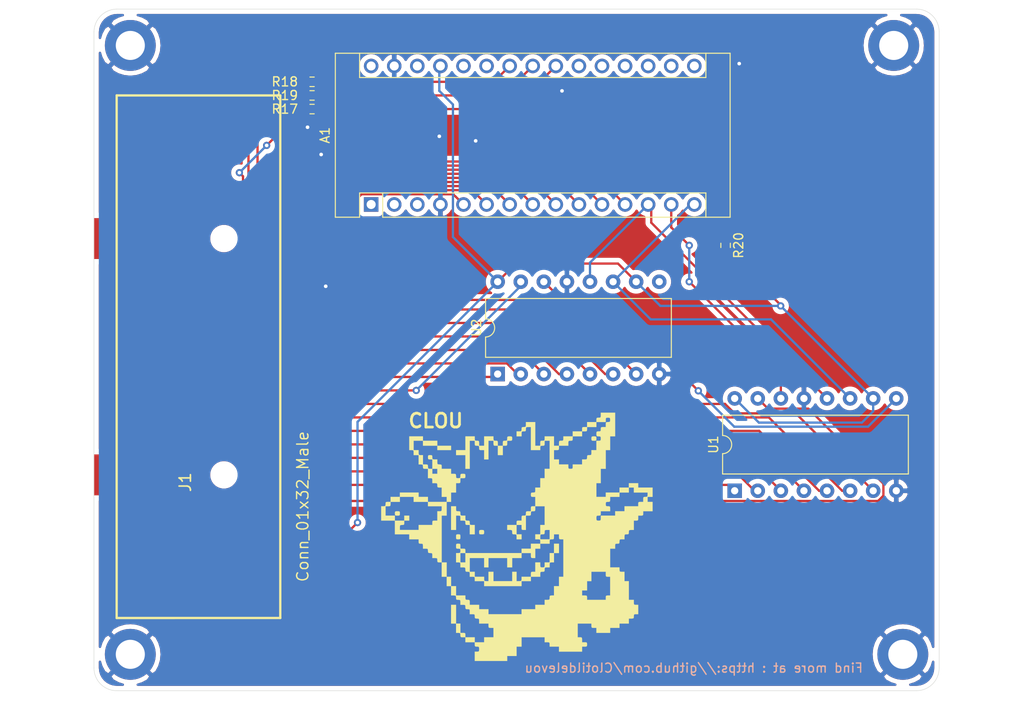
<source format=kicad_pcb>
(kicad_pcb (version 20171130) (host pcbnew 5.1.10-88a1d61d58~90~ubuntu20.04.1)

  (general
    (thickness 1.6)
    (drawings 9)
    (tracks 176)
    (zones 0)
    (modules 13)
    (nets 38)
  )

  (page A4)
  (layers
    (0 F.Cu signal)
    (31 B.Cu signal)
    (32 B.Adhes user)
    (33 F.Adhes user)
    (34 B.Paste user)
    (35 F.Paste user)
    (36 B.SilkS user)
    (37 F.SilkS user)
    (38 B.Mask user)
    (39 F.Mask user)
    (40 Dwgs.User user)
    (41 Cmts.User user)
    (42 Eco1.User user)
    (43 Eco2.User user)
    (44 Edge.Cuts user)
    (45 Margin user)
    (46 B.CrtYd user)
    (47 F.CrtYd user)
    (48 B.Fab user)
    (49 F.Fab user)
  )

  (setup
    (last_trace_width 0.25)
    (trace_clearance 0.2)
    (zone_clearance 0.508)
    (zone_45_only no)
    (trace_min 0.2)
    (via_size 0.8)
    (via_drill 0.4)
    (via_min_size 0.4)
    (via_min_drill 0.3)
    (uvia_size 0.3)
    (uvia_drill 0.1)
    (uvias_allowed no)
    (uvia_min_size 0.2)
    (uvia_min_drill 0.1)
    (edge_width 0.05)
    (segment_width 0.2)
    (pcb_text_width 0.3)
    (pcb_text_size 1.5 1.5)
    (mod_edge_width 0.12)
    (mod_text_size 1 1)
    (mod_text_width 0.15)
    (pad_size 5.6 5.6)
    (pad_drill 3.2)
    (pad_to_mask_clearance 0)
    (aux_axis_origin 0 0)
    (visible_elements FFFFFF7F)
    (pcbplotparams
      (layerselection 0x010fc_ffffffff)
      (usegerberextensions false)
      (usegerberattributes true)
      (usegerberadvancedattributes true)
      (creategerberjobfile true)
      (excludeedgelayer true)
      (linewidth 0.100000)
      (plotframeref false)
      (viasonmask false)
      (mode 1)
      (useauxorigin false)
      (hpglpennumber 1)
      (hpglpenspeed 20)
      (hpglpendiameter 15.000000)
      (psnegative false)
      (psa4output false)
      (plotreference true)
      (plotvalue true)
      (plotinvisibletext false)
      (padsonsilk false)
      (subtractmaskfromsilk false)
      (outputformat 1)
      (mirror false)
      (drillshape 1)
      (scaleselection 1)
      (outputdirectory ""))
  )

  (net 0 "")
  (net 1 GND)
  (net 2 "Net-(A1-Pad5)")
  (net 3 "Net-(A1-Pad6)")
  (net 4 /CLK)
  (net 5 "Net-(A1-Pad7)")
  (net 6 /RD)
  (net 7 "Net-(A1-Pad8)")
  (net 8 /WR)
  (net 9 "Net-(A1-Pad9)")
  (net 10 "Net-(A1-Pad10)")
  (net 11 "Net-(A1-Pad11)")
  (net 12 +5V)
  (net 13 "Net-(A1-Pad12)")
  (net 14 /RCK)
  (net 15 /SER)
  (net 16 /SCK)
  (net 17 "Net-(J1-Pad4)")
  (net 18 "Net-(J1-Pad5)")
  (net 19 "Net-(J1-Pad6)")
  (net 20 "Net-(J1-Pad7)")
  (net 21 "Net-(J1-Pad8)")
  (net 22 "Net-(J1-Pad9)")
  (net 23 "Net-(J1-Pad10)")
  (net 24 "Net-(J1-Pad11)")
  (net 25 "Net-(J1-Pad12)")
  (net 26 "Net-(J1-Pad13)")
  (net 27 "Net-(J1-Pad14)")
  (net 28 "Net-(J1-Pad15)")
  (net 29 "Net-(J1-Pad16)")
  (net 30 "Net-(J1-Pad17)")
  (net 31 "Net-(J1-Pad18)")
  (net 32 "Net-(J1-Pad19)")
  (net 33 "Net-(J1-Pad20)")
  (net 34 "Net-(J1-Pad21)")
  (net 35 "Net-(J1-Pad3)")
  (net 36 "Net-(J1-Pad30)")
  (net 37 "Net-(U1-Pad9)")

  (net_class Default "This is the default net class."
    (clearance 0.2)
    (trace_width 0.25)
    (via_dia 0.8)
    (via_drill 0.4)
    (uvia_dia 0.3)
    (uvia_drill 0.1)
    (add_net +5V)
    (add_net /CLK)
    (add_net /RCK)
    (add_net /RD)
    (add_net /SCK)
    (add_net /SER)
    (add_net /WR)
    (add_net GND)
    (add_net "Net-(A1-Pad10)")
    (add_net "Net-(A1-Pad11)")
    (add_net "Net-(A1-Pad12)")
    (add_net "Net-(A1-Pad5)")
    (add_net "Net-(A1-Pad6)")
    (add_net "Net-(A1-Pad7)")
    (add_net "Net-(A1-Pad8)")
    (add_net "Net-(A1-Pad9)")
    (add_net "Net-(J1-Pad10)")
    (add_net "Net-(J1-Pad11)")
    (add_net "Net-(J1-Pad12)")
    (add_net "Net-(J1-Pad13)")
    (add_net "Net-(J1-Pad14)")
    (add_net "Net-(J1-Pad15)")
    (add_net "Net-(J1-Pad16)")
    (add_net "Net-(J1-Pad17)")
    (add_net "Net-(J1-Pad18)")
    (add_net "Net-(J1-Pad19)")
    (add_net "Net-(J1-Pad20)")
    (add_net "Net-(J1-Pad21)")
    (add_net "Net-(J1-Pad3)")
    (add_net "Net-(J1-Pad30)")
    (add_net "Net-(J1-Pad4)")
    (add_net "Net-(J1-Pad5)")
    (add_net "Net-(J1-Pad6)")
    (add_net "Net-(J1-Pad7)")
    (add_net "Net-(J1-Pad8)")
    (add_net "Net-(J1-Pad9)")
    (add_net "Net-(U1-Pad9)")
  )

  (module GameboyReader:gengar (layer F.Cu) (tedit 6175A687) (tstamp 6176068E)
    (at 151.5 133)
    (fp_text reference G*** (at -2.54 -5.08) (layer F.SilkS) hide
      (effects (font (size 1.524 1.524) (thickness 0.3)))
    )
    (fp_text value CLOU (at -8.89 -12.7) (layer F.SilkS)
      (effects (font (size 1.524 1.524) (thickness 0.3)))
    )
    (fp_poly (pts (xy 2.059459 -4.324865) (xy 1.819189 -4.324865) (xy 1.658152 -4.335492) (xy 1.59211 -4.395449)
      (xy 1.578949 -4.546847) (xy 1.578919 -4.565136) (xy 1.589546 -4.726172) (xy 1.649502 -4.792215)
      (xy 1.800901 -4.805376) (xy 1.819189 -4.805406) (xy 1.973026 -4.813719) (xy 2.041391 -4.865047)
      (xy 2.058922 -4.998974) (xy 2.059459 -5.08) (xy 2.059459 -5.354595) (xy 2.608649 -5.354595)
      (xy 2.608649 -6.384325) (xy 3.089189 -6.384325) (xy 3.089189 -7.414054) (xy 3.638378 -7.414054)
      (xy 3.638378 -9.473514) (xy 4.118919 -9.473514) (xy 4.118919 -8.443784) (xy 4.668108 -8.443784)
      (xy 4.668108 -7.894595) (xy 5.697838 -7.894595) (xy 5.697838 -7.654325) (xy 5.708465 -7.493288)
      (xy 5.768421 -7.427246) (xy 5.91982 -7.414084) (xy 5.938108 -7.414054) (xy 6.099145 -7.424681)
      (xy 6.165187 -7.484638) (xy 6.178348 -7.636037) (xy 6.178378 -7.654325) (xy 6.178378 -7.894595)
      (xy 7.208108 -7.894595) (xy 7.208108 -8.443784) (xy 7.482703 -8.443784) (xy 7.658516 -8.451058)
      (xy 7.736648 -8.49597) (xy 7.756683 -8.613156) (xy 7.757297 -8.684054) (xy 7.767924 -8.845091)
      (xy 7.82788 -8.911134) (xy 7.979279 -8.924295) (xy 7.997567 -8.924325) (xy 8.151404 -8.932638)
      (xy 8.21977 -8.983966) (xy 8.2373 -9.117893) (xy 8.237838 -9.198919) (xy 8.237838 -9.473514)
      (xy 8.787027 -9.473514) (xy 8.787027 -10.503244) (xy 9.027297 -10.503244) (xy 9.188334 -10.513871)
      (xy 9.254376 -10.573827) (xy 9.267538 -10.725226) (xy 9.267567 -10.743514) (xy 9.256941 -10.904551)
      (xy 9.196984 -10.970593) (xy 9.045585 -10.983754) (xy 9.027297 -10.983784) (xy 8.873461 -10.992097)
      (xy 8.805095 -11.043426) (xy 8.787564 -11.177352) (xy 8.787027 -11.258379) (xy 8.794301 -11.434192)
      (xy 8.839213 -11.512324) (xy 8.956399 -11.532359) (xy 9.027297 -11.532973) (xy 9.188334 -11.5436)
      (xy 9.254376 -11.603557) (xy 9.267538 -11.754956) (xy 9.267567 -11.773244) (xy 9.275881 -11.92708)
      (xy 9.327209 -11.995446) (xy 9.461136 -12.012977) (xy 9.542162 -12.013514) (xy 9.816757 -12.013514)
      (xy 9.816757 -12.288109) (xy 9.824031 -12.463922) (xy 9.868943 -12.542054) (xy 9.986129 -12.562089)
      (xy 10.057027 -12.562703) (xy 10.218064 -12.57333) (xy 10.284106 -12.633286) (xy 10.297267 -12.784685)
      (xy 10.297297 -12.802973) (xy 10.28667 -12.96401) (xy 10.226714 -13.030053) (xy 10.075315 -13.043214)
      (xy 10.057027 -13.043244) (xy 9.89599 -13.032617) (xy 9.829948 -12.97266) (xy 9.816787 -12.821262)
      (xy 9.816757 -12.802973) (xy 9.816757 -12.562703) (xy 8.787027 -12.562703) (xy 8.787027 -12.013514)
      (xy 7.757297 -12.013514) (xy 7.757297 -11.773244) (xy 7.748984 -11.619407) (xy 7.697656 -11.551041)
      (xy 7.563729 -11.533511) (xy 7.482703 -11.532973) (xy 7.208108 -11.532973) (xy 7.208108 -10.983784)
      (xy 6.178378 -10.983784) (xy 6.178378 -10.743514) (xy 6.167751 -10.582477) (xy 6.107795 -10.516435)
      (xy 5.956396 -10.503274) (xy 5.938108 -10.503244) (xy 5.784271 -10.494931) (xy 5.715906 -10.443602)
      (xy 5.698375 -10.309675) (xy 5.697838 -10.228649) (xy 5.697838 -9.954054) (xy 4.668108 -9.954054)
      (xy 4.668108 -9.713784) (xy 4.659795 -9.559948) (xy 4.608467 -9.491582) (xy 4.47454 -9.474051)
      (xy 4.393513 -9.473514) (xy 4.118919 -9.473514) (xy 3.638378 -9.473514) (xy 3.638378 -10.503244)
      (xy 3.089189 -10.503244) (xy 3.089189 -10.228649) (xy 3.081915 -10.052836) (xy 3.037003 -9.974703)
      (xy 2.919817 -9.954669) (xy 2.848919 -9.954054) (xy 2.687882 -9.943428) (xy 2.62184 -9.883471)
      (xy 2.608678 -9.732072) (xy 2.608649 -9.713784) (xy 2.608649 -9.473514) (xy 1.578919 -9.473514)
      (xy 1.578919 -12.013514) (xy 1.304324 -12.013514) (xy 1.128511 -12.00624) (xy 1.050379 -11.961328)
      (xy 1.030344 -11.844142) (xy 1.02973 -11.773244) (xy 1.019103 -11.612207) (xy 0.959146 -11.546165)
      (xy 0.807747 -11.533003) (xy 0.789459 -11.532973) (xy 0.635623 -11.52466) (xy 0.567257 -11.473332)
      (xy 0.549726 -11.339405) (xy 0.549189 -11.258379) (xy 0.549189 -10.983784) (xy 0 -10.983784)
      (xy 0 -11.532973) (xy 0.274595 -11.532973) (xy 0.450408 -11.540247) (xy 0.52854 -11.58516)
      (xy 0.548575 -11.702346) (xy 0.549189 -11.773244) (xy 0.559816 -11.93428) (xy 0.619772 -12.000323)
      (xy 0.771171 -12.013484) (xy 0.789459 -12.013514) (xy 0.943296 -12.021827) (xy 1.011662 -12.073155)
      (xy 1.029192 -12.207082) (xy 1.02973 -12.288109) (xy 1.02973 -12.562703) (xy 2.059459 -12.562703)
      (xy 2.059459 -9.954054) (xy 2.608649 -9.954054) (xy 2.608649 -10.228649) (xy 2.615922 -10.404462)
      (xy 2.660835 -10.482595) (xy 2.778021 -10.50263) (xy 2.848919 -10.503244) (xy 3.009956 -10.513871)
      (xy 3.075998 -10.573827) (xy 3.089159 -10.725226) (xy 3.089189 -10.743514) (xy 3.089189 -10.983784)
      (xy 4.118919 -10.983784) (xy 4.118919 -9.954054) (xy 4.668108 -9.954054) (xy 4.668108 -10.228649)
      (xy 4.675382 -10.404462) (xy 4.720294 -10.482595) (xy 4.83748 -10.50263) (xy 4.908378 -10.503244)
      (xy 5.069415 -10.513871) (xy 5.135457 -10.573827) (xy 5.148619 -10.725226) (xy 5.148649 -10.743514)
      (xy 5.148649 -10.983784) (xy 6.178378 -10.983784) (xy 6.178378 -11.532973) (xy 7.208108 -11.532973)
      (xy 7.208108 -11.773244) (xy 7.216421 -11.92708) (xy 7.267749 -11.995446) (xy 7.401676 -12.012977)
      (xy 7.482703 -12.013514) (xy 7.757297 -12.013514) (xy 7.757297 -12.562703) (xy 8.787027 -12.562703)
      (xy 8.787027 -12.802973) (xy 8.797654 -12.96401) (xy 8.85761 -13.030053) (xy 9.009009 -13.043214)
      (xy 9.027297 -13.043244) (xy 9.181134 -13.051557) (xy 9.2495 -13.102885) (xy 9.26703 -13.236812)
      (xy 9.267567 -13.317838) (xy 9.267567 -13.592433) (xy 10.846486 -13.592433) (xy 10.846486 -10.983784)
      (xy 10.297297 -10.983784) (xy 10.297297 -9.473514) (xy 9.816757 -9.473514) (xy 9.816757 -7.414054)
      (xy 9.267567 -7.414054) (xy 9.267567 -5.835136) (xy 8.787027 -5.835136) (xy 8.787027 -4.324865)
      (xy 9.816757 -4.324865) (xy 9.816757 -4.805406) (xy 11.327027 -4.805406) (xy 11.327027 -5.354595)
      (xy 12.356757 -5.354595) (xy 12.356757 -5.835136) (xy 13.386486 -5.835136) (xy 13.386486 -5.354595)
      (xy 14.965405 -5.354595) (xy 14.965405 -4.324865) (xy 14.416216 -4.324865) (xy 14.416216 -3.775676)
      (xy 14.965405 -3.775676) (xy 14.965405 -2.745946) (xy 13.935676 -2.745946) (xy 13.935676 -2.505676)
      (xy 13.927363 -2.35184) (xy 13.876034 -2.283474) (xy 13.742107 -2.265943) (xy 13.661081 -2.265406)
      (xy 13.386486 -2.265406) (xy 13.386486 -1.990811) (xy 13.379212 -1.814998) (xy 13.3343 -1.736866)
      (xy 13.217114 -1.716831) (xy 13.146216 -1.716217) (xy 12.905946 -1.716217) (xy 12.905946 -0.686487)
      (xy 12.631351 -0.686487) (xy 12.455538 -0.679213) (xy 12.377406 -0.634301) (xy 12.357371 -0.517115)
      (xy 12.356757 -0.446217) (xy 12.34613 -0.28518) (xy 12.286173 -0.219137) (xy 12.134775 -0.205976)
      (xy 12.116486 -0.205946) (xy 11.96265 -0.197633) (xy 11.894284 -0.146305) (xy 11.876753 -0.012378)
      (xy 11.876216 0.068648) (xy 11.876216 0.343243) (xy 11.601622 0.343243) (xy 11.425808 0.350517)
      (xy 11.347676 0.395429) (xy 11.327641 0.512615) (xy 11.327027 0.583513) (xy 11.3164 0.74455)
      (xy 11.256444 0.810592) (xy 11.105045 0.823753) (xy 11.086757 0.823783) (xy 10.93292 0.832096)
      (xy 10.864554 0.883425) (xy 10.847024 1.017352) (xy 10.846486 1.098378) (xy 10.846486 1.372973)
      (xy 10.297297 1.372973) (xy 10.297297 3.432432) (xy 11.327027 3.432432) (xy 11.327027 3.672702)
      (xy 11.33534 3.826539) (xy 11.386668 3.894905) (xy 11.520595 3.912435) (xy 11.601622 3.912973)
      (xy 11.876216 3.912973) (xy 11.876216 4.942702) (xy 12.356757 4.942702) (xy 12.356757 7.002162)
      (xy 12.905946 7.002162) (xy 12.905946 7.276756) (xy 12.91322 7.45257) (xy 12.958132 7.530702)
      (xy 13.075318 7.550737) (xy 13.146216 7.551351) (xy 13.386486 7.551351) (xy 13.386486 8.581081)
      (xy 13.146216 8.581081) (xy 12.985179 8.591708) (xy 12.919137 8.651664) (xy 12.905976 8.803063)
      (xy 12.905946 8.821351) (xy 12.897633 8.975188) (xy 12.846305 9.043553) (xy 12.712378 9.061084)
      (xy 12.631351 9.061621) (xy 12.356757 9.061621) (xy 12.356757 9.61081) (xy 11.327027 9.61081)
      (xy 11.327027 10.091351) (xy 10.297297 10.091351) (xy 10.297297 10.64054) (xy 8.787027 10.64054)
      (xy 8.787027 10.091351) (xy 8.512432 10.091351) (xy 8.336619 10.084077) (xy 8.258487 10.039165)
      (xy 8.238452 9.921979) (xy 8.237838 9.851081) (xy 8.237838 9.61081) (xy 6.727567 9.61081)
      (xy 6.727567 11.121081) (xy 6.967838 11.121081) (xy 7.121674 11.129394) (xy 7.19004 11.180722)
      (xy 7.207571 11.314649) (xy 7.208108 11.395675) (xy 7.208108 11.67027) (xy 7.482703 11.67027)
      (xy 7.658516 11.677544) (xy 7.736648 11.722456) (xy 7.756683 11.839642) (xy 7.757297 11.91054)
      (xy 7.748984 12.064377) (xy 7.697656 12.132743) (xy 7.563729 12.150273) (xy 7.482703 12.15081)
      (xy 7.208108 12.15081) (xy 7.208108 12.7) (xy 4.668108 12.7) (xy 4.668108 12.15081)
      (xy 3.638378 12.15081) (xy 3.638378 11.91054) (xy 3.630065 11.756704) (xy 3.578737 11.688338)
      (xy 3.44481 11.670807) (xy 3.363784 11.67027) (xy 3.089189 11.67027) (xy 3.089189 11.121081)
      (xy 0.549189 11.121081) (xy 0.549189 12.15081) (xy 0 12.15081) (xy 0 13.18054)
      (xy -1.02973 13.18054) (xy -1.02973 13.729729) (xy -4.59946 13.729729) (xy -4.59946 12.7)
      (xy -4.359189 12.7) (xy -4.205353 12.691687) (xy -4.136987 12.640358) (xy -4.119456 12.506431)
      (xy -4.118919 12.425405) (xy -4.126193 12.249592) (xy -4.171105 12.171459) (xy -4.288291 12.151424)
      (xy -4.359189 12.15081) (xy -4.520226 12.140183) (xy -4.586268 12.080227) (xy -4.59943 11.928828)
      (xy -4.59946 11.91054) (xy -4.59946 11.67027) (xy -3.56973 11.67027) (xy -3.56973 11.121081)
      (xy -2.54 11.121081) (xy -2.54 10.091351) (xy -2.814595 10.091351) (xy -2.990408 10.084077)
      (xy -3.06854 10.039165) (xy -3.088575 9.921979) (xy -3.089189 9.851081) (xy -3.089189 9.61081)
      (xy -4.118919 9.61081) (xy -4.118919 9.336216) (xy -4.126193 9.160403) (xy -4.171105 9.08227)
      (xy -4.288291 9.062235) (xy -4.359189 9.061621) (xy -4.520226 9.050994) (xy -4.586268 8.991038)
      (xy -4.59943 8.839639) (xy -4.59946 8.821351) (xy -4.607773 8.667514) (xy -4.659101 8.599149)
      (xy -4.793028 8.581618) (xy -4.874054 8.581081) (xy -5.148649 8.581081) (xy -5.148649 8.306486)
      (xy -5.155923 8.130673) (xy -5.200835 8.05254) (xy -5.318021 8.032506) (xy -5.388919 8.031891)
      (xy -5.549956 8.021265) (xy -5.615998 7.961308) (xy -5.629159 7.809909) (xy -5.629189 7.791621)
      (xy -5.637502 7.637785) (xy -5.688831 7.569419) (xy -5.822758 7.551888) (xy -5.903784 7.551351)
      (xy -6.178378 7.551351) (xy -6.178378 7.276756) (xy -6.185652 7.100943) (xy -6.230565 7.022811)
      (xy -6.347751 7.002776) (xy -6.418649 7.002162) (xy -6.579685 6.991535) (xy -6.645728 6.931578)
      (xy -6.658889 6.78018) (xy -6.658919 6.761891) (xy -6.667232 6.608055) (xy -6.71856 6.539689)
      (xy -6.852487 6.522158) (xy -6.933514 6.521621) (xy -7.208108 6.521621) (xy -7.208108 5.491891)
      (xy -6.658919 5.491891) (xy -6.658919 6.521621) (xy -5.629189 6.521621) (xy -5.629189 6.761891)
      (xy -5.618562 6.922928) (xy -5.558606 6.988971) (xy -5.407207 7.002132) (xy -5.388919 7.002162)
      (xy -5.235082 7.010475) (xy -5.166717 7.061803) (xy -5.149186 7.19573) (xy -5.148649 7.276756)
      (xy -5.148649 7.551351) (xy -4.118919 7.551351) (xy -4.118919 8.031891) (xy -3.089189 8.031891)
      (xy -3.089189 8.581081) (xy 0.549189 8.581081) (xy 0.549189 8.031891) (xy 2.059459 8.031891)
      (xy 2.059459 7.551351) (xy 3.089189 7.551351) (xy 3.089189 7.002162) (xy 3.363784 7.002162)
      (xy 3.539597 6.994888) (xy 3.617729 6.949976) (xy 3.637764 6.83279) (xy 3.638378 6.761891)
      (xy 3.649005 6.600855) (xy 3.708962 6.534812) (xy 3.86036 6.521651) (xy 3.878649 6.521621)
      (xy 4.118919 6.521621) (xy 4.118919 5.972432) (xy 7.208108 5.972432) (xy 7.208108 6.521621)
      (xy 7.482703 6.521621) (xy 7.658516 6.528895) (xy 7.736648 6.573807) (xy 7.756683 6.690993)
      (xy 7.757297 6.761891) (xy 7.757297 7.002162) (xy 9.816757 7.002162) (xy 9.816757 6.761891)
      (xy 9.827384 6.600855) (xy 9.88734 6.534812) (xy 10.038739 6.521651) (xy 10.057027 6.521621)
      (xy 10.297297 6.521621) (xy 10.297297 4.462162) (xy 10.057027 4.462162) (xy 9.90319 4.453849)
      (xy 9.834825 4.40252) (xy 9.817294 4.268593) (xy 9.816757 4.187567) (xy 9.816757 3.912973)
      (xy 8.237838 3.912973) (xy 8.237838 4.942702) (xy 7.757297 4.942702) (xy 7.757297 5.972432)
      (xy 7.208108 5.972432) (xy 4.118919 5.972432) (xy 4.118919 5.491891) (xy 4.668108 5.491891)
      (xy 4.668108 4.462162) (xy 5.148649 4.462162) (xy 5.148649 0.343243) (xy 4.908378 0.343243)
      (xy 4.754542 0.33493) (xy 4.686176 0.283602) (xy 4.668645 0.149675) (xy 4.668108 0.068648)
      (xy 4.668108 -0.205946) (xy 4.118919 -0.205946) (xy 4.118919 0.068648) (xy 4.111645 0.244461)
      (xy 4.066733 0.322594) (xy 3.949547 0.342629) (xy 3.878649 0.343243) (xy 3.717612 0.35387)
      (xy 3.651569 0.413826) (xy 3.638408 0.565225) (xy 3.638378 0.583513) (xy 3.638378 0.823783)
      (xy 2.608649 0.823783) (xy 2.608649 0.583513) (xy 2.600335 0.429677) (xy 2.549007 0.361311)
      (xy 2.41508 0.34378) (xy 2.334054 0.343243) (xy 2.059459 0.343243) (xy 2.059459 0.068648)
      (xy 2.608649 0.068648) (xy 2.608649 0.343243) (xy 3.638378 0.343243) (xy 3.638378 -0.686487)
      (xy 3.363784 -0.686487) (xy 3.18797 -0.679213) (xy 3.109838 -0.634301) (xy 3.089803 -0.517115)
      (xy 3.089189 -0.446217) (xy 3.078562 -0.28518) (xy 3.018606 -0.219137) (xy 2.867207 -0.205976)
      (xy 2.848919 -0.205946) (xy 2.695082 -0.197633) (xy 2.626716 -0.146305) (xy 2.609186 -0.012378)
      (xy 2.608649 0.068648) (xy 2.059459 0.068648) (xy 2.059459 -0.205946) (xy 2.608649 -0.205946)
      (xy 2.608649 -1.235676) (xy 3.089189 -1.235676) (xy 3.089189 -1.990811) (xy 8.787027 -1.990811)
      (xy 8.794301 -1.814998) (xy 8.839213 -1.736866) (xy 8.956399 -1.716831) (xy 9.027297 -1.716217)
      (xy 9.181134 -1.72453) (xy 9.2495 -1.775858) (xy 9.26703 -1.909785) (xy 9.267567 -1.990811)
      (xy 9.267567 -2.265406) (xy 10.846486 -2.265406) (xy 10.846486 -2.745946) (xy 11.876216 -2.745946)
      (xy 11.876216 -3.295136) (xy 13.386486 -3.295136) (xy 13.386486 -3.535406) (xy 13.394799 -3.689242)
      (xy 13.446128 -3.757608) (xy 13.580055 -3.775139) (xy 13.661081 -3.775676) (xy 13.935676 -3.775676)
      (xy 13.935676 -4.050271) (xy 13.94295 -4.226084) (xy 13.987862 -4.304216) (xy 14.105048 -4.324251)
      (xy 14.175946 -4.324865) (xy 14.336983 -4.335492) (xy 14.403025 -4.395449) (xy 14.416186 -4.546847)
      (xy 14.416216 -4.565136) (xy 14.416216 -4.805406) (xy 12.905946 -4.805406) (xy 12.905946 -5.354595)
      (xy 12.356757 -5.354595) (xy 12.356757 -4.805406) (xy 11.327027 -4.805406) (xy 11.327027 -4.324865)
      (xy 10.297297 -4.324865) (xy 10.297297 -4.050271) (xy 10.290023 -3.874457) (xy 10.245111 -3.796325)
      (xy 10.127925 -3.77629) (xy 10.057027 -3.775676) (xy 9.89599 -3.765049) (xy 9.829948 -3.705093)
      (xy 9.816787 -3.553694) (xy 9.816757 -3.535406) (xy 9.827384 -3.374369) (xy 9.88734 -3.308327)
      (xy 10.038739 -3.295165) (xy 10.057027 -3.295136) (xy 10.210864 -3.286822) (xy 10.279229 -3.235494)
      (xy 10.29676 -3.101567) (xy 10.297297 -3.020541) (xy 10.297297 -2.745946) (xy 9.267567 -2.745946)
      (xy 9.267567 -2.505676) (xy 9.256941 -2.344639) (xy 9.196984 -2.278597) (xy 9.045585 -2.265436)
      (xy 9.027297 -2.265406) (xy 8.873461 -2.257093) (xy 8.805095 -2.205765) (xy 8.787564 -2.071838)
      (xy 8.787027 -1.990811) (xy 3.089189 -1.990811) (xy 3.089189 -3.295136) (xy 2.059459 -3.295136)
      (xy 2.059459 -4.324865)) (layer F.SilkS) (width 0.01))
    (fp_poly (pts (xy -4.59946 11.67027) (xy -5.629189 11.67027) (xy -5.629189 11.121081) (xy -4.59946 11.121081)
      (xy -4.59946 11.67027)) (layer F.SilkS) (width 0.01))
    (fp_poly (pts (xy -6.178378 10.64054) (xy -5.903784 10.64054) (xy -5.727971 10.647814) (xy -5.649838 10.692726)
      (xy -5.629803 10.809912) (xy -5.629189 10.88081) (xy -5.629189 11.121081) (xy -5.903784 11.121081)
      (xy -6.079597 11.113807) (xy -6.157729 11.068895) (xy -6.177764 10.951708) (xy -6.178378 10.88081)
      (xy -6.189005 10.719774) (xy -6.248962 10.653731) (xy -6.400361 10.64057) (xy -6.418649 10.64054)
      (xy -6.658919 10.64054) (xy -6.658919 9.61081) (xy -6.178378 9.61081) (xy -6.178378 10.64054)) (layer F.SilkS) (width 0.01))
    (fp_poly (pts (xy -6.658919 9.61081) (xy -7.208108 9.61081) (xy -7.208108 7.551351) (xy -6.658919 7.551351)
      (xy -6.658919 9.61081)) (layer F.SilkS) (width 0.01))
    (fp_poly (pts (xy -7.208108 5.491891) (xy -7.688649 5.491891) (xy -7.688649 4.462162) (xy -7.208108 4.462162)
      (xy -7.208108 5.491891)) (layer F.SilkS) (width 0.01))
    (fp_poly (pts (xy 4.118919 2.883243) (xy 3.878649 2.883243) (xy 3.724812 2.891556) (xy 3.656446 2.942884)
      (xy 3.638916 3.076811) (xy 3.638378 3.157837) (xy 3.638378 3.432432) (xy 3.363784 3.432432)
      (xy 3.18797 3.439706) (xy 3.109838 3.484618) (xy 3.089803 3.601804) (xy 3.089189 3.672702)
      (xy 3.078562 3.833739) (xy 3.018606 3.899781) (xy 2.867207 3.912943) (xy 2.848919 3.912973)
      (xy 2.695082 3.921286) (xy 2.626716 3.972614) (xy 2.609186 4.106541) (xy 2.608649 4.187567)
      (xy 2.608649 4.462162) (xy 1.578919 4.462162) (xy 1.578919 4.187567) (xy 1.586193 4.011754)
      (xy 1.631105 3.933622) (xy 1.748291 3.913587) (xy 1.819189 3.912973) (xy 2.059459 3.912973)
      (xy 2.059459 2.883243) (xy 2.608649 2.883243) (xy 2.608649 3.157837) (xy 2.615922 3.333651)
      (xy 2.660835 3.411783) (xy 2.778021 3.431818) (xy 2.848919 3.432432) (xy 3.002755 3.424119)
      (xy 3.071121 3.372791) (xy 3.088652 3.238864) (xy 3.089189 3.157837) (xy 3.089189 2.883243)
      (xy 3.638378 2.883243) (xy 3.638378 1.853513) (xy 4.118919 1.853513) (xy 4.118919 2.883243)) (layer F.SilkS) (width 0.01))
    (fp_poly (pts (xy -7.688649 4.462162) (xy -8.237838 4.462162) (xy -8.237838 2.883243) (xy -7.688649 2.883243)
      (xy -7.688649 4.462162)) (layer F.SilkS) (width 0.01))
    (fp_poly (pts (xy -10.777838 -4.324865) (xy -9.748108 -4.324865) (xy -9.748108 -3.775676) (xy -7.688649 -3.775676)
      (xy -7.688649 -2.265406) (xy -8.237838 -2.265406) (xy -8.237838 2.883243) (xy -8.478108 2.883243)
      (xy -8.639145 2.872616) (xy -8.705187 2.81266) (xy -8.718349 2.661261) (xy -8.718378 2.642973)
      (xy -8.726692 2.489136) (xy -8.77802 2.42077) (xy -8.911947 2.40324) (xy -8.992973 2.402702)
      (xy -9.267568 2.402702) (xy -9.267568 2.128108) (xy -9.274842 1.952294) (xy -9.319754 1.874162)
      (xy -9.43694 1.854127) (xy -9.507838 1.853513) (xy -9.668875 1.842886) (xy -9.734917 1.78293)
      (xy -9.748078 1.631531) (xy -9.748108 1.613243) (xy -9.756421 1.459406) (xy -9.80775 1.39104)
      (xy -9.941676 1.37351) (xy -10.022703 1.372973) (xy -10.297297 1.372973) (xy -10.297297 1.098378)
      (xy -10.304571 0.922565) (xy -10.349484 0.844432) (xy -10.46667 0.824397) (xy -10.537568 0.823783)
      (xy -10.698604 0.813156) (xy -10.764647 0.7532) (xy -10.777808 0.601801) (xy -10.777838 0.583513)
      (xy -10.777838 0.343243) (xy -11.807568 0.343243) (xy -11.807568 -0.205946) (xy -13.386487 -0.205946)
      (xy -13.386487 -1.716217) (xy -14.896757 -1.716217) (xy -14.896757 -3.295136) (xy -14.656487 -3.295136)
      (xy -14.416216 -3.295136) (xy -14.416216 -2.265406) (xy -13.386487 -2.265406) (xy -13.386487 -1.716217)
      (xy -12.356757 -1.716217) (xy -12.356757 -1.475946) (xy -12.367384 -1.31491) (xy -12.42734 -1.248867)
      (xy -12.578739 -1.235706) (xy -12.597027 -1.235676) (xy -12.750864 -1.227363) (xy -12.81923 -1.176035)
      (xy -12.83676 -1.042108) (xy -12.837297 -0.961081) (xy -12.837297 -0.686487) (xy -10.777838 -0.686487)
      (xy -10.777838 -1.235676) (xy -9.267568 -1.235676) (xy -9.267568 -1.475946) (xy -9.259255 -1.629783)
      (xy -9.207926 -1.698149) (xy -9.073999 -1.715679) (xy -8.992973 -1.716217) (xy -8.718378 -1.716217)
      (xy -8.718378 -2.745946) (xy -8.478108 -2.745946) (xy -8.324272 -2.754259) (xy -8.255906 -2.805588)
      (xy -8.238375 -2.939515) (xy -8.237838 -3.020541) (xy -8.237838 -3.295136) (xy -9.748108 -3.295136)
      (xy -9.748108 -3.775676) (xy -11.327027 -3.775676) (xy -11.327027 -4.324865) (xy -12.837297 -4.324865)
      (xy -12.837297 -3.775676) (xy -13.867027 -3.775676) (xy -13.867027 -3.535406) (xy -13.87534 -3.381569)
      (xy -13.926668 -3.313203) (xy -14.060595 -3.295673) (xy -14.141622 -3.295136) (xy -14.416216 -3.295136)
      (xy -14.656487 -3.295136) (xy -14.49545 -3.305763) (xy -14.429407 -3.365719) (xy -14.416246 -3.517118)
      (xy -14.416216 -3.535406) (xy -14.407903 -3.689242) (xy -14.356575 -3.757608) (xy -14.222648 -3.775139)
      (xy -14.141622 -3.775676) (xy -13.867027 -3.775676) (xy -13.867027 -4.324865) (xy -12.837297 -4.324865)
      (xy -12.837297 -4.805406) (xy -10.777838 -4.805406) (xy -10.777838 -4.324865)) (layer F.SilkS) (width 0.01))
    (fp_poly (pts (xy 2.608649 1.372973) (xy 2.059459 1.372973) (xy 2.059459 2.402702) (xy 1.819189 2.402702)
      (xy 1.665353 2.394389) (xy 1.596987 2.343061) (xy 1.579456 2.209134) (xy 1.578919 2.128108)
      (xy 1.578919 1.853513) (xy 0.549189 1.853513) (xy 0.549189 1.372973) (xy 1.578919 1.372973)
      (xy 1.578919 0.823783) (xy 2.608649 0.823783) (xy 2.608649 1.372973)) (layer F.SilkS) (width 0.01))
    (fp_poly (pts (xy 4.668108 1.853513) (xy 4.118919 1.853513) (xy 4.118919 0.823783) (xy 4.668108 0.823783)
      (xy 4.668108 1.853513)) (layer F.SilkS) (width 0.01))
    (fp_poly (pts (xy -10.297297 -10.503244) (xy -11.327027 -10.503244) (xy -11.327027 -9.473514) (xy -10.777838 -9.473514)
      (xy -10.777838 -9.198919) (xy -10.770564 -9.023106) (xy -10.725652 -8.944974) (xy -10.608466 -8.924939)
      (xy -10.537568 -8.924325) (xy -10.297297 -8.924325) (xy -10.297297 -7.894595) (xy -10.022703 -7.894595)
      (xy -9.84689 -7.887321) (xy -9.768757 -7.842409) (xy -9.748722 -7.725223) (xy -9.748108 -7.654325)
      (xy -9.737481 -7.493288) (xy -9.677525 -7.427246) (xy -9.526126 -7.414084) (xy -9.507838 -7.414054)
      (xy -9.267568 -7.414054) (xy -9.267568 -6.864865) (xy -8.718378 -6.864865) (xy -8.718378 -7.414054)
      (xy -9.267568 -7.414054) (xy -9.267568 -8.443784) (xy -9.507838 -8.443784) (xy -9.668875 -8.454411)
      (xy -9.734917 -8.514367) (xy -9.748078 -8.665766) (xy -9.748108 -8.684054) (xy -9.737481 -8.845091)
      (xy -9.677525 -8.911134) (xy -9.526126 -8.924295) (xy -9.507838 -8.924325) (xy -9.346801 -8.913698)
      (xy -9.280759 -8.853741) (xy -9.267598 -8.702343) (xy -9.267568 -8.684054) (xy -9.259255 -8.530218)
      (xy -9.207926 -8.461852) (xy -9.073999 -8.444321) (xy -8.992973 -8.443784) (xy -8.718378 -8.443784)
      (xy -8.718378 -8.16919) (xy -8.711105 -7.993376) (xy -8.666192 -7.915244) (xy -8.549006 -7.895209)
      (xy -8.478108 -7.894595) (xy -8.317071 -7.883968) (xy -8.251029 -7.824012) (xy -8.237868 -7.672613)
      (xy -8.237838 -7.654325) (xy -8.237838 -7.414054) (xy -7.208108 -7.414054) (xy -7.208108 -6.864865)
      (xy -6.933514 -6.864865) (xy -6.7577 -6.857591) (xy -6.679568 -6.812679) (xy -6.659533 -6.695493)
      (xy -6.658919 -6.624595) (xy -6.648292 -6.463558) (xy -6.588336 -6.397516) (xy -6.436937 -6.384355)
      (xy -6.418649 -6.384325) (xy -6.257612 -6.394952) (xy -6.19157 -6.454908) (xy -6.178408 -6.606307)
      (xy -6.178378 -6.624595) (xy -6.170065 -6.778432) (xy -6.118737 -6.846797) (xy -5.98481 -6.864328)
      (xy -5.903784 -6.864865) (xy -5.727971 -6.857591) (xy -5.649838 -6.812679) (xy -5.629803 -6.695493)
      (xy -5.629189 -6.624595) (xy -5.637502 -6.470758) (xy -5.688831 -6.402393) (xy -5.822758 -6.384862)
      (xy -5.903784 -6.384325) (xy -6.178378 -6.384325) (xy -6.178378 -6.10973) (xy -6.185652 -5.933917)
      (xy -6.230565 -5.855785) (xy -6.347751 -5.83575) (xy -6.418649 -5.835136) (xy -6.658919 -5.835136)
      (xy -6.658919 -4.805406) (xy -7.208108 -4.805406) (xy -7.208108 -3.775676) (xy -7.688649 -3.775676)
      (xy -7.688649 -4.324865) (xy -8.237838 -4.324865) (xy -8.237838 -5.354595) (xy -8.478108 -5.354595)
      (xy -8.639145 -5.365222) (xy -8.705187 -5.425178) (xy -8.718349 -5.576577) (xy -8.718378 -5.594865)
      (xy -8.726692 -5.748702) (xy -8.77802 -5.817068) (xy -8.911947 -5.834598) (xy -8.992973 -5.835136)
      (xy -9.267568 -5.835136) (xy -9.267568 -6.10973) (xy -9.274842 -6.285543) (xy -9.319754 -6.363676)
      (xy -9.43694 -6.383711) (xy -9.507838 -6.384325) (xy -9.748108 -6.384325) (xy -9.748108 -7.414054)
      (xy -10.022703 -7.414054) (xy -10.198516 -7.421328) (xy -10.276648 -7.466241) (xy -10.296683 -7.583427)
      (xy -10.297297 -7.654325) (xy -10.307924 -7.815361) (xy -10.367881 -7.881404) (xy -10.51928 -7.894565)
      (xy -10.537568 -7.894595) (xy -10.777838 -7.894595) (xy -10.777838 -8.924325) (xy -11.327027 -8.924325)
      (xy -11.327027 -9.198919) (xy -11.334301 -9.374733) (xy -11.379213 -9.452865) (xy -11.496399 -9.4729)
      (xy -11.567297 -9.473514) (xy -11.807568 -9.473514) (xy -11.807568 -10.983784) (xy -10.297297 -10.983784)
      (xy -10.297297 -10.503244)) (layer F.SilkS) (width 0.01))
    (fp_poly (pts (xy -7.208108 -9.473514) (xy -8.718378 -9.473514) (xy -8.718378 -9.954054) (xy -7.208108 -9.954054)
      (xy -7.208108 -9.473514)) (layer F.SilkS) (width 0.01))
    (fp_poly (pts (xy -8.718378 -9.954054) (xy -10.297297 -9.954054) (xy -10.297297 -10.503244) (xy -8.718378 -10.503244)
      (xy -8.718378 -9.954054)) (layer F.SilkS) (width 0.01))
    (fp_poly (pts (xy 0 -0.205946) (xy 0.549189 -0.205946) (xy 0.549189 0.343243) (xy 0 0.343243)
      (xy 0 0.068648) (xy -0.007274 -0.107165) (xy -0.052186 -0.185297) (xy -0.169372 -0.205332)
      (xy -0.24027 -0.205946) (xy -0.401307 -0.216573) (xy -0.46735 -0.27653) (xy -0.480511 -0.427929)
      (xy -0.480541 -0.446217) (xy -0.488854 -0.600053) (xy -0.540182 -0.668419) (xy -0.674109 -0.68595)
      (xy -0.755135 -0.686487) (xy -1.02973 -0.686487) (xy -1.02973 -1.235676) (xy 0 -1.235676)
      (xy 0 -0.205946)) (layer F.SilkS) (width 0.01))
    (fp_poly (pts (xy 0.549189 1.853513) (xy 0.549189 2.402702) (xy -0.480541 2.402702) (xy -0.480541 3.432432)
      (xy -1.02973 3.432432) (xy -1.02973 2.402702) (xy -3.089189 2.402702) (xy -3.089189 3.432432)
      (xy -3.56973 3.432432) (xy -3.56973 2.402702) (xy -5.148649 2.402702) (xy -5.148649 3.912973)
      (xy -4.59946 3.912973) (xy -4.59946 4.462162) (xy -3.56973 4.462162) (xy -3.56973 4.702432)
      (xy -3.559103 4.863469) (xy -3.499147 4.929511) (xy -3.347748 4.942672) (xy -3.32946 4.942702)
      (xy -3.089189 4.942702) (xy -3.089189 3.912973) (xy -2.54 3.912973) (xy -2.54 4.942702)
      (xy -0.480541 4.942702) (xy -0.480541 3.912973) (xy 0 3.912973) (xy 0 4.942702)
      (xy 0.274595 4.942702) (xy 0.450408 4.935428) (xy 0.52854 4.890516) (xy 0.548575 4.77333)
      (xy 0.549189 4.702432) (xy 0.549189 4.462162) (xy 1.578919 4.462162) (xy 1.578919 4.942702)
      (xy 0.549189 4.942702) (xy 0.549189 5.491891) (xy -3.56973 5.491891) (xy -3.56973 4.942702)
      (xy -4.59946 4.942702) (xy -4.59946 4.702432) (xy -4.607773 4.548595) (xy -4.659101 4.48023)
      (xy -4.793028 4.462699) (xy -4.874054 4.462162) (xy -5.148649 4.462162) (xy -5.148649 4.187567)
      (xy -5.155923 4.011754) (xy -5.200835 3.933622) (xy -5.318021 3.913587) (xy -5.388919 3.912973)
      (xy -5.549956 3.902346) (xy -5.615998 3.842389) (xy -5.629159 3.69099) (xy -5.629189 3.672702)
      (xy -5.637502 3.518866) (xy -5.688831 3.4505) (xy -5.822758 3.432969) (xy -5.903784 3.432432)
      (xy -6.178378 3.432432) (xy -6.178378 3.157837) (xy -6.185652 2.982024) (xy -6.230565 2.903892)
      (xy -6.347751 2.883857) (xy -6.418649 2.883243) (xy -6.658919 2.883243) (xy -6.658919 1.853513)
      (xy -6.418649 1.853513) (xy -6.178378 1.853513) (xy -6.178378 2.883243) (xy -5.629189 2.883243)
      (xy -5.629189 1.853513) (xy -6.178378 1.853513) (xy -6.418649 1.853513) (xy -6.257612 1.842886)
      (xy -6.19157 1.78293) (xy -6.178408 1.631531) (xy -6.178378 1.613243) (xy -6.189005 1.452206)
      (xy -6.248962 1.386164) (xy -6.400361 1.373002) (xy -6.418649 1.372973) (xy -6.572485 1.364659)
      (xy -6.640851 1.313331) (xy -6.658382 1.179404) (xy -6.658919 1.098378) (xy -6.651645 0.922565)
      (xy -6.606733 0.844432) (xy -6.489547 0.824397) (xy -6.418649 0.823783) (xy -6.264812 0.832096)
      (xy -6.196446 0.883425) (xy -6.178916 1.017352) (xy -6.178378 1.098378) (xy -6.178378 1.372973)
      (xy -5.903784 1.372973) (xy -5.727971 1.380246) (xy -5.649838 1.425159) (xy -5.629803 1.542345)
      (xy -5.629189 1.613243) (xy -5.629189 1.853513) (xy 0.549189 1.853513)) (layer F.SilkS) (width 0.01))
    (fp_poly (pts (xy 0 -1.475946) (xy 0.008313 -1.629783) (xy 0.059641 -1.698149) (xy 0.193568 -1.715679)
      (xy 0.274595 -1.716217) (xy 0.549189 -1.716217) (xy 0.549189 -1.990811) (xy 0.556463 -2.166624)
      (xy 0.601375 -2.244757) (xy 0.718561 -2.264792) (xy 0.789459 -2.265406) (xy 0.950496 -2.276033)
      (xy 1.016539 -2.335989) (xy 1.0297 -2.487388) (xy 1.02973 -2.505676) (xy 1.038043 -2.659513)
      (xy 1.089371 -2.727878) (xy 1.223298 -2.745409) (xy 1.304324 -2.745946) (xy 1.578919 -2.745946)
      (xy 1.578919 -3.020541) (xy 1.586193 -3.196354) (xy 1.631105 -3.274487) (xy 1.748291 -3.294522)
      (xy 1.819189 -3.295136) (xy 2.059459 -3.295136) (xy 2.059459 -3.020541) (xy 2.052185 -2.844728)
      (xy 2.007273 -2.766595) (xy 1.890087 -2.74656) (xy 1.819189 -2.745946) (xy 1.658152 -2.735319)
      (xy 1.59211 -2.675363) (xy 1.578949 -2.523964) (xy 1.578919 -2.505676) (xy 1.570606 -2.35184)
      (xy 1.519278 -2.283474) (xy 1.385351 -2.265943) (xy 1.304324 -2.265406) (xy 1.02973 -2.265406)
      (xy 1.02973 -0.686487) (xy 0.789459 -0.686487) (xy 0.635623 -0.6948) (xy 0.567257 -0.746128)
      (xy 0.549726 -0.880055) (xy 0.549189 -0.961081) (xy 0.549189 -1.235676) (xy 0 -1.235676)
      (xy 0 -1.475946)) (layer F.SilkS) (width 0.01))
    (fp_poly (pts (xy -6.264812 -0.197633) (xy -6.196446 -0.146305) (xy -6.178916 -0.012378) (xy -6.178378 0.068648)
      (xy -6.185652 0.244461) (xy -6.230565 0.322594) (xy -6.347751 0.342629) (xy -6.418649 0.343243)
      (xy -6.572485 0.33493) (xy -6.640851 0.283602) (xy -6.658382 0.149675) (xy -6.658919 0.068648)
      (xy -6.651645 -0.107165) (xy -6.606733 -0.185297) (xy -6.489547 -0.205332) (xy -6.418649 -0.205946)
      (xy -6.264812 -0.197633)) (layer F.SilkS) (width 0.01))
    (fp_poly (pts (xy -6.658919 -3.020541) (xy -6.651645 -2.844728) (xy -6.606733 -2.766595) (xy -6.489547 -2.74656)
      (xy -6.418649 -2.745946) (xy -6.257612 -2.735319) (xy -6.19157 -2.675363) (xy -6.178408 -2.523964)
      (xy -6.178378 -2.505676) (xy -6.170065 -2.35184) (xy -6.118737 -2.283474) (xy -5.98481 -2.265943)
      (xy -5.903784 -2.265406) (xy -5.629189 -2.265406) (xy -5.629189 -1.990811) (xy -5.621915 -1.814998)
      (xy -5.577003 -1.736866) (xy -5.459817 -1.716831) (xy -5.388919 -1.716217) (xy -5.227882 -1.70559)
      (xy -5.16184 -1.645633) (xy -5.148679 -1.494234) (xy -5.148649 -1.475946) (xy -5.140336 -1.32211)
      (xy -5.089007 -1.253744) (xy -4.95508 -1.236213) (xy -4.874054 -1.235676) (xy -4.59946 -1.235676)
      (xy -4.59946 -0.205946) (xy -5.148649 -0.205946) (xy -5.148649 -1.235676) (xy -5.388919 -1.235676)
      (xy -5.549956 -1.246303) (xy -5.615998 -1.306259) (xy -5.629159 -1.457658) (xy -5.629189 -1.475946)
      (xy -5.637502 -1.629783) (xy -5.688831 -1.698149) (xy -5.822758 -1.715679) (xy -5.903784 -1.716217)
      (xy -6.178378 -1.716217) (xy -6.178378 -1.990811) (xy -6.185652 -2.166624) (xy -6.230565 -2.244757)
      (xy -6.347751 -2.264792) (xy -6.418649 -2.265406) (xy -6.658919 -2.265406) (xy -6.658919 -0.686487)
      (xy -7.208108 -0.686487) (xy -7.208108 -3.295136) (xy -6.658919 -3.295136) (xy -6.658919 -3.020541)) (layer F.SilkS) (width 0.01))
    (fp_poly (pts (xy -3.668511 -0.679213) (xy -3.590379 -0.634301) (xy -3.570344 -0.517115) (xy -3.56973 -0.446217)
      (xy -3.578043 -0.29238) (xy -3.629371 -0.224014) (xy -3.763298 -0.206484) (xy -3.844324 -0.205946)
      (xy -4.020138 -0.21322) (xy -4.09827 -0.258133) (xy -4.118305 -0.375319) (xy -4.118919 -0.446217)
      (xy -4.110606 -0.600053) (xy -4.059278 -0.668419) (xy -3.925351 -0.68595) (xy -3.844324 -0.686487)
      (xy -3.668511 -0.679213)) (layer F.SilkS) (width 0.01))
    (fp_poly (pts (xy -4.59946 -10.743514) (xy -4.588833 -10.582477) (xy -4.528876 -10.516435) (xy -4.377477 -10.503274)
      (xy -4.359189 -10.503244) (xy -4.205353 -10.494931) (xy -4.136987 -10.443602) (xy -4.119456 -10.309675)
      (xy -4.118919 -10.228649) (xy -4.118919 -9.954054) (xy -3.56973 -9.954054) (xy -3.56973 -10.983784)
      (xy -2.54 -10.983784) (xy -2.54 -10.743514) (xy -2.529373 -10.582477) (xy -2.469417 -10.516435)
      (xy -2.318018 -10.503274) (xy -2.29973 -10.503244) (xy -2.145893 -10.494931) (xy -2.077527 -10.443602)
      (xy -2.059997 -10.309675) (xy -2.05946 -10.228649) (xy -2.05946 -9.954054) (xy -2.29973 -9.954054)
      (xy -2.453566 -9.962368) (xy -2.521932 -10.013696) (xy -2.539463 -10.147623) (xy -2.54 -10.228649)
      (xy -2.54 -10.503244) (xy -3.089189 -10.503244) (xy -3.089189 -8.443784) (xy -3.56973 -8.443784)
      (xy -3.56973 -9.473514) (xy -3.844324 -9.473514) (xy -4.020138 -9.480788) (xy -4.09827 -9.5257)
      (xy -4.118305 -9.642886) (xy -4.118919 -9.713784) (xy -4.129546 -9.874821) (xy -4.189502 -9.940863)
      (xy -4.340901 -9.954025) (xy -4.359189 -9.954054) (xy -4.513026 -9.962368) (xy -4.581392 -10.013696)
      (xy -4.598922 -10.147623) (xy -4.59946 -10.228649) (xy -4.59946 -10.503244) (xy -5.148649 -10.503244)
      (xy -5.148649 -7.414054) (xy -5.629189 -7.414054) (xy -5.629189 -8.924325) (xy -6.658919 -8.924325)
      (xy -6.658919 -9.473514) (xy -5.629189 -9.473514) (xy -5.629189 -10.983784) (xy -4.59946 -10.983784)
      (xy -4.59946 -10.743514)) (layer F.SilkS) (width 0.01))
    (fp_poly (pts (xy -1.51027 -8.924325) (xy -2.05946 -8.924325) (xy -2.05946 -9.954054) (xy -1.51027 -9.954054)
      (xy -1.51027 -8.924325)) (layer F.SilkS) (width 0.01))
    (fp_poly (pts (xy -0.579322 -10.97651) (xy -0.50119 -10.931598) (xy -0.481155 -10.814412) (xy -0.480541 -10.743514)
      (xy -0.488854 -10.589677) (xy -0.540182 -10.521312) (xy -0.674109 -10.503781) (xy -0.755135 -10.503244)
      (xy -1.02973 -10.503244) (xy -1.02973 -10.228649) (xy -1.037004 -10.052836) (xy -1.081916 -9.974703)
      (xy -1.199102 -9.954669) (xy -1.27 -9.954054) (xy -1.51027 -9.954054) (xy -1.51027 -10.228649)
      (xy -1.502996 -10.404462) (xy -1.458084 -10.482595) (xy -1.340898 -10.50263) (xy -1.27 -10.503244)
      (xy -1.108963 -10.513871) (xy -1.042921 -10.573827) (xy -1.02976 -10.725226) (xy -1.02973 -10.743514)
      (xy -1.021417 -10.897351) (xy -0.970089 -10.965716) (xy -0.836162 -10.983247) (xy -0.755135 -10.983784)
      (xy -0.579322 -10.97651)) (layer F.SilkS) (width 0.01))
    (fp_poly (pts (xy -11.807568 -1.716217) (xy -12.356757 -1.716217) (xy -12.356757 -2.265406) (xy -11.807568 -2.265406)
      (xy -11.807568 -1.716217)) (layer F.SilkS) (width 0.01))
    (fp_poly (pts (xy -12.936079 -2.738672) (xy -12.857946 -2.69376) (xy -12.837911 -2.576574) (xy -12.837297 -2.505676)
      (xy -12.84561 -2.35184) (xy -12.896939 -2.283474) (xy -13.030866 -2.265943) (xy -13.111892 -2.265406)
      (xy -13.287705 -2.27268) (xy -13.365838 -2.317592) (xy -13.385873 -2.434778) (xy -13.386487 -2.505676)
      (xy -13.378174 -2.659513) (xy -13.326845 -2.727878) (xy -13.192918 -2.745409) (xy -13.111892 -2.745946)
      (xy -12.936079 -2.738672)) (layer F.SilkS) (width 0.01))
    (fp_poly (pts (xy 8.688246 -10.97651) (xy 8.766378 -10.931598) (xy 8.786413 -10.814412) (xy 8.787027 -10.743514)
      (xy 8.778714 -10.589677) (xy 8.727386 -10.521312) (xy 8.593459 -10.503781) (xy 8.512432 -10.503244)
      (xy 8.336619 -10.510518) (xy 8.258487 -10.55543) (xy 8.238452 -10.672616) (xy 8.237838 -10.743514)
      (xy 8.246151 -10.897351) (xy 8.297479 -10.965716) (xy 8.431406 -10.983247) (xy 8.512432 -10.983784)
      (xy 8.688246 -10.97651)) (layer F.SilkS) (width 0.01))
  )

  (module MountingHole:MountingHole_3.2mm_M3_DIN965_Pad (layer F.Cu) (tedit 61759C51) (tstamp 6175FB55)
    (at 109 79)
    (descr "Mounting Hole 3.2mm, M3, DIN965")
    (tags "mounting hole 3.2mm m3 din965")
    (attr virtual)
    (fp_text reference REF** (at 0 -3.8) (layer F.SilkS) hide
      (effects (font (size 1 1) (thickness 0.15)))
    )
    (fp_text value MountingHole_3.2mm_M3_DIN965_Pad (at 0 3.8) (layer F.Fab)
      (effects (font (size 1 1) (thickness 0.15)))
    )
    (fp_circle (center 0 0) (end 2.8 0) (layer Cmts.User) (width 0.15))
    (fp_circle (center 0 0) (end 3.05 0) (layer F.CrtYd) (width 0.05))
    (fp_text user %R (at 0.3 0) (layer F.Fab)
      (effects (font (size 1 1) (thickness 0.15)))
    )
    (pad 1 thru_hole circle (at 0 0) (size 5.6 5.6) (drill 3.2) (layers *.Cu *.Mask)
      (net 1 GND))
  )

  (module MountingHole:MountingHole_3.2mm_M3_DIN965_Pad (layer F.Cu) (tedit 6175A14C) (tstamp 6175FB4E)
    (at 193 79)
    (descr "Mounting Hole 3.2mm, M3, DIN965")
    (tags "mounting hole 3.2mm m3 din965")
    (attr virtual)
    (fp_text reference REF** (at 0 -3.8) (layer F.SilkS) hide
      (effects (font (size 1 1) (thickness 0.15)))
    )
    (fp_text value MountingHole_3.2mm_M3_DIN965_Pad (at 0 3.8) (layer F.Fab)
      (effects (font (size 1 1) (thickness 0.15)))
    )
    (fp_circle (center 0 0) (end 2.8 0) (layer Cmts.User) (width 0.15))
    (fp_circle (center 0 0) (end 3.05 0) (layer F.CrtYd) (width 0.05))
    (fp_text user %R (at 0.3 0) (layer F.Fab)
      (effects (font (size 1 1) (thickness 0.15)))
    )
    (pad 1 thru_hole circle (at 0 0) (size 5.6 5.6) (drill 3.2) (layers *.Cu *.Mask)
      (net 1 GND))
  )

  (module MountingHole:MountingHole_3.2mm_M3_DIN965_Pad (layer F.Cu) (tedit 6175A158) (tstamp 6175FAF6)
    (at 194 146)
    (descr "Mounting Hole 3.2mm, M3, DIN965")
    (tags "mounting hole 3.2mm m3 din965")
    (attr virtual)
    (fp_text reference REF** (at 0 -3.8) (layer F.SilkS) hide
      (effects (font (size 1 1) (thickness 0.15)))
    )
    (fp_text value MountingHole_3.2mm_M3_DIN965_Pad (at -1.5 6.5) (layer F.Fab)
      (effects (font (size 1 1) (thickness 0.15)))
    )
    (fp_circle (center 0 0) (end 2.8 0) (layer Cmts.User) (width 0.15))
    (fp_circle (center 0 0) (end 3.05 0) (layer F.CrtYd) (width 0.05))
    (fp_text user %R (at 0.3 0) (layer F.Fab)
      (effects (font (size 1 1) (thickness 0.15)))
    )
    (pad 1 thru_hole circle (at 0 0) (size 5.6 5.6) (drill 3.2) (layers *.Cu *.Mask)
      (net 1 GND))
  )

  (module MountingHole:MountingHole_3.2mm_M3_DIN965_Pad (layer F.Cu) (tedit 6175A162) (tstamp 6175FAD0)
    (at 109 146)
    (descr "Mounting Hole 3.2mm, M3, DIN965")
    (tags "mounting hole 3.2mm m3 din965")
    (attr virtual)
    (fp_text reference REF** (at 0 -3.8) (layer F.SilkS) hide
      (effects (font (size 1 1) (thickness 0.15)))
    )
    (fp_text value MountingHole_3.2mm_M3_DIN965_Pad (at 0 3.8) (layer F.Fab)
      (effects (font (size 1 1) (thickness 0.15)))
    )
    (fp_text user %R (at 0.3 0) (layer F.Fab)
      (effects (font (size 1 1) (thickness 0.15)))
    )
    (fp_circle (center 0 0) (end 2.8 0) (layer Cmts.User) (width 0.15))
    (fp_circle (center 0 0) (end 3.05 0) (layer F.CrtYd) (width 0.05))
    (pad 1 thru_hole circle (at 0 0) (size 5.6 5.6) (drill 3.2) (layers *.Cu *.Mask)
      (net 1 GND))
  )

  (module GameboyReader:GameboyConnector (layer F.Cu) (tedit 616498E2) (tstamp 61650272)
    (at 125.5 137 90)
    (path /61647C81)
    (attr smd)
    (fp_text reference J1 (at 8.748 -10.457 90) (layer F.SilkS)
      (effects (font (size 1.25 1.25) (thickness 0.178)) (justify left))
    )
    (fp_text value Conn_01x32_Male (at -1.142 2.474 90) (layer F.SilkS)
      (effects (font (size 1.25 1.25) (thickness 0.15)) (justify left))
    )
    (fp_line (start 52.499 0) (end -4.999 0) (layer F.SilkS) (width 0.254))
    (fp_line (start -4.999 0) (end -5.001 -18.001) (layer F.SilkS) (width 0.254))
    (fp_line (start -5.001 -18.001) (end 52.499 -18.001) (layer F.SilkS) (width 0.254))
    (fp_line (start 52.499 -18.001) (end 52.499 0) (layer F.SilkS) (width 0.254))
    (fp_text user gge136 (at 0 0 90) (layer Cmts.User)
      (effects (font (size 1 1) (thickness 0.15)))
    )
    (pad 1 smd rect (at 0.742 1.25 270) (size 0.85 2.5) (layers F.Cu F.Paste F.Mask)
      (net 12 +5V))
    (pad 2 smd rect (at 2.226 1.25 90) (size 0.85 2.5) (layers F.Cu F.Paste F.Mask)
      (net 1 GND))
    (pad 4 smd rect (at 5.196 1.25 270) (size 0.85 2.5) (layers F.Cu F.Paste F.Mask)
      (net 17 "Net-(J1-Pad4)"))
    (pad 5 smd rect (at 6.68 1.25 90) (size 0.85 2.5) (layers F.Cu F.Paste F.Mask)
      (net 18 "Net-(J1-Pad5)"))
    (pad 6 smd rect (at 8.165 1.25 90) (size 0.85 2.5) (layers F.Cu F.Paste F.Mask)
      (net 19 "Net-(J1-Pad6)"))
    (pad 7 smd rect (at 9.646 1.25 90) (size 0.85 2.5) (layers F.Cu F.Paste F.Mask)
      (net 20 "Net-(J1-Pad7)"))
    (pad 8 smd rect (at 11.133 1.25 90) (size 0.85 2.5) (layers F.Cu F.Paste F.Mask)
      (net 21 "Net-(J1-Pad8)"))
    (pad 9 smd rect (at 12.618 1.25 90) (size 0.85 2.5) (layers F.Cu F.Paste F.Mask)
      (net 22 "Net-(J1-Pad9)"))
    (pad 10 smd rect (at 14.102 1.25 90) (size 0.85 2.5) (layers F.Cu F.Paste F.Mask)
      (net 23 "Net-(J1-Pad10)"))
    (pad 11 smd rect (at 15.587 1.25 90) (size 0.85 2.5) (layers F.Cu F.Paste F.Mask)
      (net 24 "Net-(J1-Pad11)"))
    (pad 12 smd rect (at 17.07 1.25 90) (size 0.85 2.5) (layers F.Cu F.Paste F.Mask)
      (net 25 "Net-(J1-Pad12)"))
    (pad 13 smd rect (at 18.555 1.25 90) (size 0.85 2.5) (layers F.Cu F.Paste F.Mask)
      (net 26 "Net-(J1-Pad13)"))
    (pad 14 smd rect (at 20.039 1.25 90) (size 0.85 2.5) (layers F.Cu F.Paste F.Mask)
      (net 27 "Net-(J1-Pad14)"))
    (pad 15 smd rect (at 21.523 1.25 90) (size 0.85 2.5) (layers F.Cu F.Paste F.Mask)
      (net 28 "Net-(J1-Pad15)"))
    (pad 16 smd rect (at 23.009 1.25 90) (size 0.85 2.5) (layers F.Cu F.Paste F.Mask)
      (net 29 "Net-(J1-Pad16)"))
    (pad 17 smd rect (at 24.492 1.25 90) (size 0.85 2.5) (layers F.Cu F.Paste F.Mask)
      (net 30 "Net-(J1-Pad17)"))
    (pad 18 smd rect (at 25.977 1.25 90) (size 0.85 2.5) (layers F.Cu F.Paste F.Mask)
      (net 31 "Net-(J1-Pad18)"))
    (pad 19 smd rect (at 27.461 1.25 90) (size 0.85 2.5) (layers F.Cu F.Paste F.Mask)
      (net 32 "Net-(J1-Pad19)"))
    (pad 20 smd rect (at 28.945 1.25 90) (size 0.85 2.5) (layers F.Cu F.Paste F.Mask)
      (net 33 "Net-(J1-Pad20)"))
    (pad 21 smd rect (at 30.431 1.25 90) (size 0.85 2.5) (layers F.Cu F.Paste F.Mask)
      (net 34 "Net-(J1-Pad21)"))
    (pad 3 smd rect (at 3.711 1.25 270) (size 0.85 2.5) (layers F.Cu F.Paste F.Mask)
      (net 35 "Net-(J1-Pad3)"))
    (pad 22 smd rect (at 31.914 1.25 90) (size 0.85 2.5) (layers F.Cu F.Paste F.Mask)
      (net 2 "Net-(A1-Pad5)"))
    (pad 23 smd rect (at 33.397 1.25 90) (size 0.85 2.5) (layers F.Cu F.Paste F.Mask)
      (net 3 "Net-(A1-Pad6)"))
    (pad 24 smd rect (at 34.883 1.25 90) (size 0.85 2.5) (layers F.Cu F.Paste F.Mask)
      (net 5 "Net-(A1-Pad7)"))
    (pad 25 smd rect (at 36.367 1.25 90) (size 0.85 2.5) (layers F.Cu F.Paste F.Mask)
      (net 7 "Net-(A1-Pad8)"))
    (pad 26 smd rect (at 37.852 1.25 90) (size 0.85 2.5) (layers F.Cu F.Paste F.Mask)
      (net 9 "Net-(A1-Pad9)"))
    (pad 27 smd rect (at 39.336 1.25 90) (size 0.85 2.5) (layers F.Cu F.Paste F.Mask)
      (net 10 "Net-(A1-Pad10)"))
    (pad 28 smd rect (at 40.819 1.25 90) (size 0.85 2.5) (layers F.Cu F.Paste F.Mask)
      (net 11 "Net-(A1-Pad11)"))
    (pad 29 smd rect (at 42.305 1.25 90) (size 0.85 2.5) (layers F.Cu F.Paste F.Mask)
      (net 13 "Net-(A1-Pad12)"))
    (pad 30 smd rect (at 43.788 1.25 90) (size 0.85 2.5) (layers F.Cu F.Paste F.Mask)
      (net 36 "Net-(J1-Pad30)"))
    (pad 31 smd rect (at 45.273 1.25 90) (size 0.85 2.5) (layers F.Cu F.Paste F.Mask))
    (pad 32 smd rect (at 46.758 1.25 270) (size 0.85 2.5) (layers F.Cu F.Paste F.Mask)
      (net 1 GND))
    (pad "" smd rect (at 36.75 -19.251 270) (size 4.5 2.5) (layers F.Cu F.Paste F.Mask))
    (pad "" smd rect (at 10.749 -19.251 270) (size 4.5 2.5) (layers F.Cu F.Paste F.Mask))
    (pad "" np_thru_hole circle (at 10.75 -6.2 90) (size 2 2) (drill 2) (layers *.Cu *.Mask))
    (pad "" np_thru_hole circle (at 36.75 -6.2 90) (size 2 2) (drill 2) (layers *.Cu *.Mask))
  )

  (module Resistor_SMD:R_0603_1608Metric (layer F.Cu) (tedit 5F68FEEE) (tstamp 617609FF)
    (at 174.5 101 270)
    (descr "Resistor SMD 0603 (1608 Metric), square (rectangular) end terminal, IPC_7351 nominal, (Body size source: IPC-SM-782 page 72, https://www.pcb-3d.com/wordpress/wp-content/uploads/ipc-sm-782a_amendment_1_and_2.pdf), generated with kicad-footprint-generator")
    (tags resistor)
    (path /61691008)
    (attr smd)
    (fp_text reference R20 (at 0 -1.43 90) (layer F.SilkS)
      (effects (font (size 1 1) (thickness 0.15)))
    )
    (fp_text value 10K (at 0 1.43 90) (layer F.Fab)
      (effects (font (size 1 1) (thickness 0.15)))
    )
    (fp_line (start 1.48 0.73) (end -1.48 0.73) (layer F.CrtYd) (width 0.05))
    (fp_line (start 1.48 -0.73) (end 1.48 0.73) (layer F.CrtYd) (width 0.05))
    (fp_line (start -1.48 -0.73) (end 1.48 -0.73) (layer F.CrtYd) (width 0.05))
    (fp_line (start -1.48 0.73) (end -1.48 -0.73) (layer F.CrtYd) (width 0.05))
    (fp_line (start -0.237258 0.5225) (end 0.237258 0.5225) (layer F.SilkS) (width 0.12))
    (fp_line (start -0.237258 -0.5225) (end 0.237258 -0.5225) (layer F.SilkS) (width 0.12))
    (fp_line (start 0.8 0.4125) (end -0.8 0.4125) (layer F.Fab) (width 0.1))
    (fp_line (start 0.8 -0.4125) (end 0.8 0.4125) (layer F.Fab) (width 0.1))
    (fp_line (start -0.8 -0.4125) (end 0.8 -0.4125) (layer F.Fab) (width 0.1))
    (fp_line (start -0.8 0.4125) (end -0.8 -0.4125) (layer F.Fab) (width 0.1))
    (fp_text user %R (at 0 0 90) (layer F.Fab)
      (effects (font (size 0.4 0.4) (thickness 0.06)))
    )
    (pad 2 smd roundrect (at 0.825 0 270) (size 0.8 0.95) (layers F.Cu F.Paste F.Mask) (roundrect_rratio 0.25)
      (net 12 +5V))
    (pad 1 smd roundrect (at -0.825 0 270) (size 0.8 0.95) (layers F.Cu F.Paste F.Mask) (roundrect_rratio 0.25)
      (net 36 "Net-(J1-Pad30)"))
    (model ${KISYS3DMOD}/Resistor_SMD.3dshapes/R_0603_1608Metric.wrl
      (at (xyz 0 0 0))
      (scale (xyz 1 1 1))
      (rotate (xyz 0 0 0))
    )
  )

  (module Package_DIP:DIP-16_W10.16mm (layer F.Cu) (tedit 5A02E8C5) (tstamp 61650496)
    (at 149.42 115.16 90)
    (descr "16-lead though-hole mounted DIP package, row spacing 10.16 mm (400 mils)")
    (tags "THT DIP DIL PDIP 2.54mm 10.16mm 400mil")
    (path /616E641D)
    (fp_text reference U2 (at 5.08 -2.33 90) (layer F.SilkS)
      (effects (font (size 1 1) (thickness 0.15)))
    )
    (fp_text value 74HC595 (at 5.08 20.11 90) (layer F.Fab)
      (effects (font (size 1 1) (thickness 0.15)))
    )
    (fp_line (start 11.25 -1.55) (end -1.05 -1.55) (layer F.CrtYd) (width 0.05))
    (fp_line (start 11.25 19.3) (end 11.25 -1.55) (layer F.CrtYd) (width 0.05))
    (fp_line (start -1.05 19.3) (end 11.25 19.3) (layer F.CrtYd) (width 0.05))
    (fp_line (start -1.05 -1.55) (end -1.05 19.3) (layer F.CrtYd) (width 0.05))
    (fp_line (start 8.315 -1.33) (end 6.08 -1.33) (layer F.SilkS) (width 0.12))
    (fp_line (start 8.315 19.11) (end 8.315 -1.33) (layer F.SilkS) (width 0.12))
    (fp_line (start 1.845 19.11) (end 8.315 19.11) (layer F.SilkS) (width 0.12))
    (fp_line (start 1.845 -1.33) (end 1.845 19.11) (layer F.SilkS) (width 0.12))
    (fp_line (start 4.08 -1.33) (end 1.845 -1.33) (layer F.SilkS) (width 0.12))
    (fp_line (start 1.905 -0.27) (end 2.905 -1.27) (layer F.Fab) (width 0.1))
    (fp_line (start 1.905 19.05) (end 1.905 -0.27) (layer F.Fab) (width 0.1))
    (fp_line (start 8.255 19.05) (end 1.905 19.05) (layer F.Fab) (width 0.1))
    (fp_line (start 8.255 -1.27) (end 8.255 19.05) (layer F.Fab) (width 0.1))
    (fp_line (start 2.905 -1.27) (end 8.255 -1.27) (layer F.Fab) (width 0.1))
    (fp_text user %R (at 5.08 8.89 90) (layer F.Fab)
      (effects (font (size 1 1) (thickness 0.15)))
    )
    (fp_arc (start 5.08 -1.33) (end 4.08 -1.33) (angle -180) (layer F.SilkS) (width 0.12))
    (pad 16 thru_hole oval (at 10.16 0 90) (size 1.6 1.6) (drill 0.8) (layers *.Cu *.Mask)
      (net 12 +5V))
    (pad 8 thru_hole oval (at 0 17.78 90) (size 1.6 1.6) (drill 0.8) (layers *.Cu *.Mask)
      (net 1 GND))
    (pad 15 thru_hole oval (at 10.16 2.54 90) (size 1.6 1.6) (drill 0.8) (layers *.Cu *.Mask)
      (net 27 "Net-(J1-Pad14)"))
    (pad 7 thru_hole oval (at 0 15.24 90) (size 1.6 1.6) (drill 0.8) (layers *.Cu *.Mask)
      (net 34 "Net-(J1-Pad21)"))
    (pad 14 thru_hole oval (at 10.16 5.08 90) (size 1.6 1.6) (drill 0.8) (layers *.Cu *.Mask)
      (net 37 "Net-(U1-Pad9)"))
    (pad 6 thru_hole oval (at 0 12.7 90) (size 1.6 1.6) (drill 0.8) (layers *.Cu *.Mask)
      (net 33 "Net-(J1-Pad20)"))
    (pad 13 thru_hole oval (at 10.16 7.62 90) (size 1.6 1.6) (drill 0.8) (layers *.Cu *.Mask)
      (net 1 GND))
    (pad 5 thru_hole oval (at 0 10.16 90) (size 1.6 1.6) (drill 0.8) (layers *.Cu *.Mask)
      (net 32 "Net-(J1-Pad19)"))
    (pad 12 thru_hole oval (at 10.16 10.16 90) (size 1.6 1.6) (drill 0.8) (layers *.Cu *.Mask)
      (net 14 /RCK))
    (pad 4 thru_hole oval (at 0 7.62 90) (size 1.6 1.6) (drill 0.8) (layers *.Cu *.Mask)
      (net 31 "Net-(J1-Pad18)"))
    (pad 11 thru_hole oval (at 10.16 12.7 90) (size 1.6 1.6) (drill 0.8) (layers *.Cu *.Mask)
      (net 16 /SCK))
    (pad 3 thru_hole oval (at 0 5.08 90) (size 1.6 1.6) (drill 0.8) (layers *.Cu *.Mask)
      (net 30 "Net-(J1-Pad17)"))
    (pad 10 thru_hole oval (at 10.16 15.24 90) (size 1.6 1.6) (drill 0.8) (layers *.Cu *.Mask)
      (net 12 +5V))
    (pad 2 thru_hole oval (at 0 2.54 90) (size 1.6 1.6) (drill 0.8) (layers *.Cu *.Mask)
      (net 29 "Net-(J1-Pad16)"))
    (pad 9 thru_hole oval (at 10.16 17.78 90) (size 1.6 1.6) (drill 0.8) (layers *.Cu *.Mask))
    (pad 1 thru_hole rect (at 0 0 90) (size 1.6 1.6) (drill 0.8) (layers *.Cu *.Mask)
      (net 28 "Net-(J1-Pad15)"))
    (model ${KISYS3DMOD}/Package_DIP.3dshapes/DIP-16_W10.16mm.wrl
      (at (xyz 0 0 0))
      (scale (xyz 1 1 1))
      (rotate (xyz 0 0 0))
    )
  )

  (module Module:Arduino_Nano (layer F.Cu) (tedit 58ACAF70) (tstamp 61650245)
    (at 135.5 96.5 90)
    (descr "Arduino Nano, http://www.mouser.com/pdfdocs/Gravitech_Arduino_Nano3_0.pdf")
    (tags "Arduino Nano")
    (path /61649919)
    (fp_text reference A1 (at 7.62 -5.08 90) (layer F.SilkS)
      (effects (font (size 1 1) (thickness 0.15)))
    )
    (fp_text value Arduino_Nano_v3.x (at 8.89 19.05) (layer F.Fab)
      (effects (font (size 1 1) (thickness 0.15)))
    )
    (fp_line (start 1.27 1.27) (end 1.27 -1.27) (layer F.SilkS) (width 0.12))
    (fp_line (start 1.27 -1.27) (end -1.4 -1.27) (layer F.SilkS) (width 0.12))
    (fp_line (start -1.4 1.27) (end -1.4 39.5) (layer F.SilkS) (width 0.12))
    (fp_line (start -1.4 -3.94) (end -1.4 -1.27) (layer F.SilkS) (width 0.12))
    (fp_line (start 13.97 -1.27) (end 16.64 -1.27) (layer F.SilkS) (width 0.12))
    (fp_line (start 13.97 -1.27) (end 13.97 36.83) (layer F.SilkS) (width 0.12))
    (fp_line (start 13.97 36.83) (end 16.64 36.83) (layer F.SilkS) (width 0.12))
    (fp_line (start 1.27 1.27) (end -1.4 1.27) (layer F.SilkS) (width 0.12))
    (fp_line (start 1.27 1.27) (end 1.27 36.83) (layer F.SilkS) (width 0.12))
    (fp_line (start 1.27 36.83) (end -1.4 36.83) (layer F.SilkS) (width 0.12))
    (fp_line (start 3.81 31.75) (end 11.43 31.75) (layer F.Fab) (width 0.1))
    (fp_line (start 11.43 31.75) (end 11.43 41.91) (layer F.Fab) (width 0.1))
    (fp_line (start 11.43 41.91) (end 3.81 41.91) (layer F.Fab) (width 0.1))
    (fp_line (start 3.81 41.91) (end 3.81 31.75) (layer F.Fab) (width 0.1))
    (fp_line (start -1.4 39.5) (end 16.64 39.5) (layer F.SilkS) (width 0.12))
    (fp_line (start 16.64 39.5) (end 16.64 -3.94) (layer F.SilkS) (width 0.12))
    (fp_line (start 16.64 -3.94) (end -1.4 -3.94) (layer F.SilkS) (width 0.12))
    (fp_line (start 16.51 39.37) (end -1.27 39.37) (layer F.Fab) (width 0.1))
    (fp_line (start -1.27 39.37) (end -1.27 -2.54) (layer F.Fab) (width 0.1))
    (fp_line (start -1.27 -2.54) (end 0 -3.81) (layer F.Fab) (width 0.1))
    (fp_line (start 0 -3.81) (end 16.51 -3.81) (layer F.Fab) (width 0.1))
    (fp_line (start 16.51 -3.81) (end 16.51 39.37) (layer F.Fab) (width 0.1))
    (fp_line (start -1.53 -4.06) (end 16.75 -4.06) (layer F.CrtYd) (width 0.05))
    (fp_line (start -1.53 -4.06) (end -1.53 42.16) (layer F.CrtYd) (width 0.05))
    (fp_line (start 16.75 42.16) (end 16.75 -4.06) (layer F.CrtYd) (width 0.05))
    (fp_line (start 16.75 42.16) (end -1.53 42.16) (layer F.CrtYd) (width 0.05))
    (fp_text user %R (at 6.35 19.05) (layer F.Fab)
      (effects (font (size 1 1) (thickness 0.15)))
    )
    (pad 1 thru_hole rect (at 0 0 90) (size 1.6 1.6) (drill 1) (layers *.Cu *.Mask))
    (pad 17 thru_hole oval (at 15.24 33.02 90) (size 1.6 1.6) (drill 1) (layers *.Cu *.Mask))
    (pad 2 thru_hole oval (at 0 2.54 90) (size 1.6 1.6) (drill 1) (layers *.Cu *.Mask))
    (pad 18 thru_hole oval (at 15.24 30.48 90) (size 1.6 1.6) (drill 1) (layers *.Cu *.Mask))
    (pad 3 thru_hole oval (at 0 5.08 90) (size 1.6 1.6) (drill 1) (layers *.Cu *.Mask))
    (pad 19 thru_hole oval (at 15.24 27.94 90) (size 1.6 1.6) (drill 1) (layers *.Cu *.Mask))
    (pad 4 thru_hole oval (at 0 7.62 90) (size 1.6 1.6) (drill 1) (layers *.Cu *.Mask)
      (net 1 GND))
    (pad 20 thru_hole oval (at 15.24 25.4 90) (size 1.6 1.6) (drill 1) (layers *.Cu *.Mask))
    (pad 5 thru_hole oval (at 0 10.16 90) (size 1.6 1.6) (drill 1) (layers *.Cu *.Mask)
      (net 2 "Net-(A1-Pad5)"))
    (pad 21 thru_hole oval (at 15.24 22.86 90) (size 1.6 1.6) (drill 1) (layers *.Cu *.Mask))
    (pad 6 thru_hole oval (at 0 12.7 90) (size 1.6 1.6) (drill 1) (layers *.Cu *.Mask)
      (net 3 "Net-(A1-Pad6)"))
    (pad 22 thru_hole oval (at 15.24 20.32 90) (size 1.6 1.6) (drill 1) (layers *.Cu *.Mask)
      (net 4 /CLK))
    (pad 7 thru_hole oval (at 0 15.24 90) (size 1.6 1.6) (drill 1) (layers *.Cu *.Mask)
      (net 5 "Net-(A1-Pad7)"))
    (pad 23 thru_hole oval (at 15.24 17.78 90) (size 1.6 1.6) (drill 1) (layers *.Cu *.Mask)
      (net 6 /RD))
    (pad 8 thru_hole oval (at 0 17.78 90) (size 1.6 1.6) (drill 1) (layers *.Cu *.Mask)
      (net 7 "Net-(A1-Pad8)"))
    (pad 24 thru_hole oval (at 15.24 15.24 90) (size 1.6 1.6) (drill 1) (layers *.Cu *.Mask)
      (net 8 /WR))
    (pad 9 thru_hole oval (at 0 20.32 90) (size 1.6 1.6) (drill 1) (layers *.Cu *.Mask)
      (net 9 "Net-(A1-Pad9)"))
    (pad 25 thru_hole oval (at 15.24 12.7 90) (size 1.6 1.6) (drill 1) (layers *.Cu *.Mask))
    (pad 10 thru_hole oval (at 0 22.86 90) (size 1.6 1.6) (drill 1) (layers *.Cu *.Mask)
      (net 10 "Net-(A1-Pad10)"))
    (pad 26 thru_hole oval (at 15.24 10.16 90) (size 1.6 1.6) (drill 1) (layers *.Cu *.Mask))
    (pad 11 thru_hole oval (at 0 25.4 90) (size 1.6 1.6) (drill 1) (layers *.Cu *.Mask)
      (net 11 "Net-(A1-Pad11)"))
    (pad 27 thru_hole oval (at 15.24 7.62 90) (size 1.6 1.6) (drill 1) (layers *.Cu *.Mask)
      (net 12 +5V))
    (pad 12 thru_hole oval (at 0 27.94 90) (size 1.6 1.6) (drill 1) (layers *.Cu *.Mask)
      (net 13 "Net-(A1-Pad12)"))
    (pad 28 thru_hole oval (at 15.24 5.08 90) (size 1.6 1.6) (drill 1) (layers *.Cu *.Mask))
    (pad 13 thru_hole oval (at 0 30.48 90) (size 1.6 1.6) (drill 1) (layers *.Cu *.Mask)
      (net 14 /RCK))
    (pad 29 thru_hole oval (at 15.24 2.54 90) (size 1.6 1.6) (drill 1) (layers *.Cu *.Mask)
      (net 1 GND))
    (pad 14 thru_hole oval (at 0 33.02 90) (size 1.6 1.6) (drill 1) (layers *.Cu *.Mask)
      (net 15 /SER))
    (pad 30 thru_hole oval (at 15.24 0 90) (size 1.6 1.6) (drill 1) (layers *.Cu *.Mask))
    (pad 15 thru_hole oval (at 0 35.56 90) (size 1.6 1.6) (drill 1) (layers *.Cu *.Mask)
      (net 16 /SCK))
    (pad 16 thru_hole oval (at 15.24 35.56 90) (size 1.6 1.6) (drill 1) (layers *.Cu *.Mask))
    (model ${KISYS3DMOD}/Module.3dshapes/Arduino_Nano_WithMountingHoles.wrl
      (at (xyz 0 0 0))
      (scale (xyz 1 1 1))
      (rotate (xyz 0 0 0))
    )
  )

  (module Resistor_SMD:R_0603_1608Metric (layer F.Cu) (tedit 5F68FEEE) (tstamp 61650393)
    (at 129 86)
    (descr "Resistor SMD 0603 (1608 Metric), square (rectangular) end terminal, IPC_7351 nominal, (Body size source: IPC-SM-782 page 72, https://www.pcb-3d.com/wordpress/wp-content/uploads/ipc-sm-782a_amendment_1_and_2.pdf), generated with kicad-footprint-generator")
    (tags resistor)
    (path /6166C70D)
    (attr smd)
    (fp_text reference R17 (at -3 0) (layer F.SilkS)
      (effects (font (size 1 1) (thickness 0.15)))
    )
    (fp_text value 10K (at 0 1.43) (layer F.Fab)
      (effects (font (size 1 1) (thickness 0.15)))
    )
    (fp_line (start -0.8 0.4125) (end -0.8 -0.4125) (layer F.Fab) (width 0.1))
    (fp_line (start -0.8 -0.4125) (end 0.8 -0.4125) (layer F.Fab) (width 0.1))
    (fp_line (start 0.8 -0.4125) (end 0.8 0.4125) (layer F.Fab) (width 0.1))
    (fp_line (start 0.8 0.4125) (end -0.8 0.4125) (layer F.Fab) (width 0.1))
    (fp_line (start -0.237258 -0.5225) (end 0.237258 -0.5225) (layer F.SilkS) (width 0.12))
    (fp_line (start -0.237258 0.5225) (end 0.237258 0.5225) (layer F.SilkS) (width 0.12))
    (fp_line (start -1.48 0.73) (end -1.48 -0.73) (layer F.CrtYd) (width 0.05))
    (fp_line (start -1.48 -0.73) (end 1.48 -0.73) (layer F.CrtYd) (width 0.05))
    (fp_line (start 1.48 -0.73) (end 1.48 0.73) (layer F.CrtYd) (width 0.05))
    (fp_line (start 1.48 0.73) (end -1.48 0.73) (layer F.CrtYd) (width 0.05))
    (fp_text user %R (at 0 0) (layer F.Fab)
      (effects (font (size 0.4 0.4) (thickness 0.06)))
    )
    (pad 1 smd roundrect (at -0.825 0) (size 0.8 0.95) (layers F.Cu F.Paste F.Mask) (roundrect_rratio 0.25)
      (net 35 "Net-(J1-Pad3)"))
    (pad 2 smd roundrect (at 0.825 0) (size 0.8 0.95) (layers F.Cu F.Paste F.Mask) (roundrect_rratio 0.25)
      (net 4 /CLK))
    (model ${KISYS3DMOD}/Resistor_SMD.3dshapes/R_0603_1608Metric.wrl
      (at (xyz 0 0 0))
      (scale (xyz 1 1 1))
      (rotate (xyz 0 0 0))
    )
  )

  (module Resistor_SMD:R_0603_1608Metric (layer F.Cu) (tedit 5F68FEEE) (tstamp 616503A4)
    (at 129 83)
    (descr "Resistor SMD 0603 (1608 Metric), square (rectangular) end terminal, IPC_7351 nominal, (Body size source: IPC-SM-782 page 72, https://www.pcb-3d.com/wordpress/wp-content/uploads/ipc-sm-782a_amendment_1_and_2.pdf), generated with kicad-footprint-generator")
    (tags resistor)
    (path /616B7599)
    (attr smd)
    (fp_text reference R18 (at -3 0) (layer F.SilkS)
      (effects (font (size 1 1) (thickness 0.15)))
    )
    (fp_text value 10K (at 0 1.43) (layer F.Fab)
      (effects (font (size 1 1) (thickness 0.15)))
    )
    (fp_line (start 1.48 0.73) (end -1.48 0.73) (layer F.CrtYd) (width 0.05))
    (fp_line (start 1.48 -0.73) (end 1.48 0.73) (layer F.CrtYd) (width 0.05))
    (fp_line (start -1.48 -0.73) (end 1.48 -0.73) (layer F.CrtYd) (width 0.05))
    (fp_line (start -1.48 0.73) (end -1.48 -0.73) (layer F.CrtYd) (width 0.05))
    (fp_line (start -0.237258 0.5225) (end 0.237258 0.5225) (layer F.SilkS) (width 0.12))
    (fp_line (start -0.237258 -0.5225) (end 0.237258 -0.5225) (layer F.SilkS) (width 0.12))
    (fp_line (start 0.8 0.4125) (end -0.8 0.4125) (layer F.Fab) (width 0.1))
    (fp_line (start 0.8 -0.4125) (end 0.8 0.4125) (layer F.Fab) (width 0.1))
    (fp_line (start -0.8 -0.4125) (end 0.8 -0.4125) (layer F.Fab) (width 0.1))
    (fp_line (start -0.8 0.4125) (end -0.8 -0.4125) (layer F.Fab) (width 0.1))
    (fp_text user %R (at 0 0) (layer F.Fab)
      (effects (font (size 0.4 0.4) (thickness 0.06)))
    )
    (pad 2 smd roundrect (at 0.825 0) (size 0.8 0.95) (layers F.Cu F.Paste F.Mask) (roundrect_rratio 0.25)
      (net 8 /WR))
    (pad 1 smd roundrect (at -0.825 0) (size 0.8 0.95) (layers F.Cu F.Paste F.Mask) (roundrect_rratio 0.25)
      (net 17 "Net-(J1-Pad4)"))
    (model ${KISYS3DMOD}/Resistor_SMD.3dshapes/R_0603_1608Metric.wrl
      (at (xyz 0 0 0))
      (scale (xyz 1 1 1))
      (rotate (xyz 0 0 0))
    )
  )

  (module Resistor_SMD:R_0603_1608Metric (layer F.Cu) (tedit 5F68FEEE) (tstamp 616503B5)
    (at 129 84.5 180)
    (descr "Resistor SMD 0603 (1608 Metric), square (rectangular) end terminal, IPC_7351 nominal, (Body size source: IPC-SM-782 page 72, https://www.pcb-3d.com/wordpress/wp-content/uploads/ipc-sm-782a_amendment_1_and_2.pdf), generated with kicad-footprint-generator")
    (tags resistor)
    (path /616BA7C1)
    (attr smd)
    (fp_text reference R19 (at 3 0) (layer F.SilkS)
      (effects (font (size 1 1) (thickness 0.15)))
    )
    (fp_text value 10K (at 0 1.43) (layer F.Fab)
      (effects (font (size 1 1) (thickness 0.15)))
    )
    (fp_line (start -0.8 0.4125) (end -0.8 -0.4125) (layer F.Fab) (width 0.1))
    (fp_line (start -0.8 -0.4125) (end 0.8 -0.4125) (layer F.Fab) (width 0.1))
    (fp_line (start 0.8 -0.4125) (end 0.8 0.4125) (layer F.Fab) (width 0.1))
    (fp_line (start 0.8 0.4125) (end -0.8 0.4125) (layer F.Fab) (width 0.1))
    (fp_line (start -0.237258 -0.5225) (end 0.237258 -0.5225) (layer F.SilkS) (width 0.12))
    (fp_line (start -0.237258 0.5225) (end 0.237258 0.5225) (layer F.SilkS) (width 0.12))
    (fp_line (start -1.48 0.73) (end -1.48 -0.73) (layer F.CrtYd) (width 0.05))
    (fp_line (start -1.48 -0.73) (end 1.48 -0.73) (layer F.CrtYd) (width 0.05))
    (fp_line (start 1.48 -0.73) (end 1.48 0.73) (layer F.CrtYd) (width 0.05))
    (fp_line (start 1.48 0.73) (end -1.48 0.73) (layer F.CrtYd) (width 0.05))
    (fp_text user %R (at 0 0) (layer F.Fab)
      (effects (font (size 0.4 0.4) (thickness 0.06)))
    )
    (pad 1 smd roundrect (at -0.825 0 180) (size 0.8 0.95) (layers F.Cu F.Paste F.Mask) (roundrect_rratio 0.25)
      (net 6 /RD))
    (pad 2 smd roundrect (at 0.825 0 180) (size 0.8 0.95) (layers F.Cu F.Paste F.Mask) (roundrect_rratio 0.25)
      (net 18 "Net-(J1-Pad5)"))
    (model ${KISYS3DMOD}/Resistor_SMD.3dshapes/R_0603_1608Metric.wrl
      (at (xyz 0 0 0))
      (scale (xyz 1 1 1))
      (rotate (xyz 0 0 0))
    )
  )

  (module Package_DIP:DIP-16_W10.16mm (layer F.Cu) (tedit 5A02E8C5) (tstamp 61650472)
    (at 175.5 128 90)
    (descr "16-lead though-hole mounted DIP package, row spacing 10.16 mm (400 mils)")
    (tags "THT DIP DIL PDIP 2.54mm 10.16mm 400mil")
    (path /6164F686)
    (fp_text reference U1 (at 5.08 -2.33 90) (layer F.SilkS)
      (effects (font (size 1 1) (thickness 0.15)))
    )
    (fp_text value 74HC595 (at 5.08 20.11 90) (layer F.Fab)
      (effects (font (size 1 1) (thickness 0.15)))
    )
    (fp_line (start 2.905 -1.27) (end 8.255 -1.27) (layer F.Fab) (width 0.1))
    (fp_line (start 8.255 -1.27) (end 8.255 19.05) (layer F.Fab) (width 0.1))
    (fp_line (start 8.255 19.05) (end 1.905 19.05) (layer F.Fab) (width 0.1))
    (fp_line (start 1.905 19.05) (end 1.905 -0.27) (layer F.Fab) (width 0.1))
    (fp_line (start 1.905 -0.27) (end 2.905 -1.27) (layer F.Fab) (width 0.1))
    (fp_line (start 4.08 -1.33) (end 1.845 -1.33) (layer F.SilkS) (width 0.12))
    (fp_line (start 1.845 -1.33) (end 1.845 19.11) (layer F.SilkS) (width 0.12))
    (fp_line (start 1.845 19.11) (end 8.315 19.11) (layer F.SilkS) (width 0.12))
    (fp_line (start 8.315 19.11) (end 8.315 -1.33) (layer F.SilkS) (width 0.12))
    (fp_line (start 8.315 -1.33) (end 6.08 -1.33) (layer F.SilkS) (width 0.12))
    (fp_line (start -1.05 -1.55) (end -1.05 19.3) (layer F.CrtYd) (width 0.05))
    (fp_line (start -1.05 19.3) (end 11.25 19.3) (layer F.CrtYd) (width 0.05))
    (fp_line (start 11.25 19.3) (end 11.25 -1.55) (layer F.CrtYd) (width 0.05))
    (fp_line (start 11.25 -1.55) (end -1.05 -1.55) (layer F.CrtYd) (width 0.05))
    (fp_arc (start 5.08 -1.33) (end 4.08 -1.33) (angle -180) (layer F.SilkS) (width 0.12))
    (fp_text user %R (at 5.08 8.89 90) (layer F.Fab)
      (effects (font (size 1 1) (thickness 0.15)))
    )
    (pad 1 thru_hole rect (at 0 0 90) (size 1.6 1.6) (drill 0.8) (layers *.Cu *.Mask)
      (net 20 "Net-(J1-Pad7)"))
    (pad 9 thru_hole oval (at 10.16 17.78 90) (size 1.6 1.6) (drill 0.8) (layers *.Cu *.Mask)
      (net 37 "Net-(U1-Pad9)"))
    (pad 2 thru_hole oval (at 0 2.54 90) (size 1.6 1.6) (drill 0.8) (layers *.Cu *.Mask)
      (net 21 "Net-(J1-Pad8)"))
    (pad 10 thru_hole oval (at 10.16 15.24 90) (size 1.6 1.6) (drill 0.8) (layers *.Cu *.Mask)
      (net 12 +5V))
    (pad 3 thru_hole oval (at 0 5.08 90) (size 1.6 1.6) (drill 0.8) (layers *.Cu *.Mask)
      (net 22 "Net-(J1-Pad9)"))
    (pad 11 thru_hole oval (at 10.16 12.7 90) (size 1.6 1.6) (drill 0.8) (layers *.Cu *.Mask)
      (net 16 /SCK))
    (pad 4 thru_hole oval (at 0 7.62 90) (size 1.6 1.6) (drill 0.8) (layers *.Cu *.Mask)
      (net 23 "Net-(J1-Pad10)"))
    (pad 12 thru_hole oval (at 10.16 10.16 90) (size 1.6 1.6) (drill 0.8) (layers *.Cu *.Mask)
      (net 14 /RCK))
    (pad 5 thru_hole oval (at 0 10.16 90) (size 1.6 1.6) (drill 0.8) (layers *.Cu *.Mask)
      (net 24 "Net-(J1-Pad11)"))
    (pad 13 thru_hole oval (at 10.16 7.62 90) (size 1.6 1.6) (drill 0.8) (layers *.Cu *.Mask)
      (net 1 GND))
    (pad 6 thru_hole oval (at 0 12.7 90) (size 1.6 1.6) (drill 0.8) (layers *.Cu *.Mask)
      (net 25 "Net-(J1-Pad12)"))
    (pad 14 thru_hole oval (at 10.16 5.08 90) (size 1.6 1.6) (drill 0.8) (layers *.Cu *.Mask)
      (net 15 /SER))
    (pad 7 thru_hole oval (at 0 15.24 90) (size 1.6 1.6) (drill 0.8) (layers *.Cu *.Mask)
      (net 26 "Net-(J1-Pad13)"))
    (pad 15 thru_hole oval (at 10.16 2.54 90) (size 1.6 1.6) (drill 0.8) (layers *.Cu *.Mask)
      (net 19 "Net-(J1-Pad6)"))
    (pad 8 thru_hole oval (at 0 17.78 90) (size 1.6 1.6) (drill 0.8) (layers *.Cu *.Mask)
      (net 1 GND))
    (pad 16 thru_hole oval (at 10.16 0 90) (size 1.6 1.6) (drill 0.8) (layers *.Cu *.Mask)
      (net 12 +5V))
    (model ${KISYS3DMOD}/Package_DIP.3dshapes/DIP-16_W10.16mm.wrl
      (at (xyz 0 0 0))
      (scale (xyz 1 1 1))
      (rotate (xyz 0 0 0))
    )
  )

  (gr_text "Find more at : https://github.com/Clotildelevou" (at 171 147.5) (layer B.SilkS)
    (effects (font (size 1 1) (thickness 0.15)) (justify mirror))
  )
  (gr_arc (start 107.54 77.54) (end 107.5 75) (angle -88.19555768) (layer Edge.Cuts) (width 0.05))
  (gr_arc (start 107.5 147.5) (end 105 147.5) (angle -90) (layer Edge.Cuts) (width 0.05))
  (gr_arc (start 195.5 147.5) (end 195.5 150) (angle -90) (layer Edge.Cuts) (width 0.05))
  (gr_arc (start 195.5 77.5) (end 198 77.5) (angle -90) (layer Edge.Cuts) (width 0.05))
  (gr_line (start 105 147.5) (end 105 77.5) (layer Edge.Cuts) (width 0.05))
  (gr_line (start 195.5 150) (end 107.5 150) (layer Edge.Cuts) (width 0.05))
  (gr_line (start 198 77.5) (end 198 147.5) (layer Edge.Cuts) (width 0.05) (tstamp 6175FBD6))
  (gr_line (start 107.5 75) (end 195.5 75) (layer Edge.Cuts) (width 0.05))

  (via (at 130.5 105.5) (size 0.8) (drill 0.4) (layers F.Cu B.Cu) (net 1))
  (via (at 128.5 88) (size 0.8) (drill 0.4) (layers F.Cu B.Cu) (net 1))
  (via (at 130 91) (size 0.8) (drill 0.4) (layers F.Cu B.Cu) (net 1))
  (via (at 156.5 84) (size 0.8) (drill 0.4) (layers F.Cu B.Cu) (net 1))
  (via (at 176 81) (size 0.8) (drill 0.4) (layers F.Cu B.Cu) (net 1))
  (via (at 147 89.5) (size 0.8) (drill 0.4) (layers F.Cu B.Cu) (net 1))
  (via (at 143 89) (size 0.8) (drill 0.4) (layers F.Cu B.Cu) (net 1))
  (segment (start 134.439999 95.374999) (end 134 95.814998) (width 0.25) (layer F.Cu) (net 2))
  (segment (start 144.534999 95.374999) (end 134.439999 95.374999) (width 0.25) (layer F.Cu) (net 2))
  (segment (start 145.66 96.5) (end 144.534999 95.374999) (width 0.25) (layer F.Cu) (net 2))
  (segment (start 128.25 105.086) (end 126.75 105.086) (width 0.25) (layer F.Cu) (net 2))
  (segment (start 134 99.336) (end 128.25 105.086) (width 0.25) (layer F.Cu) (net 2))
  (segment (start 134 95.814998) (end 134 99.336) (width 0.25) (layer F.Cu) (net 2))
  (segment (start 134.253598 94.92499) (end 133.5 95.678588) (width 0.25) (layer F.Cu) (net 3))
  (segment (start 146.624989 94.924989) (end 134.253598 94.92499) (width 0.25) (layer F.Cu) (net 3))
  (segment (start 148.2 96.5) (end 146.624989 94.924989) (width 0.25) (layer F.Cu) (net 3))
  (segment (start 128.25 103.603) (end 126.75 103.603) (width 0.25) (layer F.Cu) (net 3))
  (segment (start 133.5 98.353) (end 128.25 103.603) (width 0.25) (layer F.Cu) (net 3))
  (segment (start 133.5 95.678588) (end 133.5 98.353) (width 0.25) (layer F.Cu) (net 3))
  (segment (start 151.08 86) (end 129.825 86) (width 0.25) (layer F.Cu) (net 4))
  (segment (start 155.82 81.26) (end 151.08 86) (width 0.25) (layer F.Cu) (net 4))
  (segment (start 133 95.542178) (end 133 98.21659) (width 0.25) (layer F.Cu) (net 5))
  (segment (start 134.067197 94.474981) (end 133 95.542178) (width 0.25) (layer F.Cu) (net 5))
  (segment (start 148.714981 94.474981) (end 134.067197 94.474981) (width 0.25) (layer F.Cu) (net 5))
  (segment (start 150.74 96.5) (end 148.714981 94.474981) (width 0.25) (layer F.Cu) (net 5))
  (segment (start 129.09959 102.117) (end 126.75 102.117) (width 0.25) (layer F.Cu) (net 5))
  (segment (start 133 98.21659) (end 129.09959 102.117) (width 0.25) (layer F.Cu) (net 5))
  (segment (start 150.04 84.5) (end 153.28 81.26) (width 0.25) (layer F.Cu) (net 6))
  (segment (start 129.825 84.5) (end 150.04 84.5) (width 0.25) (layer F.Cu) (net 6))
  (segment (start 132.5 95.405768) (end 132.5 98.08018) (width 0.25) (layer F.Cu) (net 7))
  (segment (start 133.880796 94.024972) (end 132.5 95.405768) (width 0.25) (layer F.Cu) (net 7))
  (segment (start 150.804972 94.024972) (end 133.880796 94.024972) (width 0.25) (layer F.Cu) (net 7))
  (segment (start 153.28 96.5) (end 150.804972 94.024972) (width 0.25) (layer F.Cu) (net 7))
  (segment (start 129.94718 100.633) (end 126.75 100.633) (width 0.25) (layer F.Cu) (net 7))
  (segment (start 132.5 98.08018) (end 129.94718 100.633) (width 0.25) (layer F.Cu) (net 7))
  (segment (start 149 83) (end 150.74 81.26) (width 0.25) (layer F.Cu) (net 8))
  (segment (start 129.825 83) (end 149 83) (width 0.25) (layer F.Cu) (net 8))
  (segment (start 128.121358 99.148) (end 126.75 99.148) (width 0.25) (layer F.Cu) (net 9))
  (segment (start 133.694395 93.574963) (end 128.121358 99.148) (width 0.25) (layer F.Cu) (net 9))
  (segment (start 152.894963 93.574963) (end 133.694395 93.574963) (width 0.25) (layer F.Cu) (net 9))
  (segment (start 155.82 96.5) (end 152.894963 93.574963) (width 0.25) (layer F.Cu) (net 9))
  (segment (start 128.836 97.664) (end 126.75 97.664) (width 0.25) (layer F.Cu) (net 10))
  (segment (start 133.375046 93.124954) (end 128.836 97.664) (width 0.25) (layer F.Cu) (net 10))
  (segment (start 154.984954 93.124954) (end 133.375046 93.124954) (width 0.25) (layer F.Cu) (net 10))
  (segment (start 158.36 96.5) (end 154.984954 93.124954) (width 0.25) (layer F.Cu) (net 10))
  (segment (start 157.074945 92.674945) (end 132.825055 92.674945) (width 0.25) (layer F.Cu) (net 11))
  (segment (start 160.9 96.5) (end 157.074945 92.674945) (width 0.25) (layer F.Cu) (net 11))
  (segment (start 129.319 96.181) (end 126.75 96.181) (width 0.25) (layer F.Cu) (net 11))
  (segment (start 132.825055 92.674945) (end 129.319 96.181) (width 0.25) (layer F.Cu) (net 11))
  (segment (start 167.32 107.66) (end 180.56 107.66) (width 0.25) (layer B.Cu) (net 12))
  (segment (start 164.66 105) (end 167.32 107.66) (width 0.25) (layer B.Cu) (net 12))
  (segment (start 190.74 117.84) (end 190.74 119.26) (width 0.25) (layer B.Cu) (net 12))
  (segment (start 190.74 119.26) (end 189.5 120.5) (width 0.25) (layer B.Cu) (net 12))
  (segment (start 178.16 120.5) (end 175.5 117.84) (width 0.25) (layer B.Cu) (net 12))
  (segment (start 189.5 120.5) (end 178.16 120.5) (width 0.25) (layer B.Cu) (net 12))
  (segment (start 149.42 105) (end 144.5 100.08) (width 0.25) (layer B.Cu) (net 12))
  (segment (start 144.5 100.08) (end 144.5 85.5) (width 0.25) (layer B.Cu) (net 12))
  (segment (start 144.5 85.5) (end 143 84) (width 0.25) (layer B.Cu) (net 12))
  (segment (start 143 81.38) (end 143.12 81.26) (width 0.25) (layer B.Cu) (net 12))
  (segment (start 143 84) (end 143 81.38) (width 0.25) (layer B.Cu) (net 12))
  (segment (start 149.42 105) (end 151.42 103) (width 0.25) (layer F.Cu) (net 12))
  (segment (start 162.66 103) (end 164.66 105) (width 0.25) (layer F.Cu) (net 12))
  (segment (start 151.42 103) (end 162.66 103) (width 0.25) (layer F.Cu) (net 12))
  (segment (start 126.75 136.258) (end 129.242 136.258) (width 0.25) (layer F.Cu) (net 12))
  (via (at 134 131.5) (size 0.8) (drill 0.4) (layers F.Cu B.Cu) (net 12))
  (segment (start 129.242 136.258) (end 134 131.5) (width 0.25) (layer F.Cu) (net 12))
  (segment (start 134 120.42) (end 149.42 105) (width 0.25) (layer B.Cu) (net 12))
  (segment (start 134 131.5) (end 134 120.42) (width 0.25) (layer B.Cu) (net 12))
  (segment (start 174.5 101.825) (end 174.725 101.825) (width 0.25) (layer F.Cu) (net 12))
  (segment (start 174.5 101.825) (end 174.825 101.825) (width 0.25) (layer F.Cu) (net 12))
  (via (at 180.56 107.66) (size 0.8) (drill 0.4) (layers F.Cu B.Cu) (net 12))
  (segment (start 180.56 107.56) (end 180.56 107.66) (width 0.25) (layer F.Cu) (net 12))
  (segment (start 174.825 101.825) (end 180.56 107.56) (width 0.25) (layer F.Cu) (net 12))
  (segment (start 180.56 107.66) (end 190.74 117.84) (width 0.25) (layer B.Cu) (net 12))
  (segment (start 159.164935 92.224935) (end 131.775065 92.224935) (width 0.25) (layer F.Cu) (net 13))
  (segment (start 163.44 96.5) (end 159.164935 92.224935) (width 0.25) (layer F.Cu) (net 13))
  (segment (start 131.775065 92.224935) (end 129 95) (width 0.25) (layer F.Cu) (net 13))
  (segment (start 127.055 95) (end 126.75 94.695) (width 0.25) (layer F.Cu) (net 13))
  (segment (start 129 95) (end 127.055 95) (width 0.25) (layer F.Cu) (net 13))
  (segment (start 185.66 117.84) (end 166.32 98.5) (width 0.25) (layer F.Cu) (net 14))
  (segment (start 166.32 96.84) (end 165.98 96.5) (width 0.25) (layer F.Cu) (net 14))
  (segment (start 166.32 98.5) (end 166.32 96.84) (width 0.25) (layer F.Cu) (net 14))
  (segment (start 159.58 102.9) (end 165.98 96.5) (width 0.25) (layer B.Cu) (net 14))
  (segment (start 159.58 105) (end 159.58 102.9) (width 0.25) (layer B.Cu) (net 14))
  (segment (start 168.52 96.5) (end 168.52 99.034998) (width 0.25) (layer F.Cu) (net 15))
  (segment (start 180.58 117.84) (end 180.58 115.08) (width 0.25) (layer F.Cu) (net 15))
  (via (at 170.5 105) (size 0.8) (drill 0.4) (layers F.Cu B.Cu) (net 15))
  (segment (start 180.58 115.08) (end 170.5 105) (width 0.25) (layer F.Cu) (net 15))
  (segment (start 170.5 105) (end 170.5 101) (width 0.25) (layer B.Cu) (net 15))
  (via (at 170.5 101) (size 0.8) (drill 0.4) (layers F.Cu B.Cu) (net 15))
  (segment (start 168.534998 99.034998) (end 168.52 99.034998) (width 0.25) (layer F.Cu) (net 15))
  (segment (start 170.5 101) (end 168.534998 99.034998) (width 0.25) (layer F.Cu) (net 15))
  (segment (start 170.62 96.5) (end 171.06 96.5) (width 0.25) (layer B.Cu) (net 16))
  (segment (start 162.12 105) (end 170.62 96.5) (width 0.25) (layer B.Cu) (net 16))
  (segment (start 188.2 117.84) (end 179.5 109.14) (width 0.25) (layer B.Cu) (net 16))
  (segment (start 166.26 109.14) (end 162.12 105) (width 0.25) (layer B.Cu) (net 16))
  (segment (start 179.5 109.14) (end 166.26 109.14) (width 0.25) (layer B.Cu) (net 16))
  (segment (start 128.175 83) (end 122 89.175) (width 0.25) (layer F.Cu) (net 17))
  (segment (start 125.25 131.804) (end 126.75 131.804) (width 0.25) (layer F.Cu) (net 17))
  (segment (start 122 128.554) (end 125.25 131.804) (width 0.25) (layer F.Cu) (net 17))
  (segment (start 122 89.175) (end 122 128.554) (width 0.25) (layer F.Cu) (net 17))
  (segment (start 128.175 84.5) (end 128 84.5) (width 0.25) (layer F.Cu) (net 18))
  (segment (start 128 84.5) (end 123 89.5) (width 0.25) (layer F.Cu) (net 18))
  (segment (start 125.32 130.32) (end 126.75 130.32) (width 0.25) (layer F.Cu) (net 18))
  (segment (start 123 128) (end 125.32 130.32) (width 0.25) (layer F.Cu) (net 18))
  (segment (start 123 89.5) (end 123 128) (width 0.25) (layer F.Cu) (net 18))
  (segment (start 127.040001 129.125001) (end 126.75 128.835) (width 0.25) (layer F.Cu) (net 19))
  (segment (start 191.280001 129.125001) (end 127.040001 129.125001) (width 0.25) (layer F.Cu) (net 19))
  (segment (start 191.865001 128.540001) (end 191.280001 129.125001) (width 0.25) (layer F.Cu) (net 19))
  (segment (start 191.865001 127.221411) (end 191.865001 128.540001) (width 0.25) (layer F.Cu) (net 19))
  (segment (start 183.608591 118.965001) (end 191.865001 127.221411) (width 0.25) (layer F.Cu) (net 19))
  (segment (start 179.165001 118.965001) (end 183.608591 118.965001) (width 0.25) (layer F.Cu) (net 19))
  (segment (start 178.04 117.84) (end 179.165001 118.965001) (width 0.25) (layer F.Cu) (net 19))
  (segment (start 174.854 127.354) (end 175.5 128) (width 0.25) (layer F.Cu) (net 20))
  (segment (start 126.75 127.354) (end 174.854 127.354) (width 0.25) (layer F.Cu) (net 20))
  (segment (start 177.685002 128) (end 178.04 128) (width 0.25) (layer F.Cu) (net 21))
  (segment (start 175.552002 125.867) (end 177.685002 128) (width 0.25) (layer F.Cu) (net 21))
  (segment (start 126.75 125.867) (end 175.552002 125.867) (width 0.25) (layer F.Cu) (net 21))
  (segment (start 176.962 124.382) (end 180.58 128) (width 0.25) (layer F.Cu) (net 22))
  (segment (start 126.75 124.382) (end 176.962 124.382) (width 0.25) (layer F.Cu) (net 22))
  (segment (start 178.018 122.898) (end 183.12 128) (width 0.25) (layer F.Cu) (net 23))
  (segment (start 126.75 122.898) (end 178.018 122.898) (width 0.25) (layer F.Cu) (net 23))
  (segment (start 184.785002 128) (end 185.66 128) (width 0.25) (layer F.Cu) (net 24))
  (segment (start 178.198002 121.413) (end 184.785002 128) (width 0.25) (layer F.Cu) (net 24))
  (segment (start 126.75 121.413) (end 178.198002 121.413) (width 0.25) (layer F.Cu) (net 24))
  (segment (start 187.325002 128) (end 188.2 128) (width 0.25) (layer F.Cu) (net 25))
  (segment (start 179.255002 119.93) (end 187.325002 128) (width 0.25) (layer F.Cu) (net 25))
  (segment (start 126.75 119.93) (end 179.255002 119.93) (width 0.25) (layer F.Cu) (net 25))
  (segment (start 175.474988 119.47999) (end 182.21999 119.47999) (width 0.25) (layer F.Cu) (net 26))
  (segment (start 174.439998 118.445) (end 175.474988 119.47999) (width 0.25) (layer F.Cu) (net 26))
  (segment (start 182.21999 119.47999) (end 190.74 128) (width 0.25) (layer F.Cu) (net 26))
  (segment (start 126.75 118.445) (end 174.439998 118.445) (width 0.25) (layer F.Cu) (net 26))
  (segment (start 126.75 116.961) (end 140.461 116.961) (width 0.25) (layer F.Cu) (net 27))
  (via (at 140.461 116.961) (size 0.8) (drill 0.4) (layers F.Cu B.Cu) (net 27))
  (segment (start 151.96 105.462) (end 151.96 105) (width 0.25) (layer B.Cu) (net 27))
  (segment (start 140.461 116.961) (end 151.96 105.462) (width 0.25) (layer B.Cu) (net 27))
  (segment (start 149.103 115.477) (end 149.42 115.16) (width 0.25) (layer F.Cu) (net 28))
  (segment (start 126.75 115.477) (end 149.103 115.477) (width 0.25) (layer F.Cu) (net 28))
  (segment (start 151.605002 115.16) (end 151.96 115.16) (width 0.25) (layer F.Cu) (net 29))
  (segment (start 150.436002 113.991) (end 151.605002 115.16) (width 0.25) (layer F.Cu) (net 29))
  (segment (start 126.75 113.991) (end 150.436002 113.991) (width 0.25) (layer F.Cu) (net 29))
  (segment (start 151.848 112.508) (end 154.5 115.16) (width 0.25) (layer F.Cu) (net 30))
  (segment (start 126.75 112.508) (end 151.848 112.508) (width 0.25) (layer F.Cu) (net 30))
  (segment (start 156.165002 115.16) (end 157.04 115.16) (width 0.25) (layer F.Cu) (net 31))
  (segment (start 152.028002 111.023) (end 156.165002 115.16) (width 0.25) (layer F.Cu) (net 31))
  (segment (start 126.75 111.023) (end 152.028002 111.023) (width 0.25) (layer F.Cu) (net 31))
  (segment (start 153.959 109.539) (end 159.58 115.16) (width 0.25) (layer F.Cu) (net 32))
  (segment (start 126.75 109.539) (end 153.959 109.539) (width 0.25) (layer F.Cu) (net 32))
  (segment (start 161.245002 115.16) (end 162.12 115.16) (width 0.25) (layer F.Cu) (net 33))
  (segment (start 154.140002 108.055) (end 161.245002 115.16) (width 0.25) (layer F.Cu) (net 33))
  (segment (start 126.75 108.055) (end 154.140002 108.055) (width 0.25) (layer F.Cu) (net 33))
  (segment (start 164.66 115.16) (end 156.5 107) (width 0.25) (layer F.Cu) (net 34))
  (segment (start 127.181 107) (end 126.75 106.569) (width 0.25) (layer F.Cu) (net 34))
  (segment (start 156.5 107) (end 127.181 107) (width 0.25) (layer F.Cu) (net 34))
  (via (at 124 90) (size 0.8) (drill 0.4) (layers F.Cu B.Cu) (net 35))
  (segment (start 128 86) (end 124 90) (width 0.25) (layer F.Cu) (net 35))
  (segment (start 128.175 86) (end 128 86) (width 0.25) (layer F.Cu) (net 35))
  (segment (start 124 90) (end 121 93) (width 0.25) (layer B.Cu) (net 35))
  (via (at 121 93) (size 0.8) (drill 0.4) (layers F.Cu B.Cu) (net 35))
  (segment (start 125.25 133.289) (end 126.75 133.289) (width 0.25) (layer F.Cu) (net 35))
  (segment (start 121.399999 129.438999) (end 125.25 133.289) (width 0.25) (layer F.Cu) (net 35))
  (segment (start 121.399999 93.399999) (end 121.399999 129.438999) (width 0.25) (layer F.Cu) (net 35))
  (segment (start 121 93) (end 121.399999 93.399999) (width 0.25) (layer F.Cu) (net 35))
  (segment (start 127.213 93.675) (end 126.75 93.212) (width 0.25) (layer F.Cu) (net 36))
  (segment (start 130.298077 91.774925) (end 173.774925 91.774925) (width 0.25) (layer F.Cu) (net 36))
  (segment (start 128.861002 93.212) (end 130.298077 91.774925) (width 0.25) (layer F.Cu) (net 36))
  (segment (start 126.75 93.212) (end 128.861002 93.212) (width 0.25) (layer F.Cu) (net 36))
  (segment (start 174.5 92.5) (end 174.5 100.175) (width 0.25) (layer F.Cu) (net 36))
  (segment (start 173.774925 91.774925) (end 174.5 92.5) (width 0.25) (layer F.Cu) (net 36))
  (segment (start 156 106.5) (end 161 106.5) (width 0.25) (layer F.Cu) (net 37))
  (segment (start 154.5 105) (end 156 106.5) (width 0.25) (layer F.Cu) (net 37))
  (via (at 171.5 117) (size 0.8) (drill 0.4) (layers F.Cu B.Cu) (net 37))
  (segment (start 161 106.5) (end 171.5 117) (width 0.25) (layer F.Cu) (net 37))
  (segment (start 190.169991 120.950009) (end 193.28 117.84) (width 0.25) (layer B.Cu) (net 37))
  (segment (start 175.450009 120.950009) (end 190.169991 120.950009) (width 0.25) (layer B.Cu) (net 37))
  (segment (start 171.5 117) (end 175.450009 120.950009) (width 0.25) (layer B.Cu) (net 37))

  (zone (net 1) (net_name GND) (layer F.Cu) (tstamp 0) (hatch edge 0.508)
    (connect_pads (clearance 0.508))
    (min_thickness 0.254)
    (fill yes (arc_segments 32) (thermal_gap 0.508) (thermal_bridge_width 0.508))
    (polygon
      (pts
        (xy 199.5 151) (xy 104 151.5) (xy 104 74) (xy 199.5 74)
      )
    )
    (filled_polygon
      (pts
        (xy 107.686994 75.80787) (xy 107.08947 76.125361) (xy 107.075308 76.134823) (xy 106.763124 76.583519) (xy 109 78.820395)
        (xy 111.236876 76.583519) (xy 110.924692 76.134823) (xy 110.328741 75.814388) (xy 109.824276 75.66) (xy 192.178821 75.66)
        (xy 191.686994 75.80787) (xy 191.08947 76.125361) (xy 191.075308 76.134823) (xy 190.763124 76.583519) (xy 193 78.820395)
        (xy 195.236876 76.583519) (xy 194.924692 76.134823) (xy 194.328741 75.814388) (xy 193.824276 75.66) (xy 195.467721 75.66)
        (xy 195.856775 75.698147) (xy 196.199967 75.801763) (xy 196.516489 75.970062) (xy 196.794299 76.196637) (xy 197.022806 76.472856)
        (xy 197.19331 76.788197) (xy 197.299319 77.130656) (xy 197.34 77.517712) (xy 197.340001 145.178824) (xy 197.19213 144.686994)
        (xy 196.874639 144.08947) (xy 196.865177 144.075308) (xy 196.416481 143.763124) (xy 194.179605 146) (xy 196.416481 148.236876)
        (xy 196.865177 147.924692) (xy 197.185612 147.328741) (xy 197.340001 146.824272) (xy 197.340001 147.467711) (xy 197.301853 147.856776)
        (xy 197.198238 148.199964) (xy 197.029939 148.516489) (xy 196.803365 148.794296) (xy 196.527146 149.022805) (xy 196.211803 149.19331)
        (xy 195.869344 149.299319) (xy 195.482288 149.34) (xy 194.821179 149.34) (xy 195.313006 149.19213) (xy 195.91053 148.874639)
        (xy 195.924692 148.865177) (xy 196.236876 148.416481) (xy 194 146.179605) (xy 191.763124 148.416481) (xy 192.075308 148.865177)
        (xy 192.671259 149.185612) (xy 193.175724 149.34) (xy 109.821179 149.34) (xy 110.313006 149.19213) (xy 110.91053 148.874639)
        (xy 110.924692 148.865177) (xy 111.236876 148.416481) (xy 109 146.179605) (xy 106.763124 148.416481) (xy 107.075308 148.865177)
        (xy 107.671259 149.185612) (xy 108.175724 149.34) (xy 107.532279 149.34) (xy 107.143224 149.301853) (xy 106.800036 149.198238)
        (xy 106.483511 149.029939) (xy 106.205704 148.803365) (xy 105.977195 148.527146) (xy 105.80669 148.211803) (xy 105.700681 147.869344)
        (xy 105.66 147.482288) (xy 105.66 146.821179) (xy 105.80787 147.313006) (xy 106.125361 147.91053) (xy 106.134823 147.924692)
        (xy 106.583519 148.236876) (xy 108.820395 146) (xy 109.179605 146) (xy 111.416481 148.236876) (xy 111.865177 147.924692)
        (xy 112.185612 147.328741) (xy 112.383626 146.681727) (xy 112.45161 146.008516) (xy 112.449975 145.991484) (xy 190.54839 145.991484)
        (xy 190.613051 146.665023) (xy 190.80787 147.313006) (xy 191.125361 147.91053) (xy 191.134823 147.924692) (xy 191.583519 148.236876)
        (xy 193.820395 146) (xy 191.583519 143.763124) (xy 191.134823 144.075308) (xy 190.814388 144.671259) (xy 190.616374 145.318273)
        (xy 190.54839 145.991484) (xy 112.449975 145.991484) (xy 112.386949 145.334977) (xy 112.19213 144.686994) (xy 111.874639 144.08947)
        (xy 111.865177 144.075308) (xy 111.416481 143.763124) (xy 109.179605 146) (xy 108.820395 146) (xy 106.583519 143.763124)
        (xy 106.134823 144.075308) (xy 105.814388 144.671259) (xy 105.66 145.175724) (xy 105.66 143.583519) (xy 106.763124 143.583519)
        (xy 109 145.820395) (xy 111.236876 143.583519) (xy 191.763124 143.583519) (xy 194 145.820395) (xy 196.236876 143.583519)
        (xy 195.924692 143.134823) (xy 195.328741 142.814388) (xy 194.681727 142.616374) (xy 194.008516 142.54839) (xy 193.334977 142.613051)
        (xy 192.686994 142.80787) (xy 192.08947 143.125361) (xy 192.075308 143.134823) (xy 191.763124 143.583519) (xy 111.236876 143.583519)
        (xy 110.924692 143.134823) (xy 110.328741 142.814388) (xy 109.681727 142.616374) (xy 109.008516 142.54839) (xy 108.334977 142.613051)
        (xy 107.686994 142.80787) (xy 107.08947 143.125361) (xy 107.075308 143.134823) (xy 106.763124 143.583519) (xy 105.66 143.583519)
        (xy 105.66 135.199) (xy 124.861928 135.199) (xy 124.874188 135.323482) (xy 124.910498 135.44318) (xy 124.949422 135.516)
        (xy 124.910498 135.58882) (xy 124.874188 135.708518) (xy 124.861928 135.833) (xy 124.861928 136.683) (xy 124.874188 136.807482)
        (xy 124.910498 136.92718) (xy 124.969463 137.037494) (xy 125.048815 137.134185) (xy 125.145506 137.213537) (xy 125.25582 137.272502)
        (xy 125.375518 137.308812) (xy 125.5 137.321072) (xy 128 137.321072) (xy 128.124482 137.308812) (xy 128.24418 137.272502)
        (xy 128.354494 137.213537) (xy 128.451185 137.134185) (xy 128.530537 137.037494) (xy 128.540957 137.018) (xy 129.204678 137.018)
        (xy 129.242 137.021676) (xy 129.279322 137.018) (xy 129.279333 137.018) (xy 129.390986 137.007003) (xy 129.534247 136.963546)
        (xy 129.666276 136.892974) (xy 129.782001 136.798001) (xy 129.805804 136.768997) (xy 134.039802 132.535) (xy 134.101939 132.535)
        (xy 134.301898 132.495226) (xy 134.490256 132.417205) (xy 134.659774 132.303937) (xy 134.803937 132.159774) (xy 134.917205 131.990256)
        (xy 134.995226 131.801898) (xy 135.035 131.601939) (xy 135.035 131.398061) (xy 134.995226 131.198102) (xy 134.917205 131.009744)
        (xy 134.803937 130.840226) (xy 134.659774 130.696063) (xy 134.490256 130.582795) (xy 134.301898 130.504774) (xy 134.101939 130.465)
        (xy 133.898061 130.465) (xy 133.698102 130.504774) (xy 133.509744 130.582795) (xy 133.340226 130.696063) (xy 133.196063 130.840226)
        (xy 133.082795 131.009744) (xy 133.004774 131.198102) (xy 132.965 131.398061) (xy 132.965 131.460198) (xy 128.927199 135.498)
        (xy 128.5602 135.498) (xy 128.589502 135.44318) (xy 128.625812 135.323482) (xy 128.638072 135.199) (xy 128.635 135.05975)
        (xy 128.47625 134.901) (xy 126.877 134.901) (xy 126.877 134.921) (xy 126.623 134.921) (xy 126.623 134.901)
        (xy 125.02375 134.901) (xy 124.865 135.05975) (xy 124.861928 135.199) (xy 105.66 135.199) (xy 105.66 129.139072)
        (xy 107.499 129.139072) (xy 107.623482 129.126812) (xy 107.74318 129.090502) (xy 107.853494 129.031537) (xy 107.950185 128.952185)
        (xy 108.029537 128.855494) (xy 108.088502 128.74518) (xy 108.124812 128.625482) (xy 108.137072 128.501) (xy 108.137072 124.001)
        (xy 108.124812 123.876518) (xy 108.088502 123.75682) (xy 108.029537 123.646506) (xy 107.950185 123.549815) (xy 107.853494 123.470463)
        (xy 107.74318 123.411498) (xy 107.623482 123.375188) (xy 107.499 123.362928) (xy 105.66 123.362928) (xy 105.66 103.138072)
        (xy 107.499 103.138072) (xy 107.623482 103.125812) (xy 107.74318 103.089502) (xy 107.853494 103.030537) (xy 107.950185 102.951185)
        (xy 108.029537 102.854494) (xy 108.088502 102.74418) (xy 108.124812 102.624482) (xy 108.137072 102.5) (xy 108.137072 100.088967)
        (xy 117.665 100.088967) (xy 117.665 100.411033) (xy 117.727832 100.726912) (xy 117.851082 101.024463) (xy 118.030013 101.292252)
        (xy 118.257748 101.519987) (xy 118.525537 101.698918) (xy 118.823088 101.822168) (xy 119.138967 101.885) (xy 119.461033 101.885)
        (xy 119.776912 101.822168) (xy 120.074463 101.698918) (xy 120.342252 101.519987) (xy 120.569987 101.292252) (xy 120.639999 101.187471)
        (xy 120.64 125.31253) (xy 120.569987 125.207748) (xy 120.342252 124.980013) (xy 120.074463 124.801082) (xy 119.776912 124.677832)
        (xy 119.461033 124.615) (xy 119.138967 124.615) (xy 118.823088 124.677832) (xy 118.525537 124.801082) (xy 118.257748 124.980013)
        (xy 118.030013 125.207748) (xy 117.851082 125.475537) (xy 117.727832 125.773088) (xy 117.665 126.088967) (xy 117.665 126.411033)
        (xy 117.727832 126.726912) (xy 117.851082 127.024463) (xy 118.030013 127.292252) (xy 118.257748 127.519987) (xy 118.525537 127.698918)
        (xy 118.823088 127.822168) (xy 119.138967 127.885) (xy 119.461033 127.885) (xy 119.776912 127.822168) (xy 120.074463 127.698918)
        (xy 120.342252 127.519987) (xy 120.569987 127.292252) (xy 120.64 127.18747) (xy 120.64 129.401666) (xy 120.636323 129.438999)
        (xy 120.64 129.476332) (xy 120.647185 129.549276) (xy 120.650997 129.587984) (xy 120.694453 129.731245) (xy 120.765025 129.863275)
        (xy 120.8362 129.950001) (xy 120.859999 129.979) (xy 120.888997 130.002798) (xy 124.686201 133.800003) (xy 124.709999 133.829001)
        (xy 124.825724 133.923974) (xy 124.91881 133.97373) (xy 124.949689 134.0315) (xy 124.910498 134.10482) (xy 124.874188 134.224518)
        (xy 124.861928 134.349) (xy 124.865 134.48825) (xy 125.02375 134.647) (xy 126.623 134.647) (xy 126.623 134.627)
        (xy 126.877 134.627) (xy 126.877 134.647) (xy 128.47625 134.647) (xy 128.635 134.48825) (xy 128.638072 134.349)
        (xy 128.625812 134.224518) (xy 128.589502 134.10482) (xy 128.550311 134.0315) (xy 128.589502 133.95818) (xy 128.625812 133.838482)
        (xy 128.638072 133.714) (xy 128.638072 132.864) (xy 128.625812 132.739518) (xy 128.589502 132.61982) (xy 128.550311 132.5465)
        (xy 128.589502 132.47318) (xy 128.625812 132.353482) (xy 128.638072 132.229) (xy 128.638072 131.379) (xy 128.625812 131.254518)
        (xy 128.589502 131.13482) (xy 128.550578 131.062) (xy 128.589502 130.98918) (xy 128.625812 130.869482) (xy 128.638072 130.745)
        (xy 128.638072 129.895) (xy 128.637087 129.885001) (xy 191.242679 129.885001) (xy 191.280001 129.888677) (xy 191.317323 129.885001)
        (xy 191.317334 129.885001) (xy 191.428987 129.874004) (xy 191.572248 129.830547) (xy 191.704277 129.759975) (xy 191.820002 129.665002)
        (xy 191.843804 129.635999) (xy 192.373843 129.105961) (xy 192.54258 129.231037) (xy 192.796913 129.351246) (xy 192.930961 129.391904)
        (xy 193.153 129.269915) (xy 193.153 128.127) (xy 193.407 128.127) (xy 193.407 129.269915) (xy 193.629039 129.391904)
        (xy 193.763087 129.351246) (xy 194.01742 129.231037) (xy 194.243414 129.063519) (xy 194.432385 128.855131) (xy 194.57707 128.613881)
        (xy 194.671909 128.34904) (xy 194.550624 128.127) (xy 193.407 128.127) (xy 193.153 128.127) (xy 193.133 128.127)
        (xy 193.133 127.873) (xy 193.153 127.873) (xy 193.153 126.730085) (xy 193.407 126.730085) (xy 193.407 127.873)
        (xy 194.550624 127.873) (xy 194.671909 127.65096) (xy 194.57707 127.386119) (xy 194.432385 127.144869) (xy 194.243414 126.936481)
        (xy 194.01742 126.768963) (xy 193.763087 126.648754) (xy 193.629039 126.608096) (xy 193.407 126.730085) (xy 193.153 126.730085)
        (xy 192.930961 126.608096) (xy 192.796913 126.648754) (xy 192.54258 126.768963) (xy 192.50128 126.799576) (xy 192.499975 126.797134)
        (xy 192.4288 126.710408) (xy 192.405002 126.68141) (xy 192.376005 126.657613) (xy 184.325297 118.606906) (xy 184.383933 118.509135)
        (xy 184.38832 118.519727) (xy 184.545363 118.754759) (xy 184.745241 118.954637) (xy 184.980273 119.11168) (xy 185.241426 119.219853)
        (xy 185.518665 119.275) (xy 185.801335 119.275) (xy 186.078574 119.219853) (xy 186.339727 119.11168) (xy 186.574759 118.954637)
        (xy 186.774637 118.754759) (xy 186.93 118.522241) (xy 187.085363 118.754759) (xy 187.285241 118.954637) (xy 187.520273 119.11168)
        (xy 187.781426 119.219853) (xy 188.058665 119.275) (xy 188.341335 119.275) (xy 188.618574 119.219853) (xy 188.879727 119.11168)
        (xy 189.114759 118.954637) (xy 189.314637 118.754759) (xy 189.47 118.522241) (xy 189.625363 118.754759) (xy 189.825241 118.954637)
        (xy 190.060273 119.11168) (xy 190.321426 119.219853) (xy 190.598665 119.275) (xy 190.881335 119.275) (xy 191.158574 119.219853)
        (xy 191.419727 119.11168) (xy 191.654759 118.954637) (xy 191.854637 118.754759) (xy 192.01 118.522241) (xy 192.165363 118.754759)
        (xy 192.365241 118.954637) (xy 192.600273 119.11168) (xy 192.861426 119.219853) (xy 193.138665 119.275) (xy 193.421335 119.275)
        (xy 193.698574 119.219853) (xy 193.959727 119.11168) (xy 194.194759 118.954637) (xy 194.394637 118.754759) (xy 194.55168 118.519727)
        (xy 194.659853 118.258574) (xy 194.715 117.981335) (xy 194.715 117.698665) (xy 194.659853 117.421426) (xy 194.55168 117.160273)
        (xy 194.394637 116.925241) (xy 194.194759 116.725363) (xy 193.959727 116.56832) (xy 193.698574 116.460147) (xy 193.421335 116.405)
        (xy 193.138665 116.405) (xy 192.861426 116.460147) (xy 192.600273 116.56832) (xy 192.365241 116.725363) (xy 192.165363 116.925241)
        (xy 192.01 117.157759) (xy 191.854637 116.925241) (xy 191.654759 116.725363) (xy 191.419727 116.56832) (xy 191.158574 116.460147)
        (xy 190.881335 116.405) (xy 190.598665 116.405) (xy 190.321426 116.460147) (xy 190.060273 116.56832) (xy 189.825241 116.725363)
        (xy 189.625363 116.925241) (xy 189.47 117.157759) (xy 189.314637 116.925241) (xy 189.114759 116.725363) (xy 188.879727 116.56832)
        (xy 188.618574 116.460147) (xy 188.341335 116.405) (xy 188.058665 116.405) (xy 187.781426 116.460147) (xy 187.520273 116.56832)
        (xy 187.285241 116.725363) (xy 187.085363 116.925241) (xy 186.93 117.157759) (xy 186.774637 116.925241) (xy 186.574759 116.725363)
        (xy 186.339727 116.56832) (xy 186.078574 116.460147) (xy 185.801335 116.405) (xy 185.518665 116.405) (xy 185.336114 116.441312)
        (xy 170.864215 101.969413) (xy 170.990256 101.917205) (xy 171.159774 101.803937) (xy 171.303937 101.659774) (xy 171.417205 101.490256)
        (xy 171.495226 101.301898) (xy 171.535 101.101939) (xy 171.535 100.898061) (xy 171.495226 100.698102) (xy 171.417205 100.509744)
        (xy 171.303937 100.340226) (xy 171.159774 100.196063) (xy 170.990256 100.082795) (xy 170.801898 100.004774) (xy 170.601939 99.965)
        (xy 170.539802 99.965) (xy 169.28 98.705199) (xy 169.28 97.718043) (xy 169.434759 97.614637) (xy 169.634637 97.414759)
        (xy 169.79 97.182241) (xy 169.945363 97.414759) (xy 170.145241 97.614637) (xy 170.380273 97.77168) (xy 170.641426 97.879853)
        (xy 170.918665 97.935) (xy 171.201335 97.935) (xy 171.478574 97.879853) (xy 171.739727 97.77168) (xy 171.974759 97.614637)
        (xy 172.174637 97.414759) (xy 172.33168 97.179727) (xy 172.439853 96.918574) (xy 172.495 96.641335) (xy 172.495 96.358665)
        (xy 172.439853 96.081426) (xy 172.33168 95.820273) (xy 172.174637 95.585241) (xy 171.974759 95.385363) (xy 171.739727 95.22832)
        (xy 171.478574 95.120147) (xy 171.201335 95.065) (xy 170.918665 95.065) (xy 170.641426 95.120147) (xy 170.380273 95.22832)
        (xy 170.145241 95.385363) (xy 169.945363 95.585241) (xy 169.79 95.817759) (xy 169.634637 95.585241) (xy 169.434759 95.385363)
        (xy 169.199727 95.22832) (xy 168.938574 95.120147) (xy 168.661335 95.065) (xy 168.378665 95.065) (xy 168.101426 95.120147)
        (xy 167.840273 95.22832) (xy 167.605241 95.385363) (xy 167.405363 95.585241) (xy 167.25 95.817759) (xy 167.094637 95.585241)
        (xy 166.894759 95.385363) (xy 166.659727 95.22832) (xy 166.398574 95.120147) (xy 166.121335 95.065) (xy 165.838665 95.065)
        (xy 165.561426 95.120147) (xy 165.300273 95.22832) (xy 165.065241 95.385363) (xy 164.865363 95.585241) (xy 164.71 95.817759)
        (xy 164.554637 95.585241) (xy 164.354759 95.385363) (xy 164.119727 95.22832) (xy 163.858574 95.120147) (xy 163.581335 95.065)
        (xy 163.298665 95.065) (xy 163.116114 95.101312) (xy 160.549726 92.534925) (xy 173.460124 92.534925) (xy 173.74 92.814802)
        (xy 173.740001 99.294083) (xy 173.632394 99.382394) (xy 173.528169 99.509392) (xy 173.450722 99.654284) (xy 173.403031 99.8115)
        (xy 173.386928 99.975) (xy 173.386928 100.375) (xy 173.403031 100.5385) (xy 173.450722 100.695716) (xy 173.528169 100.840608)
        (xy 173.632394 100.967606) (xy 173.671866 101) (xy 173.632394 101.032394) (xy 173.528169 101.159392) (xy 173.450722 101.304284)
        (xy 173.403031 101.4615) (xy 173.386928 101.625) (xy 173.386928 102.025) (xy 173.403031 102.1885) (xy 173.450722 102.345716)
        (xy 173.528169 102.490608) (xy 173.632394 102.617606) (xy 173.759392 102.721831) (xy 173.904284 102.799278) (xy 174.0615 102.846969)
        (xy 174.225 102.863072) (xy 174.775 102.863072) (xy 174.787081 102.861882) (xy 179.525 107.599802) (xy 179.525 107.761939)
        (xy 179.564774 107.961898) (xy 179.642795 108.150256) (xy 179.756063 108.319774) (xy 179.900226 108.463937) (xy 180.069744 108.577205)
        (xy 180.258102 108.655226) (xy 180.458061 108.695) (xy 180.661939 108.695) (xy 180.861898 108.655226) (xy 181.050256 108.577205)
        (xy 181.219774 108.463937) (xy 181.363937 108.319774) (xy 181.477205 108.150256) (xy 181.555226 107.961898) (xy 181.595 107.761939)
        (xy 181.595 107.558061) (xy 181.555226 107.358102) (xy 181.477205 107.169744) (xy 181.363937 107.000226) (xy 181.219774 106.856063)
        (xy 181.050256 106.742795) (xy 180.861898 106.664774) (xy 180.709203 106.634401) (xy 175.603597 101.528796) (xy 175.596969 101.4615)
        (xy 175.549278 101.304284) (xy 175.471831 101.159392) (xy 175.367606 101.032394) (xy 175.328134 101) (xy 175.367606 100.967606)
        (xy 175.471831 100.840608) (xy 175.549278 100.695716) (xy 175.596969 100.5385) (xy 175.613072 100.375) (xy 175.613072 99.975)
        (xy 175.596969 99.8115) (xy 175.549278 99.654284) (xy 175.471831 99.509392) (xy 175.367606 99.382394) (xy 175.26 99.294084)
        (xy 175.26 92.537323) (xy 175.263676 92.5) (xy 175.26 92.462677) (xy 175.26 92.462667) (xy 175.249003 92.351014)
        (xy 175.205546 92.207753) (xy 175.200065 92.197498) (xy 175.134974 92.075723) (xy 175.063799 91.988997) (xy 175.040001 91.959999)
        (xy 175.011004 91.936202) (xy 174.338728 91.263927) (xy 174.314926 91.234924) (xy 174.199201 91.139951) (xy 174.067172 91.069379)
        (xy 173.923911 91.025922) (xy 173.812258 91.014925) (xy 173.812247 91.014925) (xy 173.774925 91.011249) (xy 173.737603 91.014925)
        (xy 130.3354 91.014925) (xy 130.298077 91.011249) (xy 130.260754 91.014925) (xy 130.260744 91.014925) (xy 130.149091 91.025922)
        (xy 130.043936 91.05782) (xy 130.00583 91.069379) (xy 129.8738 91.139951) (xy 129.828025 91.177518) (xy 129.758076 91.234924)
        (xy 129.734278 91.263922) (xy 128.575126 92.423074) (xy 128.589502 92.39618) (xy 128.625812 92.276482) (xy 128.638072 92.152)
        (xy 128.638072 91.302) (xy 128.625812 91.177518) (xy 128.589502 91.05782) (xy 128.550311 90.9845) (xy 128.589502 90.91118)
        (xy 128.625812 90.791482) (xy 128.638072 90.667) (xy 128.635 90.52775) (xy 128.47625 90.369) (xy 126.877 90.369)
        (xy 126.877 90.389) (xy 126.623 90.389) (xy 126.623 90.369) (xy 126.603 90.369) (xy 126.603 90.115)
        (xy 126.623 90.115) (xy 126.623 89.34075) (xy 126.877 89.34075) (xy 126.877 90.115) (xy 128.47625 90.115)
        (xy 128.635 89.95625) (xy 128.638072 89.817) (xy 128.625812 89.692518) (xy 128.589502 89.57282) (xy 128.530537 89.462506)
        (xy 128.451185 89.365815) (xy 128.354494 89.286463) (xy 128.24418 89.227498) (xy 128.124482 89.191188) (xy 128 89.178928)
        (xy 127.03575 89.182) (xy 126.877 89.34075) (xy 126.623 89.34075) (xy 126.46425 89.182) (xy 125.894616 89.180185)
        (xy 127.96292 87.111882) (xy 127.975 87.113072) (xy 128.375 87.113072) (xy 128.5385 87.096969) (xy 128.695716 87.049278)
        (xy 128.840608 86.971831) (xy 128.967606 86.867606) (xy 129 86.828134) (xy 129.032394 86.867606) (xy 129.159392 86.971831)
        (xy 129.304284 87.049278) (xy 129.4615 87.096969) (xy 129.625 87.113072) (xy 130.025 87.113072) (xy 130.1885 87.096969)
        (xy 130.345716 87.049278) (xy 130.490608 86.971831) (xy 130.617606 86.867606) (xy 130.705916 86.76) (xy 151.042678 86.76)
        (xy 151.08 86.763676) (xy 151.117322 86.76) (xy 151.117333 86.76) (xy 151.228986 86.749003) (xy 151.372247 86.705546)
        (xy 151.504276 86.634974) (xy 151.620001 86.540001) (xy 151.643804 86.510997) (xy 155.496114 82.658688) (xy 155.678665 82.695)
        (xy 155.961335 82.695) (xy 156.238574 82.639853) (xy 156.499727 82.53168) (xy 156.734759 82.374637) (xy 156.934637 82.174759)
        (xy 157.09 81.942241) (xy 157.245363 82.174759) (xy 157.445241 82.374637) (xy 157.680273 82.53168) (xy 157.941426 82.639853)
        (xy 158.218665 82.695) (xy 158.501335 82.695) (xy 158.778574 82.639853) (xy 159.039727 82.53168) (xy 159.274759 82.374637)
        (xy 159.474637 82.174759) (xy 159.63 81.942241) (xy 159.785363 82.174759) (xy 159.985241 82.374637) (xy 160.220273 82.53168)
        (xy 160.481426 82.639853) (xy 160.758665 82.695) (xy 161.041335 82.695) (xy 161.318574 82.639853) (xy 161.579727 82.53168)
        (xy 161.814759 82.374637) (xy 162.014637 82.174759) (xy 162.17 81.942241) (xy 162.325363 82.174759) (xy 162.525241 82.374637)
        (xy 162.760273 82.53168) (xy 163.021426 82.639853) (xy 163.298665 82.695) (xy 163.581335 82.695) (xy 163.858574 82.639853)
        (xy 164.119727 82.53168) (xy 164.354759 82.374637) (xy 164.554637 82.174759) (xy 164.71 81.942241) (xy 164.865363 82.174759)
        (xy 165.065241 82.374637) (xy 165.300273 82.53168) (xy 165.561426 82.639853) (xy 165.838665 82.695) (xy 166.121335 82.695)
        (xy 166.398574 82.639853) (xy 166.659727 82.53168) (xy 166.894759 82.374637) (xy 167.094637 82.174759) (xy 167.25 81.942241)
        (xy 167.405363 82.174759) (xy 167.605241 82.374637) (xy 167.840273 82.53168) (xy 168.101426 82.639853) (xy 168.378665 82.695)
        (xy 168.661335 82.695) (xy 168.938574 82.639853) (xy 169.199727 82.53168) (xy 169.434759 82.374637) (xy 169.634637 82.174759)
        (xy 169.79 81.942241) (xy 169.945363 82.174759) (xy 170.145241 82.374637) (xy 170.380273 82.53168) (xy 170.641426 82.639853)
        (xy 170.918665 82.695) (xy 171.201335 82.695) (xy 171.478574 82.639853) (xy 171.739727 82.53168) (xy 171.974759 82.374637)
        (xy 172.174637 82.174759) (xy 172.33168 81.939727) (xy 172.439853 81.678574) (xy 172.491987 81.416481) (xy 190.763124 81.416481)
        (xy 191.075308 81.865177) (xy 191.671259 82.185612) (xy 192.318273 82.383626) (xy 192.991484 82.45161) (xy 193.665023 82.386949)
        (xy 194.313006 82.19213) (xy 194.91053 81.874639) (xy 194.924692 81.865177) (xy 195.236876 81.416481) (xy 193 79.179605)
        (xy 190.763124 81.416481) (xy 172.491987 81.416481) (xy 172.495 81.401335) (xy 172.495 81.118665) (xy 172.439853 80.841426)
        (xy 172.33168 80.580273) (xy 172.174637 80.345241) (xy 171.974759 80.145363) (xy 171.739727 79.98832) (xy 171.478574 79.880147)
        (xy 171.201335 79.825) (xy 170.918665 79.825) (xy 170.641426 79.880147) (xy 170.380273 79.98832) (xy 170.145241 80.145363)
        (xy 169.945363 80.345241) (xy 169.79 80.577759) (xy 169.634637 80.345241) (xy 169.434759 80.145363) (xy 169.199727 79.98832)
        (xy 168.938574 79.880147) (xy 168.661335 79.825) (xy 168.378665 79.825) (xy 168.101426 79.880147) (xy 167.840273 79.98832)
        (xy 167.605241 80.145363) (xy 167.405363 80.345241) (xy 167.25 80.577759) (xy 167.094637 80.345241) (xy 166.894759 80.145363)
        (xy 166.659727 79.98832) (xy 166.398574 79.880147) (xy 166.121335 79.825) (xy 165.838665 79.825) (xy 165.561426 79.880147)
        (xy 165.300273 79.98832) (xy 165.065241 80.145363) (xy 164.865363 80.345241) (xy 164.71 80.577759) (xy 164.554637 80.345241)
        (xy 164.354759 80.145363) (xy 164.119727 79.98832) (xy 163.858574 79.880147) (xy 163.581335 79.825) (xy 163.298665 79.825)
        (xy 163.021426 79.880147) (xy 162.760273 79.98832) (xy 162.525241 80.145363) (xy 162.325363 80.345241) (xy 162.17 80.577759)
        (xy 162.014637 80.345241) (xy 161.814759 80.145363) (xy 161.579727 79.98832) (xy 161.318574 79.880147) (xy 161.041335 79.825)
        (xy 160.758665 79.825) (xy 160.481426 79.880147) (xy 160.220273 79.98832) (xy 159.985241 80.145363) (xy 159.785363 80.345241)
        (xy 159.63 80.577759) (xy 159.474637 80.345241) (xy 159.274759 80.145363) (xy 159.039727 79.98832) (xy 158.778574 79.880147)
        (xy 158.501335 79.825) (xy 158.218665 79.825) (xy 157.941426 79.880147) (xy 157.680273 79.98832) (xy 157.445241 80.145363)
        (xy 157.245363 80.345241) (xy 157.09 80.577759) (xy 156.934637 80.345241) (xy 156.734759 80.145363) (xy 156.499727 79.98832)
        (xy 156.238574 79.880147) (xy 155.961335 79.825) (xy 155.678665 79.825) (xy 155.401426 79.880147) (xy 155.140273 79.98832)
        (xy 154.905241 80.145363) (xy 154.705363 80.345241) (xy 154.55 80.577759) (xy 154.394637 80.345241) (xy 154.194759 80.145363)
        (xy 153.959727 79.98832) (xy 153.698574 79.880147) (xy 153.421335 79.825) (xy 153.138665 79.825) (xy 152.861426 79.880147)
        (xy 152.600273 79.98832) (xy 152.365241 80.145363) (xy 152.165363 80.345241) (xy 152.01 80.577759) (xy 151.854637 80.345241)
        (xy 151.654759 80.145363) (xy 151.419727 79.98832) (xy 151.158574 79.880147) (xy 150.881335 79.825) (xy 150.598665 79.825)
        (xy 150.321426 79.880147) (xy 150.060273 79.98832) (xy 149.825241 80.145363) (xy 149.625363 80.345241) (xy 149.47 80.577759)
        (xy 149.314637 80.345241) (xy 149.114759 80.145363) (xy 148.879727 79.98832) (xy 148.618574 79.880147) (xy 148.341335 79.825)
        (xy 148.058665 79.825) (xy 147.781426 79.880147) (xy 147.520273 79.98832) (xy 147.285241 80.145363) (xy 147.085363 80.345241)
        (xy 146.93 80.577759) (xy 146.774637 80.345241) (xy 146.574759 80.145363) (xy 146.339727 79.98832) (xy 146.078574 79.880147)
        (xy 145.801335 79.825) (xy 145.518665 79.825) (xy 145.241426 79.880147) (xy 144.980273 79.98832) (xy 144.745241 80.145363)
        (xy 144.545363 80.345241) (xy 144.39 80.577759) (xy 144.234637 80.345241) (xy 144.034759 80.145363) (xy 143.799727 79.98832)
        (xy 143.538574 79.880147) (xy 143.261335 79.825) (xy 142.978665 79.825) (xy 142.701426 79.880147) (xy 142.440273 79.98832)
        (xy 142.205241 80.145363) (xy 142.005363 80.345241) (xy 141.85 80.577759) (xy 141.694637 80.345241) (xy 141.494759 80.145363)
        (xy 141.259727 79.98832) (xy 140.998574 79.880147) (xy 140.721335 79.825) (xy 140.438665 79.825) (xy 140.161426 79.880147)
        (xy 139.900273 79.98832) (xy 139.665241 80.145363) (xy 139.465363 80.345241) (xy 139.30832 80.580273) (xy 139.303933 80.590865)
        (xy 139.192385 80.404869) (xy 139.003414 80.196481) (xy 138.77742 80.028963) (xy 138.523087 79.908754) (xy 138.389039 79.868096)
        (xy 138.167 79.990085) (xy 138.167 81.133) (xy 138.187 81.133) (xy 138.187 81.387) (xy 138.167 81.387)
        (xy 138.167 81.407) (xy 137.913 81.407) (xy 137.913 81.387) (xy 137.893 81.387) (xy 137.893 81.133)
        (xy 137.913 81.133) (xy 137.913 79.990085) (xy 137.690961 79.868096) (xy 137.556913 79.908754) (xy 137.30258 80.028963)
        (xy 137.076586 80.196481) (xy 136.887615 80.404869) (xy 136.776067 80.590865) (xy 136.77168 80.580273) (xy 136.614637 80.345241)
        (xy 136.414759 80.145363) (xy 136.179727 79.98832) (xy 135.918574 79.880147) (xy 135.641335 79.825) (xy 135.358665 79.825)
        (xy 135.081426 79.880147) (xy 134.820273 79.98832) (xy 134.585241 80.145363) (xy 134.385363 80.345241) (xy 134.22832 80.580273)
        (xy 134.120147 80.841426) (xy 134.065 81.118665) (xy 134.065 81.401335) (xy 134.120147 81.678574) (xy 134.22832 81.939727)
        (xy 134.385363 82.174759) (xy 134.450604 82.24) (xy 130.705916 82.24) (xy 130.617606 82.132394) (xy 130.490608 82.028169)
        (xy 130.345716 81.950722) (xy 130.1885 81.903031) (xy 130.025 81.886928) (xy 129.625 81.886928) (xy 129.4615 81.903031)
        (xy 129.304284 81.950722) (xy 129.159392 82.028169) (xy 129.032394 82.132394) (xy 129 82.171866) (xy 128.967606 82.132394)
        (xy 128.840608 82.028169) (xy 128.695716 81.950722) (xy 128.5385 81.903031) (xy 128.375 81.886928) (xy 127.975 81.886928)
        (xy 127.8115 81.903031) (xy 127.654284 81.950722) (xy 127.509392 82.028169) (xy 127.382394 82.132394) (xy 127.278169 82.259392)
        (xy 127.200722 82.404284) (xy 127.153031 82.5615) (xy 127.136928 82.725) (xy 127.136928 82.96327) (xy 121.489003 88.611196)
        (xy 121.459999 88.634999) (xy 121.404871 88.702174) (xy 121.365026 88.750724) (xy 121.341652 88.794454) (xy 121.294454 88.882754)
        (xy 121.250997 89.026015) (xy 121.24 89.137668) (xy 121.24 89.137678) (xy 121.236324 89.175) (xy 121.24 89.212322)
        (xy 121.24 91.992462) (xy 121.101939 91.965) (xy 120.898061 91.965) (xy 120.698102 92.004774) (xy 120.509744 92.082795)
        (xy 120.340226 92.196063) (xy 120.196063 92.340226) (xy 120.082795 92.509744) (xy 120.004774 92.698102) (xy 119.965 92.898061)
        (xy 119.965 93.101939) (xy 120.004774 93.301898) (xy 120.082795 93.490256) (xy 120.196063 93.659774) (xy 120.340226 93.803937)
        (xy 120.509744 93.917205) (xy 120.639999 93.971159) (xy 120.639999 99.312529) (xy 120.569987 99.207748) (xy 120.342252 98.980013)
        (xy 120.074463 98.801082) (xy 119.776912 98.677832) (xy 119.461033 98.615) (xy 119.138967 98.615) (xy 118.823088 98.677832)
        (xy 118.525537 98.801082) (xy 118.257748 98.980013) (xy 118.030013 99.207748) (xy 117.851082 99.475537) (xy 117.727832 99.773088)
        (xy 117.665 100.088967) (xy 108.137072 100.088967) (xy 108.137072 98) (xy 108.124812 97.875518) (xy 108.088502 97.75582)
        (xy 108.029537 97.645506) (xy 107.950185 97.548815) (xy 107.853494 97.469463) (xy 107.74318 97.410498) (xy 107.623482 97.374188)
        (xy 107.499 97.361928) (xy 105.66 97.361928) (xy 105.66 81.416481) (xy 106.763124 81.416481) (xy 107.075308 81.865177)
        (xy 107.671259 82.185612) (xy 108.318273 82.383626) (xy 108.991484 82.45161) (xy 109.665023 82.386949) (xy 110.313006 82.19213)
        (xy 110.91053 81.874639) (xy 110.924692 81.865177) (xy 111.236876 81.416481) (xy 109 79.179605) (xy 106.763124 81.416481)
        (xy 105.66 81.416481) (xy 105.66 79.821179) (xy 105.80787 80.313006) (xy 106.125361 80.91053) (xy 106.134823 80.924692)
        (xy 106.583519 81.236876) (xy 108.820395 79) (xy 109.179605 79) (xy 111.416481 81.236876) (xy 111.865177 80.924692)
        (xy 112.185612 80.328741) (xy 112.383626 79.681727) (xy 112.45161 79.008516) (xy 112.449975 78.991484) (xy 189.54839 78.991484)
        (xy 189.613051 79.665023) (xy 189.80787 80.313006) (xy 190.125361 80.91053) (xy 190.134823 80.924692) (xy 190.583519 81.236876)
        (xy 192.820395 79) (xy 193.179605 79) (xy 195.416481 81.236876) (xy 195.865177 80.924692) (xy 196.185612 80.328741)
        (xy 196.383626 79.681727) (xy 196.45161 79.008516) (xy 196.386949 78.334977) (xy 196.19213 77.686994) (xy 195.874639 77.08947)
        (xy 195.865177 77.075308) (xy 195.416481 76.763124) (xy 193.179605 79) (xy 192.820395 79) (xy 190.583519 76.763124)
        (xy 190.134823 77.075308) (xy 189.814388 77.671259) (xy 189.616374 78.318273) (xy 189.54839 78.991484) (xy 112.449975 78.991484)
        (xy 112.386949 78.334977) (xy 112.19213 77.686994) (xy 111.874639 77.08947) (xy 111.865177 77.075308) (xy 111.416481 76.763124)
        (xy 109.179605 79) (xy 108.820395 79) (xy 106.583519 76.763124) (xy 106.134823 77.075308) (xy 105.814388 77.671259)
        (xy 105.66 78.175724) (xy 105.66 77.537494) (xy 105.70457 77.146442) (xy 105.815968 76.797434) (xy 105.993032 76.476712)
        (xy 106.229023 76.196485) (xy 106.514945 75.967438) (xy 106.839912 75.798286) (xy 107.195466 75.69433) (xy 107.533433 75.66)
        (xy 108.178821 75.66)
      )
    )
    (filled_polygon
      (pts
        (xy 183.291071 116.545872) (xy 183.247 116.570085) (xy 183.247 117.713) (xy 183.267 117.713) (xy 183.267 117.967)
        (xy 183.247 117.967) (xy 183.247 117.987) (xy 182.993 117.987) (xy 182.993 117.967) (xy 182.973 117.967)
        (xy 182.973 117.713) (xy 182.993 117.713) (xy 182.993 116.570085) (xy 182.770961 116.448096) (xy 182.636913 116.488754)
        (xy 182.38258 116.608963) (xy 182.156586 116.776481) (xy 181.967615 116.984869) (xy 181.856067 117.170865) (xy 181.85168 117.160273)
        (xy 181.694637 116.925241) (xy 181.494759 116.725363) (xy 181.34 116.621957) (xy 181.34 115.117325) (xy 181.343676 115.08)
        (xy 181.34 115.042675) (xy 181.34 115.042667) (xy 181.329003 114.931014) (xy 181.285546 114.787753) (xy 181.214974 114.655724)
        (xy 181.120001 114.539999) (xy 181.091003 114.516201) (xy 171.535 104.960199) (xy 171.535 104.898061) (xy 171.508119 104.76292)
      )
    )
    (filled_polygon
      (pts
        (xy 143.247 96.373) (xy 143.267 96.373) (xy 143.267 96.627) (xy 143.247 96.627) (xy 143.247 97.769915)
        (xy 143.469039 97.891904) (xy 143.603087 97.851246) (xy 143.85742 97.731037) (xy 144.083414 97.563519) (xy 144.272385 97.355131)
        (xy 144.383933 97.169135) (xy 144.38832 97.179727) (xy 144.545363 97.414759) (xy 144.745241 97.614637) (xy 144.980273 97.77168)
        (xy 145.241426 97.879853) (xy 145.518665 97.935) (xy 145.801335 97.935) (xy 146.078574 97.879853) (xy 146.339727 97.77168)
        (xy 146.574759 97.614637) (xy 146.774637 97.414759) (xy 146.93 97.182241) (xy 147.085363 97.414759) (xy 147.285241 97.614637)
        (xy 147.520273 97.77168) (xy 147.781426 97.879853) (xy 148.058665 97.935) (xy 148.341335 97.935) (xy 148.618574 97.879853)
        (xy 148.879727 97.77168) (xy 149.114759 97.614637) (xy 149.314637 97.414759) (xy 149.47 97.182241) (xy 149.625363 97.414759)
        (xy 149.825241 97.614637) (xy 150.060273 97.77168) (xy 150.321426 97.879853) (xy 150.598665 97.935) (xy 150.881335 97.935)
        (xy 151.158574 97.879853) (xy 151.419727 97.77168) (xy 151.654759 97.614637) (xy 151.854637 97.414759) (xy 152.01 97.182241)
        (xy 152.165363 97.414759) (xy 152.365241 97.614637) (xy 152.600273 97.77168) (xy 152.861426 97.879853) (xy 153.138665 97.935)
        (xy 153.421335 97.935) (xy 153.698574 97.879853) (xy 153.959727 97.77168) (xy 154.194759 97.614637) (xy 154.394637 97.414759)
        (xy 154.55 97.182241) (xy 154.705363 97.414759) (xy 154.905241 97.614637) (xy 155.140273 97.77168) (xy 155.401426 97.879853)
        (xy 155.678665 97.935) (xy 155.961335 97.935) (xy 156.238574 97.879853) (xy 156.499727 97.77168) (xy 156.734759 97.614637)
        (xy 156.934637 97.414759) (xy 157.09 97.182241) (xy 157.245363 97.414759) (xy 157.445241 97.614637) (xy 157.680273 97.77168)
        (xy 157.941426 97.879853) (xy 158.218665 97.935) (xy 158.501335 97.935) (xy 158.778574 97.879853) (xy 159.039727 97.77168)
        (xy 159.274759 97.614637) (xy 159.474637 97.414759) (xy 159.63 97.182241) (xy 159.785363 97.414759) (xy 159.985241 97.614637)
        (xy 160.220273 97.77168) (xy 160.481426 97.879853) (xy 160.758665 97.935) (xy 161.041335 97.935) (xy 161.318574 97.879853)
        (xy 161.579727 97.77168) (xy 161.814759 97.614637) (xy 162.014637 97.414759) (xy 162.17 97.182241) (xy 162.325363 97.414759)
        (xy 162.525241 97.614637) (xy 162.760273 97.77168) (xy 163.021426 97.879853) (xy 163.298665 97.935) (xy 163.581335 97.935)
        (xy 163.858574 97.879853) (xy 164.119727 97.77168) (xy 164.354759 97.614637) (xy 164.554637 97.414759) (xy 164.71 97.182241)
        (xy 164.865363 97.414759) (xy 165.065241 97.614637) (xy 165.300273 97.77168) (xy 165.56 97.879262) (xy 165.56 98.462677)
        (xy 165.556324 98.5) (xy 165.56 98.537322) (xy 165.56 98.537332) (xy 165.570997 98.648985) (xy 165.608374 98.772201)
        (xy 165.614454 98.792246) (xy 165.685026 98.924276) (xy 165.718934 98.965593) (xy 165.779999 99.040001) (xy 165.809003 99.063804)
        (xy 170.73708 103.991881) (xy 170.601939 103.965) (xy 170.398061 103.965) (xy 170.198102 104.004774) (xy 170.009744 104.082795)
        (xy 169.840226 104.196063) (xy 169.696063 104.340226) (xy 169.582795 104.509744) (xy 169.504774 104.698102) (xy 169.465 104.898061)
        (xy 169.465 105.101939) (xy 169.504774 105.301898) (xy 169.582795 105.490256) (xy 169.696063 105.659774) (xy 169.840226 105.803937)
        (xy 170.009744 105.917205) (xy 170.198102 105.995226) (xy 170.398061 106.035) (xy 170.460199 106.035) (xy 179.820001 115.394803)
        (xy 179.82 116.621956) (xy 179.665241 116.725363) (xy 179.465363 116.925241) (xy 179.31 117.157759) (xy 179.154637 116.925241)
        (xy 178.954759 116.725363) (xy 178.719727 116.56832) (xy 178.458574 116.460147) (xy 178.181335 116.405) (xy 177.898665 116.405)
        (xy 177.621426 116.460147) (xy 177.360273 116.56832) (xy 177.125241 116.725363) (xy 176.925363 116.925241) (xy 176.77 117.157759)
        (xy 176.614637 116.925241) (xy 176.414759 116.725363) (xy 176.179727 116.56832) (xy 175.918574 116.460147) (xy 175.641335 116.405)
        (xy 175.358665 116.405) (xy 175.081426 116.460147) (xy 174.820273 116.56832) (xy 174.585241 116.725363) (xy 174.385363 116.925241)
        (xy 174.22832 117.160273) (xy 174.120147 117.421426) (xy 174.067718 117.685) (xy 172.278711 117.685) (xy 172.303937 117.659774)
        (xy 172.417205 117.490256) (xy 172.495226 117.301898) (xy 172.535 117.101939) (xy 172.535 116.898061) (xy 172.495226 116.698102)
        (xy 172.417205 116.509744) (xy 172.303937 116.340226) (xy 172.159774 116.196063) (xy 171.990256 116.082795) (xy 171.801898 116.004774)
        (xy 171.601939 115.965) (xy 171.539803 115.965) (xy 162.009801 106.435) (xy 162.261335 106.435) (xy 162.538574 106.379853)
        (xy 162.799727 106.27168) (xy 163.034759 106.114637) (xy 163.234637 105.914759) (xy 163.39 105.682241) (xy 163.545363 105.914759)
        (xy 163.745241 106.114637) (xy 163.980273 106.27168) (xy 164.241426 106.379853) (xy 164.518665 106.435) (xy 164.801335 106.435)
        (xy 165.078574 106.379853) (xy 165.339727 106.27168) (xy 165.574759 106.114637) (xy 165.774637 105.914759) (xy 165.93 105.682241)
        (xy 166.085363 105.914759) (xy 166.285241 106.114637) (xy 166.520273 106.27168) (xy 166.781426 106.379853) (xy 167.058665 106.435)
        (xy 167.341335 106.435) (xy 167.618574 106.379853) (xy 167.879727 106.27168) (xy 168.114759 106.114637) (xy 168.314637 105.914759)
        (xy 168.47168 105.679727) (xy 168.579853 105.418574) (xy 168.635 105.141335) (xy 168.635 104.858665) (xy 168.579853 104.581426)
        (xy 168.47168 104.320273) (xy 168.314637 104.085241) (xy 168.114759 103.885363) (xy 167.879727 103.72832) (xy 167.618574 103.620147)
        (xy 167.341335 103.565) (xy 167.058665 103.565) (xy 166.781426 103.620147) (xy 166.520273 103.72832) (xy 166.285241 103.885363)
        (xy 166.085363 104.085241) (xy 165.93 104.317759) (xy 165.774637 104.085241) (xy 165.574759 103.885363) (xy 165.339727 103.72832)
        (xy 165.078574 103.620147) (xy 164.801335 103.565) (xy 164.518665 103.565) (xy 164.336114 103.601312) (xy 163.223804 102.489003)
        (xy 163.200001 102.459999) (xy 163.084276 102.365026) (xy 162.952247 102.294454) (xy 162.808986 102.250997) (xy 162.697333 102.24)
        (xy 162.697322 102.24) (xy 162.66 102.236324) (xy 162.622678 102.24) (xy 151.457322 102.24) (xy 151.419999 102.236324)
        (xy 151.382676 102.24) (xy 151.382667 102.24) (xy 151.271014 102.250997) (xy 151.127753 102.294454) (xy 150.995723 102.365026)
        (xy 150.912083 102.433668) (xy 150.879999 102.459999) (xy 150.856201 102.488997) (xy 149.743886 103.601312) (xy 149.561335 103.565)
        (xy 149.278665 103.565) (xy 149.001426 103.620147) (xy 148.740273 103.72832) (xy 148.505241 103.885363) (xy 148.305363 104.085241)
        (xy 148.14832 104.320273) (xy 148.040147 104.581426) (xy 147.985 104.858665) (xy 147.985 105.141335) (xy 148.040147 105.418574)
        (xy 148.14832 105.679727) (xy 148.305363 105.914759) (xy 148.505241 106.114637) (xy 148.69286 106.24) (xy 128.638072 106.24)
        (xy 128.638072 106.144) (xy 128.625812 106.019518) (xy 128.589502 105.89982) (xy 128.550846 105.8275) (xy 128.58119 105.77073)
        (xy 128.674276 105.720974) (xy 128.790001 105.626001) (xy 128.813804 105.596997) (xy 134.511003 99.899799) (xy 134.540001 99.876001)
        (xy 134.603461 99.798675) (xy 134.634974 99.760277) (xy 134.705546 99.628247) (xy 134.708503 99.618498) (xy 134.749003 99.484986)
        (xy 134.76 99.373333) (xy 134.76 99.373323) (xy 134.763676 99.336) (xy 134.76 99.298678) (xy 134.76 97.938072)
        (xy 136.3 97.938072) (xy 136.424482 97.925812) (xy 136.54418 97.889502) (xy 136.654494 97.830537) (xy 136.751185 97.751185)
        (xy 136.830537 97.654494) (xy 136.889502 97.54418) (xy 136.925812 97.424482) (xy 136.926643 97.416039) (xy 137.125241 97.614637)
        (xy 137.360273 97.77168) (xy 137.621426 97.879853) (xy 137.898665 97.935) (xy 138.181335 97.935) (xy 138.458574 97.879853)
        (xy 138.719727 97.77168) (xy 138.954759 97.614637) (xy 139.154637 97.414759) (xy 139.31 97.182241) (xy 139.465363 97.414759)
        (xy 139.665241 97.614637) (xy 139.900273 97.77168) (xy 140.161426 97.879853) (xy 140.438665 97.935) (xy 140.721335 97.935)
        (xy 140.998574 97.879853) (xy 141.259727 97.77168) (xy 141.494759 97.614637) (xy 141.694637 97.414759) (xy 141.85168 97.179727)
        (xy 141.856067 97.169135) (xy 141.967615 97.355131) (xy 142.156586 97.563519) (xy 142.38258 97.731037) (xy 142.636913 97.851246)
        (xy 142.770961 97.891904) (xy 142.993 97.769915) (xy 142.993 96.627) (xy 142.973 96.627) (xy 142.973 96.373)
        (xy 142.993 96.373) (xy 142.993 96.353) (xy 143.247 96.353)
      )
    )
    (filled_polygon
      (pts
        (xy 167.327 115.033) (xy 167.347 115.033) (xy 167.347 115.287) (xy 167.327 115.287) (xy 167.327 116.429915)
        (xy 167.549039 116.551904) (xy 167.683087 116.511246) (xy 167.93742 116.391037) (xy 168.163414 116.223519) (xy 168.352385 116.015131)
        (xy 168.49707 115.773881) (xy 168.591909 115.50904) (xy 168.470625 115.287002) (xy 168.635 115.287002) (xy 168.635 115.209803)
        (xy 170.465 117.039803) (xy 170.465 117.101939) (xy 170.504774 117.301898) (xy 170.582795 117.490256) (xy 170.696063 117.659774)
        (xy 170.721289 117.685) (xy 141.200711 117.685) (xy 141.264937 117.620774) (xy 141.378205 117.451256) (xy 141.456226 117.262898)
        (xy 141.496 117.062939) (xy 141.496 116.859061) (xy 141.456226 116.659102) (xy 141.378205 116.470744) (xy 141.264937 116.301226)
        (xy 141.200711 116.237) (xy 148.048041 116.237) (xy 148.089463 116.314494) (xy 148.168815 116.411185) (xy 148.265506 116.490537)
        (xy 148.37582 116.549502) (xy 148.495518 116.585812) (xy 148.62 116.598072) (xy 150.22 116.598072) (xy 150.344482 116.585812)
        (xy 150.46418 116.549502) (xy 150.574494 116.490537) (xy 150.671185 116.411185) (xy 150.750537 116.314494) (xy 150.809502 116.20418)
        (xy 150.845812 116.084482) (xy 150.846643 116.076039) (xy 151.045241 116.274637) (xy 151.280273 116.43168) (xy 151.541426 116.539853)
        (xy 151.818665 116.595) (xy 152.101335 116.595) (xy 152.378574 116.539853) (xy 152.639727 116.43168) (xy 152.874759 116.274637)
        (xy 153.074637 116.074759) (xy 153.23 115.842241) (xy 153.385363 116.074759) (xy 153.585241 116.274637) (xy 153.820273 116.43168)
        (xy 154.081426 116.539853) (xy 154.358665 116.595) (xy 154.641335 116.595) (xy 154.918574 116.539853) (xy 155.179727 116.43168)
        (xy 155.414759 116.274637) (xy 155.614637 116.074759) (xy 155.77 115.842241) (xy 155.925363 116.074759) (xy 156.125241 116.274637)
        (xy 156.360273 116.43168) (xy 156.621426 116.539853) (xy 156.898665 116.595) (xy 157.181335 116.595) (xy 157.458574 116.539853)
        (xy 157.719727 116.43168) (xy 157.954759 116.274637) (xy 158.154637 116.074759) (xy 158.31 115.842241) (xy 158.465363 116.074759)
        (xy 158.665241 116.274637) (xy 158.900273 116.43168) (xy 159.161426 116.539853) (xy 159.438665 116.595) (xy 159.721335 116.595)
        (xy 159.998574 116.539853) (xy 160.259727 116.43168) (xy 160.494759 116.274637) (xy 160.694637 116.074759) (xy 160.85 115.842241)
        (xy 161.005363 116.074759) (xy 161.205241 116.274637) (xy 161.440273 116.43168) (xy 161.701426 116.539853) (xy 161.978665 116.595)
        (xy 162.261335 116.595) (xy 162.538574 116.539853) (xy 162.799727 116.43168) (xy 163.034759 116.274637) (xy 163.234637 116.074759)
        (xy 163.39 115.842241) (xy 163.545363 116.074759) (xy 163.745241 116.274637) (xy 163.980273 116.43168) (xy 164.241426 116.539853)
        (xy 164.518665 116.595) (xy 164.801335 116.595) (xy 165.078574 116.539853) (xy 165.339727 116.43168) (xy 165.574759 116.274637)
        (xy 165.774637 116.074759) (xy 165.93168 115.839727) (xy 165.936067 115.829135) (xy 166.047615 116.015131) (xy 166.236586 116.223519)
        (xy 166.46258 116.391037) (xy 166.716913 116.511246) (xy 166.850961 116.551904) (xy 167.073 116.429915) (xy 167.073 115.287)
        (xy 167.053 115.287) (xy 167.053 115.033) (xy 167.073 115.033) (xy 167.073 115.013) (xy 167.327 115.013)
      )
    )
    (filled_polygon
      (pts
        (xy 157.167 104.873) (xy 157.187 104.873) (xy 157.187 105.127) (xy 157.167 105.127) (xy 157.167 105.147)
        (xy 156.913 105.147) (xy 156.913 105.127) (xy 156.893 105.127) (xy 156.893 104.873) (xy 156.913 104.873)
        (xy 156.913 104.853) (xy 157.167 104.853)
      )
    )
  )
  (zone (net 1) (net_name GND) (layer B.Cu) (tstamp 0) (hatch edge 0.508)
    (connect_pads (clearance 0.508))
    (min_thickness 0.254)
    (fill yes (arc_segments 32) (thermal_gap 0.508) (thermal_bridge_width 0.508))
    (polygon
      (pts
        (xy 199.5 150.5) (xy 103.5 150.5) (xy 103.5 74) (xy 199.5 74)
      )
    )
    (filled_polygon
      (pts
        (xy 107.686994 75.80787) (xy 107.08947 76.125361) (xy 107.075308 76.134823) (xy 106.763124 76.583519) (xy 109 78.820395)
        (xy 111.236876 76.583519) (xy 110.924692 76.134823) (xy 110.328741 75.814388) (xy 109.824276 75.66) (xy 192.178821 75.66)
        (xy 191.686994 75.80787) (xy 191.08947 76.125361) (xy 191.075308 76.134823) (xy 190.763124 76.583519) (xy 193 78.820395)
        (xy 195.236876 76.583519) (xy 194.924692 76.134823) (xy 194.328741 75.814388) (xy 193.824276 75.66) (xy 195.467721 75.66)
        (xy 195.856775 75.698147) (xy 196.199967 75.801763) (xy 196.516489 75.970062) (xy 196.794299 76.196637) (xy 197.022806 76.472856)
        (xy 197.19331 76.788197) (xy 197.299319 77.130656) (xy 197.34 77.517712) (xy 197.340001 145.178824) (xy 197.19213 144.686994)
        (xy 196.874639 144.08947) (xy 196.865177 144.075308) (xy 196.416481 143.763124) (xy 194.179605 146) (xy 196.416481 148.236876)
        (xy 196.865177 147.924692) (xy 197.185612 147.328741) (xy 197.340001 146.824272) (xy 197.340001 147.467711) (xy 197.301853 147.856776)
        (xy 197.198238 148.199964) (xy 197.029939 148.516489) (xy 196.803365 148.794296) (xy 196.527146 149.022805) (xy 196.211803 149.19331)
        (xy 195.869344 149.299319) (xy 195.482288 149.34) (xy 194.821179 149.34) (xy 195.313006 149.19213) (xy 195.91053 148.874639)
        (xy 195.924692 148.865177) (xy 196.236876 148.416481) (xy 194 146.179605) (xy 191.763124 148.416481) (xy 192.075308 148.865177)
        (xy 192.671259 149.185612) (xy 193.175724 149.34) (xy 109.821179 149.34) (xy 110.313006 149.19213) (xy 110.91053 148.874639)
        (xy 110.924692 148.865177) (xy 111.236876 148.416481) (xy 109 146.179605) (xy 106.763124 148.416481) (xy 107.075308 148.865177)
        (xy 107.671259 149.185612) (xy 108.175724 149.34) (xy 107.532279 149.34) (xy 107.143224 149.301853) (xy 106.800036 149.198238)
        (xy 106.483511 149.029939) (xy 106.205704 148.803365) (xy 105.977195 148.527146) (xy 105.80669 148.211803) (xy 105.700681 147.869344)
        (xy 105.66 147.482288) (xy 105.66 146.821179) (xy 105.80787 147.313006) (xy 106.125361 147.91053) (xy 106.134823 147.924692)
        (xy 106.583519 148.236876) (xy 108.820395 146) (xy 109.179605 146) (xy 111.416481 148.236876) (xy 111.865177 147.924692)
        (xy 112.185612 147.328741) (xy 112.383626 146.681727) (xy 112.45161 146.008516) (xy 112.449975 145.991484) (xy 190.54839 145.991484)
        (xy 190.613051 146.665023) (xy 190.80787 147.313006) (xy 191.125361 147.91053) (xy 191.134823 147.924692) (xy 191.583519 148.236876)
        (xy 193.820395 146) (xy 191.583519 143.763124) (xy 191.134823 144.075308) (xy 190.814388 144.671259) (xy 190.616374 145.318273)
        (xy 190.54839 145.991484) (xy 112.449975 145.991484) (xy 112.386949 145.334977) (xy 112.19213 144.686994) (xy 111.874639 144.08947)
        (xy 111.865177 144.075308) (xy 111.416481 143.763124) (xy 109.179605 146) (xy 108.820395 146) (xy 106.583519 143.763124)
        (xy 106.134823 144.075308) (xy 105.814388 144.671259) (xy 105.66 145.175724) (xy 105.66 143.583519) (xy 106.763124 143.583519)
        (xy 109 145.820395) (xy 111.236876 143.583519) (xy 191.763124 143.583519) (xy 194 145.820395) (xy 196.236876 143.583519)
        (xy 195.924692 143.134823) (xy 195.328741 142.814388) (xy 194.681727 142.616374) (xy 194.008516 142.54839) (xy 193.334977 142.613051)
        (xy 192.686994 142.80787) (xy 192.08947 143.125361) (xy 192.075308 143.134823) (xy 191.763124 143.583519) (xy 111.236876 143.583519)
        (xy 110.924692 143.134823) (xy 110.328741 142.814388) (xy 109.681727 142.616374) (xy 109.008516 142.54839) (xy 108.334977 142.613051)
        (xy 107.686994 142.80787) (xy 107.08947 143.125361) (xy 107.075308 143.134823) (xy 106.763124 143.583519) (xy 105.66 143.583519)
        (xy 105.66 131.398061) (xy 132.965 131.398061) (xy 132.965 131.601939) (xy 133.004774 131.801898) (xy 133.082795 131.990256)
        (xy 133.196063 132.159774) (xy 133.340226 132.303937) (xy 133.509744 132.417205) (xy 133.698102 132.495226) (xy 133.898061 132.535)
        (xy 134.101939 132.535) (xy 134.301898 132.495226) (xy 134.490256 132.417205) (xy 134.659774 132.303937) (xy 134.803937 132.159774)
        (xy 134.917205 131.990256) (xy 134.995226 131.801898) (xy 135.035 131.601939) (xy 135.035 131.398061) (xy 134.995226 131.198102)
        (xy 134.917205 131.009744) (xy 134.803937 130.840226) (xy 134.76 130.796289) (xy 134.76 127.2) (xy 174.061928 127.2)
        (xy 174.061928 128.8) (xy 174.074188 128.924482) (xy 174.110498 129.04418) (xy 174.169463 129.154494) (xy 174.248815 129.251185)
        (xy 174.345506 129.330537) (xy 174.45582 129.389502) (xy 174.575518 129.425812) (xy 174.7 129.438072) (xy 176.3 129.438072)
        (xy 176.424482 129.425812) (xy 176.54418 129.389502) (xy 176.654494 129.330537) (xy 176.751185 129.251185) (xy 176.830537 129.154494)
        (xy 176.889502 129.04418) (xy 176.925812 128.924482) (xy 176.926643 128.916039) (xy 177.125241 129.114637) (xy 177.360273 129.27168)
        (xy 177.621426 129.379853) (xy 177.898665 129.435) (xy 178.181335 129.435) (xy 178.458574 129.379853) (xy 178.719727 129.27168)
        (xy 178.954759 129.114637) (xy 179.154637 128.914759) (xy 179.31 128.682241) (xy 179.465363 128.914759) (xy 179.665241 129.114637)
        (xy 179.900273 129.27168) (xy 180.161426 129.379853) (xy 180.438665 129.435) (xy 180.721335 129.435) (xy 180.998574 129.379853)
        (xy 181.259727 129.27168) (xy 181.494759 129.114637) (xy 181.694637 128.914759) (xy 181.85 128.682241) (xy 182.005363 128.914759)
        (xy 182.205241 129.114637) (xy 182.440273 129.27168) (xy 182.701426 129.379853) (xy 182.978665 129.435) (xy 183.261335 129.435)
        (xy 183.538574 129.379853) (xy 183.799727 129.27168) (xy 184.034759 129.114637) (xy 184.234637 128.914759) (xy 184.39 128.682241)
        (xy 184.545363 128.914759) (xy 184.745241 129.114637) (xy 184.980273 129.27168) (xy 185.241426 129.379853) (xy 185.518665 129.435)
        (xy 185.801335 129.435) (xy 186.078574 129.379853) (xy 186.339727 129.27168) (xy 186.574759 129.114637) (xy 186.774637 128.914759)
        (xy 186.93 128.682241) (xy 187.085363 128.914759) (xy 187.285241 129.114637) (xy 187.520273 129.27168) (xy 187.781426 129.379853)
        (xy 188.058665 129.435) (xy 188.341335 129.435) (xy 188.618574 129.379853) (xy 188.879727 129.27168) (xy 189.114759 129.114637)
        (xy 189.314637 128.914759) (xy 189.47 128.682241) (xy 189.625363 128.914759) (xy 189.825241 129.114637) (xy 190.060273 129.27168)
        (xy 190.321426 129.379853) (xy 190.598665 129.435) (xy 190.881335 129.435) (xy 191.158574 129.379853) (xy 191.419727 129.27168)
        (xy 191.654759 129.114637) (xy 191.854637 128.914759) (xy 192.01168 128.679727) (xy 192.016067 128.669135) (xy 192.127615 128.855131)
        (xy 192.316586 129.063519) (xy 192.54258 129.231037) (xy 192.796913 129.351246) (xy 192.930961 129.391904) (xy 193.153 129.269915)
        (xy 193.153 128.127) (xy 193.407 128.127) (xy 193.407 129.269915) (xy 193.629039 129.391904) (xy 193.763087 129.351246)
        (xy 194.01742 129.231037) (xy 194.243414 129.063519) (xy 194.432385 128.855131) (xy 194.57707 128.613881) (xy 194.671909 128.34904)
        (xy 194.550624 128.127) (xy 193.407 128.127) (xy 193.153 128.127) (xy 193.133 128.127) (xy 193.133 127.873)
        (xy 193.153 127.873) (xy 193.153 126.730085) (xy 193.407 126.730085) (xy 193.407 127.873) (xy 194.550624 127.873)
        (xy 194.671909 127.65096) (xy 194.57707 127.386119) (xy 194.432385 127.144869) (xy 194.243414 126.936481) (xy 194.01742 126.768963)
        (xy 193.763087 126.648754) (xy 193.629039 126.608096) (xy 193.407 126.730085) (xy 193.153 126.730085) (xy 192.930961 126.608096)
        (xy 192.796913 126.648754) (xy 192.54258 126.768963) (xy 192.316586 126.936481) (xy 192.127615 127.144869) (xy 192.016067 127.330865)
        (xy 192.01168 127.320273) (xy 191.854637 127.085241) (xy 191.654759 126.885363) (xy 191.419727 126.72832) (xy 191.158574 126.620147)
        (xy 190.881335 126.565) (xy 190.598665 126.565) (xy 190.321426 126.620147) (xy 190.060273 126.72832) (xy 189.825241 126.885363)
        (xy 189.625363 127.085241) (xy 189.47 127.317759) (xy 189.314637 127.085241) (xy 189.114759 126.885363) (xy 188.879727 126.72832)
        (xy 188.618574 126.620147) (xy 188.341335 126.565) (xy 188.058665 126.565) (xy 187.781426 126.620147) (xy 187.520273 126.72832)
        (xy 187.285241 126.885363) (xy 187.085363 127.085241) (xy 186.93 127.317759) (xy 186.774637 127.085241) (xy 186.574759 126.885363)
        (xy 186.339727 126.72832) (xy 186.078574 126.620147) (xy 185.801335 126.565) (xy 185.518665 126.565) (xy 185.241426 126.620147)
        (xy 184.980273 126.72832) (xy 184.745241 126.885363) (xy 184.545363 127.085241) (xy 184.39 127.317759) (xy 184.234637 127.085241)
        (xy 184.034759 126.885363) (xy 183.799727 126.72832) (xy 183.538574 126.620147) (xy 183.261335 126.565) (xy 182.978665 126.565)
        (xy 182.701426 126.620147) (xy 182.440273 126.72832) (xy 182.205241 126.885363) (xy 182.005363 127.085241) (xy 181.85 127.317759)
        (xy 181.694637 127.085241) (xy 181.494759 126.885363) (xy 181.259727 126.72832) (xy 180.998574 126.620147) (xy 180.721335 126.565)
        (xy 180.438665 126.565) (xy 180.161426 126.620147) (xy 179.900273 126.72832) (xy 179.665241 126.885363) (xy 179.465363 127.085241)
        (xy 179.31 127.317759) (xy 179.154637 127.085241) (xy 178.954759 126.885363) (xy 178.719727 126.72832) (xy 178.458574 126.620147)
        (xy 178.181335 126.565) (xy 177.898665 126.565) (xy 177.621426 126.620147) (xy 177.360273 126.72832) (xy 177.125241 126.885363)
        (xy 176.926643 127.083961) (xy 176.925812 127.075518) (xy 176.889502 126.95582) (xy 176.830537 126.845506) (xy 176.751185 126.748815)
        (xy 176.654494 126.669463) (xy 176.54418 126.610498) (xy 176.424482 126.574188) (xy 176.3 126.561928) (xy 174.7 126.561928)
        (xy 174.575518 126.574188) (xy 174.45582 126.610498) (xy 174.345506 126.669463) (xy 174.248815 126.748815) (xy 174.169463 126.845506)
        (xy 174.110498 126.95582) (xy 174.074188 127.075518) (xy 174.061928 127.2) (xy 134.76 127.2) (xy 134.76 120.734801)
        (xy 149.096114 106.398688) (xy 149.278665 106.435) (xy 149.561335 106.435) (xy 149.838574 106.379853) (xy 150.0584 106.288798)
        (xy 140.421199 115.926) (xy 140.359061 115.926) (xy 140.159102 115.965774) (xy 139.970744 116.043795) (xy 139.801226 116.157063)
        (xy 139.657063 116.301226) (xy 139.543795 116.470744) (xy 139.465774 116.659102) (xy 139.426 116.859061) (xy 139.426 117.062939)
        (xy 139.465774 117.262898) (xy 139.543795 117.451256) (xy 139.657063 117.620774) (xy 139.801226 117.764937) (xy 139.970744 117.878205)
        (xy 140.159102 117.956226) (xy 140.359061 117.996) (xy 140.562939 117.996) (xy 140.762898 117.956226) (xy 140.951256 117.878205)
        (xy 141.120774 117.764937) (xy 141.264937 117.620774) (xy 141.378205 117.451256) (xy 141.456226 117.262898) (xy 141.496 117.062939)
        (xy 141.496 117.000801) (xy 144.136801 114.36) (xy 147.981928 114.36) (xy 147.981928 115.96) (xy 147.994188 116.084482)
        (xy 148.030498 116.20418) (xy 148.089463 116.314494) (xy 148.168815 116.411185) (xy 148.265506 116.490537) (xy 148.37582 116.549502)
        (xy 148.495518 116.585812) (xy 148.62 116.598072) (xy 150.22 116.598072) (xy 150.344482 116.585812) (xy 150.46418 116.549502)
        (xy 150.574494 116.490537) (xy 150.671185 116.411185) (xy 150.750537 116.314494) (xy 150.809502 116.20418) (xy 150.845812 116.084482)
        (xy 150.846643 116.076039) (xy 151.045241 116.274637) (xy 151.280273 116.43168) (xy 151.541426 116.539853) (xy 151.818665 116.595)
        (xy 152.101335 116.595) (xy 152.378574 116.539853) (xy 152.639727 116.43168) (xy 152.874759 116.274637) (xy 153.074637 116.074759)
        (xy 153.23 115.842241) (xy 153.385363 116.074759) (xy 153.585241 116.274637) (xy 153.820273 116.43168) (xy 154.081426 116.539853)
        (xy 154.358665 116.595) (xy 154.641335 116.595) (xy 154.918574 116.539853) (xy 155.179727 116.43168) (xy 155.414759 116.274637)
        (xy 155.614637 116.074759) (xy 155.77 115.842241) (xy 155.925363 116.074759) (xy 156.125241 116.274637) (xy 156.360273 116.43168)
        (xy 156.621426 116.539853) (xy 156.898665 116.595) (xy 157.181335 116.595) (xy 157.458574 116.539853) (xy 157.719727 116.43168)
        (xy 157.954759 116.274637) (xy 158.154637 116.074759) (xy 158.31 115.842241) (xy 158.465363 116.074759) (xy 158.665241 116.274637)
        (xy 158.900273 116.43168) (xy 159.161426 116.539853) (xy 159.438665 116.595) (xy 159.721335 116.595) (xy 159.998574 116.539853)
        (xy 160.259727 116.43168) (xy 160.494759 116.274637) (xy 160.694637 116.074759) (xy 160.85 115.842241) (xy 161.005363 116.074759)
        (xy 161.205241 116.274637) (xy 161.440273 116.43168) (xy 161.701426 116.539853) (xy 161.978665 116.595) (xy 162.261335 116.595)
        (xy 162.538574 116.539853) (xy 162.799727 116.43168) (xy 163.034759 116.274637) (xy 163.234637 116.074759) (xy 163.39 115.842241)
        (xy 163.545363 116.074759) (xy 163.745241 116.274637) (xy 163.980273 116.43168) (xy 164.241426 116.539853) (xy 164.518665 116.595)
        (xy 164.801335 116.595) (xy 165.078574 116.539853) (xy 165.339727 116.43168) (xy 165.574759 116.274637) (xy 165.774637 116.074759)
        (xy 165.93168 115.839727) (xy 165.936067 115.829135) (xy 166.047615 116.015131) (xy 166.236586 116.223519) (xy 166.46258 116.391037)
        (xy 166.716913 116.511246) (xy 166.850961 116.551904) (xy 167.073 116.429915) (xy 167.073 115.287) (xy 167.327 115.287)
        (xy 167.327 116.429915) (xy 167.549039 116.551904) (xy 167.683087 116.511246) (xy 167.93742 116.391037) (xy 168.163414 116.223519)
        (xy 168.352385 116.015131) (xy 168.49707 115.773881) (xy 168.591909 115.50904) (xy 168.470624 115.287) (xy 167.327 115.287)
        (xy 167.073 115.287) (xy 167.053 115.287) (xy 167.053 115.033) (xy 167.073 115.033) (xy 167.073 113.890085)
        (xy 167.327 113.890085) (xy 167.327 115.033) (xy 168.470624 115.033) (xy 168.591909 114.81096) (xy 168.49707 114.546119)
        (xy 168.352385 114.304869) (xy 168.163414 114.096481) (xy 167.93742 113.928963) (xy 167.683087 113.808754) (xy 167.549039 113.768096)
        (xy 167.327 113.890085) (xy 167.073 113.890085) (xy 166.850961 113.768096) (xy 166.716913 113.808754) (xy 166.46258 113.928963)
        (xy 166.236586 114.096481) (xy 166.047615 114.304869) (xy 165.936067 114.490865) (xy 165.93168 114.480273) (xy 165.774637 114.245241)
        (xy 165.574759 114.045363) (xy 165.339727 113.88832) (xy 165.078574 113.780147) (xy 164.801335 113.725) (xy 164.518665 113.725)
        (xy 164.241426 113.780147) (xy 163.980273 113.88832) (xy 163.745241 114.045363) (xy 163.545363 114.245241) (xy 163.39 114.477759)
        (xy 163.234637 114.245241) (xy 163.034759 114.045363) (xy 162.799727 113.88832) (xy 162.538574 113.780147) (xy 162.261335 113.725)
        (xy 161.978665 113.725) (xy 161.701426 113.780147) (xy 161.440273 113.88832) (xy 161.205241 114.045363) (xy 161.005363 114.245241)
        (xy 160.85 114.477759) (xy 160.694637 114.245241) (xy 160.494759 114.045363) (xy 160.259727 113.88832) (xy 159.998574 113.780147)
        (xy 159.721335 113.725) (xy 159.438665 113.725) (xy 159.161426 113.780147) (xy 158.900273 113.88832) (xy 158.665241 114.045363)
        (xy 158.465363 114.245241) (xy 158.31 114.477759) (xy 158.154637 114.245241) (xy 157.954759 114.045363) (xy 157.719727 113.88832)
        (xy 157.458574 113.780147) (xy 157.181335 113.725) (xy 156.898665 113.725) (xy 156.621426 113.780147) (xy 156.360273 113.88832)
        (xy 156.125241 114.045363) (xy 155.925363 114.245241) (xy 155.77 114.477759) (xy 155.614637 114.245241) (xy 155.414759 114.045363)
        (xy 155.179727 113.88832) (xy 154.918574 113.780147) (xy 154.641335 113.725) (xy 154.358665 113.725) (xy 154.081426 113.780147)
        (xy 153.820273 113.88832) (xy 153.585241 114.045363) (xy 153.385363 114.245241) (xy 153.23 114.477759) (xy 153.074637 114.245241)
        (xy 152.874759 114.045363) (xy 152.639727 113.88832) (xy 152.378574 113.780147) (xy 152.101335 113.725) (xy 151.818665 113.725)
        (xy 151.541426 113.780147) (xy 151.280273 113.88832) (xy 151.045241 114.045363) (xy 150.846643 114.243961) (xy 150.845812 114.235518)
        (xy 150.809502 114.11582) (xy 150.750537 114.005506) (xy 150.671185 113.908815) (xy 150.574494 113.829463) (xy 150.46418 113.770498)
        (xy 150.344482 113.734188) (xy 150.22 113.721928) (xy 148.62 113.721928) (xy 148.495518 113.734188) (xy 148.37582 113.770498)
        (xy 148.265506 113.829463) (xy 148.168815 113.908815) (xy 148.089463 114.005506) (xy 148.030498 114.11582) (xy 147.994188 114.235518)
        (xy 147.981928 114.36) (xy 144.136801 114.36) (xy 152.061802 106.435) (xy 152.101335 106.435) (xy 152.378574 106.379853)
        (xy 152.639727 106.27168) (xy 152.874759 106.114637) (xy 153.074637 105.914759) (xy 153.23 105.682241) (xy 153.385363 105.914759)
        (xy 153.585241 106.114637) (xy 153.820273 106.27168) (xy 154.081426 106.379853) (xy 154.358665 106.435) (xy 154.641335 106.435)
        (xy 154.918574 106.379853) (xy 155.179727 106.27168) (xy 155.414759 106.114637) (xy 155.614637 105.914759) (xy 155.77168 105.679727)
        (xy 155.776067 105.669135) (xy 155.887615 105.855131) (xy 156.076586 106.063519) (xy 156.30258 106.231037) (xy 156.556913 106.351246)
        (xy 156.690961 106.391904) (xy 156.913 106.269915) (xy 156.913 105.127) (xy 156.893 105.127) (xy 156.893 104.873)
        (xy 156.913 104.873) (xy 156.913 103.730085) (xy 156.690961 103.608096) (xy 156.556913 103.648754) (xy 156.30258 103.768963)
        (xy 156.076586 103.936481) (xy 155.887615 104.144869) (xy 155.776067 104.330865) (xy 155.77168 104.320273) (xy 155.614637 104.085241)
        (xy 155.414759 103.885363) (xy 155.179727 103.72832) (xy 154.918574 103.620147) (xy 154.641335 103.565) (xy 154.358665 103.565)
        (xy 154.081426 103.620147) (xy 153.820273 103.72832) (xy 153.585241 103.885363) (xy 153.385363 104.085241) (xy 153.23 104.317759)
        (xy 153.074637 104.085241) (xy 152.874759 103.885363) (xy 152.639727 103.72832) (xy 152.378574 103.620147) (xy 152.101335 103.565)
        (xy 151.818665 103.565) (xy 151.541426 103.620147) (xy 151.280273 103.72832) (xy 151.045241 103.885363) (xy 150.845363 104.085241)
        (xy 150.69 104.317759) (xy 150.534637 104.085241) (xy 150.334759 103.885363) (xy 150.099727 103.72832) (xy 149.838574 103.620147)
        (xy 149.561335 103.565) (xy 149.278665 103.565) (xy 149.096114 103.601312) (xy 145.26 99.765199) (xy 145.26 97.883548)
        (xy 145.518665 97.935) (xy 145.801335 97.935) (xy 146.078574 97.879853) (xy 146.339727 97.77168) (xy 146.574759 97.614637)
        (xy 146.774637 97.414759) (xy 146.93 97.182241) (xy 147.085363 97.414759) (xy 147.285241 97.614637) (xy 147.520273 97.77168)
        (xy 147.781426 97.879853) (xy 148.058665 97.935) (xy 148.341335 97.935) (xy 148.618574 97.879853) (xy 148.879727 97.77168)
        (xy 149.114759 97.614637) (xy 149.314637 97.414759) (xy 149.47 97.182241) (xy 149.625363 97.414759) (xy 149.825241 97.614637)
        (xy 150.060273 97.77168) (xy 150.321426 97.879853) (xy 150.598665 97.935) (xy 150.881335 97.935) (xy 151.158574 97.879853)
        (xy 151.419727 97.77168) (xy 151.654759 97.614637) (xy 151.854637 97.414759) (xy 152.01 97.182241) (xy 152.165363 97.414759)
        (xy 152.365241 97.614637) (xy 152.600273 97.77168) (xy 152.861426 97.879853) (xy 153.138665 97.935) (xy 153.421335 97.935)
        (xy 153.698574 97.879853) (xy 153.959727 97.77168) (xy 154.194759 97.614637) (xy 154.394637 97.414759) (xy 154.55 97.182241)
        (xy 154.705363 97.414759) (xy 154.905241 97.614637) (xy 155.140273 97.77168) (xy 155.401426 97.879853) (xy 155.678665 97.935)
        (xy 155.961335 97.935) (xy 156.238574 97.879853) (xy 156.499727 97.77168) (xy 156.734759 97.614637) (xy 156.934637 97.414759)
        (xy 157.09 97.182241) (xy 157.245363 97.414759) (xy 157.445241 97.614637) (xy 157.680273 97.77168) (xy 157.941426 97.879853)
        (xy 158.218665 97.935) (xy 158.501335 97.935) (xy 158.778574 97.879853) (xy 159.039727 97.77168) (xy 159.274759 97.614637)
        (xy 159.474637 97.414759) (xy 159.63 97.182241) (xy 159.785363 97.414759) (xy 159.985241 97.614637) (xy 160.220273 97.77168)
        (xy 160.481426 97.879853) (xy 160.758665 97.935) (xy 161.041335 97.935) (xy 161.318574 97.879853) (xy 161.579727 97.77168)
        (xy 161.814759 97.614637) (xy 162.014637 97.414759) (xy 162.17 97.182241) (xy 162.325363 97.414759) (xy 162.525241 97.614637)
        (xy 162.760273 97.77168) (xy 163.021426 97.879853) (xy 163.298665 97.935) (xy 163.470198 97.935) (xy 159.068998 102.336201)
        (xy 159.04 102.359999) (xy 159.016202 102.388997) (xy 159.016201 102.388998) (xy 158.945026 102.475724) (xy 158.874454 102.607754)
        (xy 158.830998 102.751015) (xy 158.816324 102.9) (xy 158.820001 102.937332) (xy 158.820001 103.781956) (xy 158.665241 103.885363)
        (xy 158.465363 104.085241) (xy 158.30832 104.320273) (xy 158.303933 104.330865) (xy 158.192385 104.144869) (xy 158.003414 103.936481)
        (xy 157.77742 103.768963) (xy 157.523087 103.648754) (xy 157.389039 103.608096) (xy 157.167 103.730085) (xy 157.167 104.873)
        (xy 157.187 104.873) (xy 157.187 105.127) (xy 157.167 105.127) (xy 157.167 106.269915) (xy 157.389039 106.391904)
        (xy 157.523087 106.351246) (xy 157.77742 106.231037) (xy 158.003414 106.063519) (xy 158.192385 105.855131) (xy 158.303933 105.669135)
        (xy 158.30832 105.679727) (xy 158.465363 105.914759) (xy 158.665241 106.114637) (xy 158.900273 106.27168) (xy 159.161426 106.379853)
        (xy 159.438665 106.435) (xy 159.721335 106.435) (xy 159.998574 106.379853) (xy 160.259727 106.27168) (xy 160.494759 106.114637)
        (xy 160.694637 105.914759) (xy 160.85 105.682241) (xy 161.005363 105.914759) (xy 161.205241 106.114637) (xy 161.440273 106.27168)
        (xy 161.701426 106.379853) (xy 161.978665 106.435) (xy 162.261335 106.435) (xy 162.443887 106.398688) (xy 165.6962 109.651002)
        (xy 165.719999 109.680001) (xy 165.748997 109.703799) (xy 165.835723 109.774974) (xy 165.967753 109.845546) (xy 166.111014 109.889003)
        (xy 166.222667 109.9) (xy 166.222676 109.9) (xy 166.259999 109.903676) (xy 166.297322 109.9) (xy 179.185199 109.9)
        (xy 185.690198 116.405) (xy 185.518665 116.405) (xy 185.241426 116.460147) (xy 184.980273 116.56832) (xy 184.745241 116.725363)
        (xy 184.545363 116.925241) (xy 184.38832 117.160273) (xy 184.383933 117.170865) (xy 184.272385 116.984869) (xy 184.083414 116.776481)
        (xy 183.85742 116.608963) (xy 183.603087 116.488754) (xy 183.469039 116.448096) (xy 183.247 116.570085) (xy 183.247 117.713)
        (xy 183.267 117.713) (xy 183.267 117.967) (xy 183.247 117.967) (xy 183.247 119.109915) (xy 183.469039 119.231904)
        (xy 183.603087 119.191246) (xy 183.85742 119.071037) (xy 184.083414 118.903519) (xy 184.272385 118.695131) (xy 184.383933 118.509135)
        (xy 184.38832 118.519727) (xy 184.545363 118.754759) (xy 184.745241 118.954637) (xy 184.980273 119.11168) (xy 185.241426 119.219853)
        (xy 185.518665 119.275) (xy 185.801335 119.275) (xy 186.078574 119.219853) (xy 186.339727 119.11168) (xy 186.574759 118.954637)
        (xy 186.774637 118.754759) (xy 186.93 118.522241) (xy 187.085363 118.754759) (xy 187.285241 118.954637) (xy 187.520273 119.11168)
        (xy 187.781426 119.219853) (xy 188.058665 119.275) (xy 188.341335 119.275) (xy 188.618574 119.219853) (xy 188.879727 119.11168)
        (xy 189.114759 118.954637) (xy 189.314637 118.754759) (xy 189.47 118.522241) (xy 189.625363 118.754759) (xy 189.825241 118.954637)
        (xy 189.912354 119.012844) (xy 189.185199 119.74) (xy 178.474802 119.74) (xy 178.009802 119.275) (xy 178.181335 119.275)
        (xy 178.458574 119.219853) (xy 178.719727 119.11168) (xy 178.954759 118.954637) (xy 179.154637 118.754759) (xy 179.31 118.522241)
        (xy 179.465363 118.754759) (xy 179.665241 118.954637) (xy 179.900273 119.11168) (xy 180.161426 119.219853) (xy 180.438665 119.275)
        (xy 180.721335 119.275) (xy 180.998574 119.219853) (xy 181.259727 119.11168) (xy 181.494759 118.954637) (xy 181.694637 118.754759)
        (xy 181.85168 118.519727) (xy 181.856067 118.509135) (xy 181.967615 118.695131) (xy 182.156586 118.903519) (xy 182.38258 119.071037)
        (xy 182.636913 119.191246) (xy 182.770961 119.231904) (xy 182.993 119.109915) (xy 182.993 117.967) (xy 182.973 117.967)
        (xy 182.973 117.713) (xy 182.993 117.713) (xy 182.993 116.570085) (xy 182.770961 116.448096) (xy 182.636913 116.488754)
        (xy 182.38258 116.608963) (xy 182.156586 116.776481) (xy 181.967615 116.984869) (xy 181.856067 117.170865) (xy 181.85168 117.160273)
        (xy 181.694637 116.925241) (xy 181.494759 116.725363) (xy 181.259727 116.56832) (xy 180.998574 116.460147) (xy 180.721335 116.405)
        (xy 180.438665 116.405) (xy 180.161426 116.460147) (xy 179.900273 116.56832) (xy 179.665241 116.725363) (xy 179.465363 116.925241)
        (xy 179.31 117.157759) (xy 179.154637 116.925241) (xy 178.954759 116.725363) (xy 178.719727 116.56832) (xy 178.458574 116.460147)
        (xy 178.181335 116.405) (xy 177.898665 116.405) (xy 177.621426 116.460147) (xy 177.360273 116.56832) (xy 177.125241 116.725363)
        (xy 176.925363 116.925241) (xy 176.77 117.157759) (xy 176.614637 116.925241) (xy 176.414759 116.725363) (xy 176.179727 116.56832)
        (xy 175.918574 116.460147) (xy 175.641335 116.405) (xy 175.358665 116.405) (xy 175.081426 116.460147) (xy 174.820273 116.56832)
        (xy 174.585241 116.725363) (xy 174.385363 116.925241) (xy 174.22832 117.160273) (xy 174.120147 117.421426) (xy 174.065 117.698665)
        (xy 174.065 117.981335) (xy 174.120147 118.258574) (xy 174.22832 118.519727) (xy 174.385363 118.754759) (xy 174.585241 118.954637)
        (xy 174.820273 119.11168) (xy 175.081426 119.219853) (xy 175.358665 119.275) (xy 175.641335 119.275) (xy 175.823886 119.238688)
        (xy 176.775207 120.190009) (xy 175.764811 120.190009) (xy 172.535 116.960199) (xy 172.535 116.898061) (xy 172.495226 116.698102)
        (xy 172.417205 116.509744) (xy 172.303937 116.340226) (xy 172.159774 116.196063) (xy 171.990256 116.082795) (xy 171.801898 116.004774)
        (xy 171.601939 115.965) (xy 171.398061 115.965) (xy 171.198102 116.004774) (xy 171.009744 116.082795) (xy 170.840226 116.196063)
        (xy 170.696063 116.340226) (xy 170.582795 116.509744) (xy 170.504774 116.698102) (xy 170.465 116.898061) (xy 170.465 117.101939)
        (xy 170.504774 117.301898) (xy 170.582795 117.490256) (xy 170.696063 117.659774) (xy 170.840226 117.803937) (xy 171.009744 117.917205)
        (xy 171.198102 117.995226) (xy 171.398061 118.035) (xy 171.460199 118.035) (xy 174.88621 121.461012) (xy 174.910008 121.49001)
        (xy 175.025733 121.584983) (xy 175.157762 121.655555) (xy 175.301023 121.699012) (xy 175.412676 121.710009) (xy 175.412685 121.710009)
        (xy 175.450008 121.713685) (xy 175.487331 121.710009) (xy 190.132669 121.710009) (xy 190.169991 121.713685) (xy 190.207313 121.710009)
        (xy 190.207324 121.710009) (xy 190.318977 121.699012) (xy 190.462238 121.655555) (xy 190.594267 121.584983) (xy 190.709992 121.49001)
        (xy 190.733795 121.461006) (xy 192.956114 119.238688) (xy 193.138665 119.275) (xy 193.421335 119.275) (xy 193.698574 119.219853)
        (xy 193.959727 119.11168) (xy 194.194759 118.954637) (xy 194.394637 118.754759) (xy 194.55168 118.519727) (xy 194.659853 118.258574)
        (xy 194.715 117.981335) (xy 194.715 117.698665) (xy 194.659853 117.421426) (xy 194.55168 117.160273) (xy 194.394637 116.925241)
        (xy 194.194759 116.725363) (xy 193.959727 116.56832) (xy 193.698574 116.460147) (xy 193.421335 116.405) (xy 193.138665 116.405)
        (xy 192.861426 116.460147) (xy 192.600273 116.56832) (xy 192.365241 116.725363) (xy 192.165363 116.925241) (xy 192.01 117.157759)
        (xy 191.854637 116.925241) (xy 191.654759 116.725363) (xy 191.419727 116.56832) (xy 191.158574 116.460147) (xy 190.881335 116.405)
        (xy 190.598665 116.405) (xy 190.416114 116.441312) (xy 181.595 107.620199) (xy 181.595 107.558061) (xy 181.555226 107.358102)
        (xy 181.477205 107.169744) (xy 181.363937 107.000226) (xy 181.219774 106.856063) (xy 181.050256 106.742795) (xy 180.861898 106.664774)
        (xy 180.661939 106.625) (xy 180.458061 106.625) (xy 180.258102 106.664774) (xy 180.069744 106.742795) (xy 179.900226 106.856063)
        (xy 179.856289 106.9) (xy 167.634802 106.9) (xy 167.169802 106.435) (xy 167.341335 106.435) (xy 167.618574 106.379853)
        (xy 167.879727 106.27168) (xy 168.114759 106.114637) (xy 168.314637 105.914759) (xy 168.47168 105.679727) (xy 168.579853 105.418574)
        (xy 168.635 105.141335) (xy 168.635 104.858665) (xy 168.579853 104.581426) (xy 168.47168 104.320273) (xy 168.314637 104.085241)
        (xy 168.114759 103.885363) (xy 167.879727 103.72832) (xy 167.618574 103.620147) (xy 167.341335 103.565) (xy 167.058665 103.565)
        (xy 166.781426 103.620147) (xy 166.520273 103.72832) (xy 166.285241 103.885363) (xy 166.085363 104.085241) (xy 165.93 104.317759)
        (xy 165.774637 104.085241) (xy 165.574759 103.885363) (xy 165.339727 103.72832) (xy 165.078574 103.620147) (xy 164.801335 103.565)
        (xy 164.629801 103.565) (xy 167.29674 100.898061) (xy 169.465 100.898061) (xy 169.465 101.101939) (xy 169.504774 101.301898)
        (xy 169.582795 101.490256) (xy 169.696063 101.659774) (xy 169.740001 101.703712) (xy 169.74 104.296289) (xy 169.696063 104.340226)
        (xy 169.582795 104.509744) (xy 169.504774 104.698102) (xy 169.465 104.898061) (xy 169.465 105.101939) (xy 169.504774 105.301898)
        (xy 169.582795 105.490256) (xy 169.696063 105.659774) (xy 169.840226 105.803937) (xy 170.009744 105.917205) (xy 170.198102 105.995226)
        (xy 170.398061 106.035) (xy 170.601939 106.035) (xy 170.801898 105.995226) (xy 170.990256 105.917205) (xy 171.159774 105.803937)
        (xy 171.303937 105.659774) (xy 171.417205 105.490256) (xy 171.495226 105.301898) (xy 171.535 105.101939) (xy 171.535 104.898061)
        (xy 171.495226 104.698102) (xy 171.417205 104.509744) (xy 171.303937 104.340226) (xy 171.26 104.296289) (xy 171.26 101.703711)
        (xy 171.303937 101.659774) (xy 171.417205 101.490256) (xy 171.495226 101.301898) (xy 171.535 101.101939) (xy 171.535 100.898061)
        (xy 171.495226 100.698102) (xy 171.417205 100.509744) (xy 171.303937 100.340226) (xy 171.159774 100.196063) (xy 170.990256 100.082795)
        (xy 170.801898 100.004774) (xy 170.601939 99.965) (xy 170.398061 99.965) (xy 170.198102 100.004774) (xy 170.009744 100.082795)
        (xy 169.840226 100.196063) (xy 169.696063 100.340226) (xy 169.582795 100.509744) (xy 169.504774 100.698102) (xy 169.465 100.898061)
        (xy 167.29674 100.898061) (xy 170.410572 97.78423) (xy 170.641426 97.879853) (xy 170.918665 97.935) (xy 171.201335 97.935)
        (xy 171.478574 97.879853) (xy 171.739727 97.77168) (xy 171.974759 97.614637) (xy 172.174637 97.414759) (xy 172.33168 97.179727)
        (xy 172.439853 96.918574) (xy 172.495 96.641335) (xy 172.495 96.358665) (xy 172.439853 96.081426) (xy 172.33168 95.820273)
        (xy 172.174637 95.585241) (xy 171.974759 95.385363) (xy 171.739727 95.22832) (xy 171.478574 95.120147) (xy 171.201335 95.065)
        (xy 170.918665 95.065) (xy 170.641426 95.120147) (xy 170.380273 95.22832) (xy 170.145241 95.385363) (xy 169.945363 95.585241)
        (xy 169.79 95.817759) (xy 169.634637 95.585241) (xy 169.434759 95.385363) (xy 169.199727 95.22832) (xy 168.938574 95.120147)
        (xy 168.661335 95.065) (xy 168.378665 95.065) (xy 168.101426 95.120147) (xy 167.840273 95.22832) (xy 167.605241 95.385363)
        (xy 167.405363 95.585241) (xy 167.25 95.817759) (xy 167.094637 95.585241) (xy 166.894759 95.385363) (xy 166.659727 95.22832)
        (xy 166.398574 95.120147) (xy 166.121335 95.065) (xy 165.838665 95.065) (xy 165.561426 95.120147) (xy 165.300273 95.22832)
        (xy 165.065241 95.385363) (xy 164.865363 95.585241) (xy 164.71 95.817759) (xy 164.554637 95.585241) (xy 164.354759 95.385363)
        (xy 164.119727 95.22832) (xy 163.858574 95.120147) (xy 163.581335 95.065) (xy 163.298665 95.065) (xy 163.021426 95.120147)
        (xy 162.760273 95.22832) (xy 162.525241 95.385363) (xy 162.325363 95.585241) (xy 162.17 95.817759) (xy 162.014637 95.585241)
        (xy 161.814759 95.385363) (xy 161.579727 95.22832) (xy 161.318574 95.120147) (xy 161.041335 95.065) (xy 160.758665 95.065)
        (xy 160.481426 95.120147) (xy 160.220273 95.22832) (xy 159.985241 95.385363) (xy 159.785363 95.585241) (xy 159.63 95.817759)
        (xy 159.474637 95.585241) (xy 159.274759 95.385363) (xy 159.039727 95.22832) (xy 158.778574 95.120147) (xy 158.501335 95.065)
        (xy 158.218665 95.065) (xy 157.941426 95.120147) (xy 157.680273 95.22832) (xy 157.445241 95.385363) (xy 157.245363 95.585241)
        (xy 157.09 95.817759) (xy 156.934637 95.585241) (xy 156.734759 95.385363) (xy 156.499727 95.22832) (xy 156.238574 95.120147)
        (xy 155.961335 95.065) (xy 155.678665 95.065) (xy 155.401426 95.120147) (xy 155.140273 95.22832) (xy 154.905241 95.385363)
        (xy 154.705363 95.585241) (xy 154.55 95.817759) (xy 154.394637 95.585241) (xy 154.194759 95.385363) (xy 153.959727 95.22832)
        (xy 153.698574 95.120147) (xy 153.421335 95.065) (xy 153.138665 95.065) (xy 152.861426 95.120147) (xy 152.600273 95.22832)
        (xy 152.365241 95.385363) (xy 152.165363 95.585241) (xy 152.01 95.817759) (xy 151.854637 95.585241) (xy 151.654759 95.385363)
        (xy 151.419727 95.22832) (xy 151.158574 95.120147) (xy 150.881335 95.065) (xy 150.598665 95.065) (xy 150.321426 95.120147)
        (xy 150.060273 95.22832) (xy 149.825241 95.385363) (xy 149.625363 95.585241) (xy 149.47 95.817759) (xy 149.314637 95.585241)
        (xy 149.114759 95.385363) (xy 148.879727 95.22832) (xy 148.618574 95.120147) (xy 148.341335 95.065) (xy 148.058665 95.065)
        (xy 147.781426 95.120147) (xy 147.520273 95.22832) (xy 147.285241 95.385363) (xy 147.085363 95.585241) (xy 146.93 95.817759)
        (xy 146.774637 95.585241) (xy 146.574759 95.385363) (xy 146.339727 95.22832) (xy 146.078574 95.120147) (xy 145.801335 95.065)
        (xy 145.518665 95.065) (xy 145.26 95.116452) (xy 145.26 85.537322) (xy 145.263676 85.499999) (xy 145.26 85.462676)
        (xy 145.26 85.462667) (xy 145.249003 85.351014) (xy 145.205546 85.207753) (xy 145.134974 85.075724) (xy 145.040001 84.959999)
        (xy 145.011003 84.936201) (xy 143.76 83.685199) (xy 143.76 82.548135) (xy 143.799727 82.53168) (xy 144.034759 82.374637)
        (xy 144.234637 82.174759) (xy 144.39 81.942241) (xy 144.545363 82.174759) (xy 144.745241 82.374637) (xy 144.980273 82.53168)
        (xy 145.241426 82.639853) (xy 145.518665 82.695) (xy 145.801335 82.695) (xy 146.078574 82.639853) (xy 146.339727 82.53168)
        (xy 146.574759 82.374637) (xy 146.774637 82.174759) (xy 146.93 81.942241) (xy 147.085363 82.174759) (xy 147.285241 82.374637)
        (xy 147.520273 82.53168) (xy 147.781426 82.639853) (xy 148.058665 82.695) (xy 148.341335 82.695) (xy 148.618574 82.639853)
        (xy 148.879727 82.53168) (xy 149.114759 82.374637) (xy 149.314637 82.174759) (xy 149.47 81.942241) (xy 149.625363 82.174759)
        (xy 149.825241 82.374637) (xy 150.060273 82.53168) (xy 150.321426 82.639853) (xy 150.598665 82.695) (xy 150.881335 82.695)
        (xy 151.158574 82.639853) (xy 151.419727 82.53168) (xy 151.654759 82.374637) (xy 151.854637 82.174759) (xy 152.01 81.942241)
        (xy 152.165363 82.174759) (xy 152.365241 82.374637) (xy 152.600273 82.53168) (xy 152.861426 82.639853) (xy 153.138665 82.695)
        (xy 153.421335 82.695) (xy 153.698574 82.639853) (xy 153.959727 82.53168) (xy 154.194759 82.374637) (xy 154.394637 82.174759)
        (xy 154.55 81.942241) (xy 154.705363 82.174759) (xy 154.905241 82.374637) (xy 155.140273 82.53168) (xy 155.401426 82.639853)
        (xy 155.678665 82.695) (xy 155.961335 82.695) (xy 156.238574 82.639853) (xy 156.499727 82.53168) (xy 156.734759 82.374637)
        (xy 156.934637 82.174759) (xy 157.09 81.942241) (xy 157.245363 82.174759) (xy 157.445241 82.374637) (xy 157.680273 82.53168)
        (xy 157.941426 82.639853) (xy 158.218665 82.695) (xy 158.501335 82.695) (xy 158.778574 82.639853) (xy 159.039727 82.53168)
        (xy 159.274759 82.374637) (xy 159.474637 82.174759) (xy 159.63 81.942241) (xy 159.785363 82.174759) (xy 159.985241 82.374637)
        (xy 160.220273 82.53168) (xy 160.481426 82.639853) (xy 160.758665 82.695) (xy 161.041335 82.695) (xy 161.318574 82.639853)
        (xy 161.579727 82.53168) (xy 161.814759 82.374637) (xy 162.014637 82.174759) (xy 162.17 81.942241) (xy 162.325363 82.174759)
        (xy 162.525241 82.374637) (xy 162.760273 82.53168) (xy 163.021426 82.639853) (xy 163.298665 82.695) (xy 163.581335 82.695)
        (xy 163.858574 82.639853) (xy 164.119727 82.53168) (xy 164.354759 82.374637) (xy 164.554637 82.174759) (xy 164.71 81.942241)
        (xy 164.865363 82.174759) (xy 165.065241 82.374637) (xy 165.300273 82.53168) (xy 165.561426 82.639853) (xy 165.838665 82.695)
        (xy 166.121335 82.695) (xy 166.398574 82.639853) (xy 166.659727 82.53168) (xy 166.894759 82.374637) (xy 167.094637 82.174759)
        (xy 167.25 81.942241) (xy 167.405363 82.174759) (xy 167.605241 82.374637) (xy 167.840273 82.53168) (xy 168.101426 82.639853)
        (xy 168.378665 82.695) (xy 168.661335 82.695) (xy 168.938574 82.639853) (xy 169.199727 82.53168) (xy 169.434759 82.374637)
        (xy 169.634637 82.174759) (xy 169.79 81.942241) (xy 169.945363 82.174759) (xy 170.145241 82.374637) (xy 170.380273 82.53168)
        (xy 170.641426 82.639853) (xy 170.918665 82.695) (xy 171.201335 82.695) (xy 171.478574 82.639853) (xy 171.739727 82.53168)
        (xy 171.974759 82.374637) (xy 172.174637 82.174759) (xy 172.33168 81.939727) (xy 172.439853 81.678574) (xy 172.491987 81.416481)
        (xy 190.763124 81.416481) (xy 191.075308 81.865177) (xy 191.671259 82.185612) (xy 192.318273 82.383626) (xy 192.991484 82.45161)
        (xy 193.665023 82.386949) (xy 194.313006 82.19213) (xy 194.91053 81.874639) (xy 194.924692 81.865177) (xy 195.236876 81.416481)
        (xy 193 79.179605) (xy 190.763124 81.416481) (xy 172.491987 81.416481) (xy 172.495 81.401335) (xy 172.495 81.118665)
        (xy 172.439853 80.841426) (xy 172.33168 80.580273) (xy 172.174637 80.345241) (xy 171.974759 80.145363) (xy 171.739727 79.98832)
        (xy 171.478574 79.880147) (xy 171.201335 79.825) (xy 170.918665 79.825) (xy 170.641426 79.880147) (xy 170.380273 79.98832)
        (xy 170.145241 80.145363) (xy 169.945363 80.345241) (xy 169.79 80.577759) (xy 169.634637 80.345241) (xy 169.434759 80.145363)
        (xy 169.199727 79.98832) (xy 168.938574 79.880147) (xy 168.661335 79.825) (xy 168.378665 79.825) (xy 168.101426 79.880147)
        (xy 167.840273 79.98832) (xy 167.605241 80.145363) (xy 167.405363 80.345241) (xy 167.25 80.577759) (xy 167.094637 80.345241)
        (xy 166.894759 80.145363) (xy 166.659727 79.98832) (xy 166.398574 79.880147) (xy 166.121335 79.825) (xy 165.838665 79.825)
        (xy 165.561426 79.880147) (xy 165.300273 79.98832) (xy 165.065241 80.145363) (xy 164.865363 80.345241) (xy 164.71 80.577759)
        (xy 164.554637 80.345241) (xy 164.354759 80.145363) (xy 164.119727 79.98832) (xy 163.858574 79.880147) (xy 163.581335 79.825)
        (xy 163.298665 79.825) (xy 163.021426 79.880147) (xy 162.760273 79.98832) (xy 162.525241 80.145363) (xy 162.325363 80.345241)
        (xy 162.17 80.577759) (xy 162.014637 80.345241) (xy 161.814759 80.145363) (xy 161.579727 79.98832) (xy 161.318574 79.880147)
        (xy 161.041335 79.825) (xy 160.758665 79.825) (xy 160.481426 79.880147) (xy 160.220273 79.98832) (xy 159.985241 80.145363)
        (xy 159.785363 80.345241) (xy 159.63 80.577759) (xy 159.474637 80.345241) (xy 159.274759 80.145363) (xy 159.039727 79.98832)
        (xy 158.778574 79.880147) (xy 158.501335 79.825) (xy 158.218665 79.825) (xy 157.941426 79.880147) (xy 157.680273 79.98832)
        (xy 157.445241 80.145363) (xy 157.245363 80.345241) (xy 157.09 80.577759) (xy 156.934637 80.345241) (xy 156.734759 80.145363)
        (xy 156.499727 79.98832) (xy 156.238574 79.880147) (xy 155.961335 79.825) (xy 155.678665 79.825) (xy 155.401426 79.880147)
        (xy 155.140273 79.98832) (xy 154.905241 80.145363) (xy 154.705363 80.345241) (xy 154.55 80.577759) (xy 154.394637 80.345241)
        (xy 154.194759 80.145363) (xy 153.959727 79.98832) (xy 153.698574 79.880147) (xy 153.421335 79.825) (xy 153.138665 79.825)
        (xy 152.861426 79.880147) (xy 152.600273 79.98832) (xy 152.365241 80.145363) (xy 152.165363 80.345241) (xy 152.01 80.577759)
        (xy 151.854637 80.345241) (xy 151.654759 80.145363) (xy 151.419727 79.98832) (xy 151.158574 79.880147) (xy 150.881335 79.825)
        (xy 150.598665 79.825) (xy 150.321426 79.880147) (xy 150.060273 79.98832) (xy 149.825241 80.145363) (xy 149.625363 80.345241)
        (xy 149.47 80.577759) (xy 149.314637 80.345241) (xy 149.114759 80.145363) (xy 148.879727 79.98832) (xy 148.618574 79.880147)
        (xy 148.341335 79.825) (xy 148.058665 79.825) (xy 147.781426 79.880147) (xy 147.520273 79.98832) (xy 147.285241 80.145363)
        (xy 147.085363 80.345241) (xy 146.93 80.577759) (xy 146.774637 80.345241) (xy 146.574759 80.145363) (xy 146.339727 79.98832)
        (xy 146.078574 79.880147) (xy 145.801335 79.825) (xy 145.518665 79.825) (xy 145.241426 79.880147) (xy 144.980273 79.98832)
        (xy 144.745241 80.145363) (xy 144.545363 80.345241) (xy 144.39 80.577759) (xy 144.234637 80.345241) (xy 144.034759 80.145363)
        (xy 143.799727 79.98832) (xy 143.538574 79.880147) (xy 143.261335 79.825) (xy 142.978665 79.825) (xy 142.701426 79.880147)
        (xy 142.440273 79.98832) (xy 142.205241 80.145363) (xy 142.005363 80.345241) (xy 141.85 80.577759) (xy 141.694637 80.345241)
        (xy 141.494759 80.145363) (xy 141.259727 79.98832) (xy 140.998574 79.880147) (xy 140.721335 79.825) (xy 140.438665 79.825)
        (xy 140.161426 79.880147) (xy 139.900273 79.98832) (xy 139.665241 80.145363) (xy 139.465363 80.345241) (xy 139.30832 80.580273)
        (xy 139.303933 80.590865) (xy 139.192385 80.404869) (xy 139.003414 80.196481) (xy 138.77742 80.028963) (xy 138.523087 79.908754)
        (xy 138.389039 79.868096) (xy 138.167 79.990085) (xy 138.167 81.133) (xy 138.187 81.133) (xy 138.187 81.387)
        (xy 138.167 81.387) (xy 138.167 82.529915) (xy 138.389039 82.651904) (xy 138.523087 82.611246) (xy 138.77742 82.491037)
        (xy 139.003414 82.323519) (xy 139.192385 82.115131) (xy 139.303933 81.929135) (xy 139.30832 81.939727) (xy 139.465363 82.174759)
        (xy 139.665241 82.374637) (xy 139.900273 82.53168) (xy 140.161426 82.639853) (xy 140.438665 82.695) (xy 140.721335 82.695)
        (xy 140.998574 82.639853) (xy 141.259727 82.53168) (xy 141.494759 82.374637) (xy 141.694637 82.174759) (xy 141.85 81.942241)
        (xy 142.005363 82.174759) (xy 142.205241 82.374637) (xy 142.240001 82.397863) (xy 142.24 83.962677) (xy 142.236324 84)
        (xy 142.24 84.037322) (xy 142.24 84.037332) (xy 142.250997 84.148985) (xy 142.294454 84.292246) (xy 142.365026 84.424276)
        (xy 142.404871 84.472826) (xy 142.459999 84.540001) (xy 142.489003 84.563804) (xy 143.740001 85.814803) (xy 143.74 95.213465)
        (xy 143.603087 95.148754) (xy 143.469039 95.108096) (xy 143.247 95.230085) (xy 143.247 96.373) (xy 143.267 96.373)
        (xy 143.267 96.627) (xy 143.247 96.627) (xy 143.247 97.769915) (xy 143.469039 97.891904) (xy 143.603087 97.851246)
        (xy 143.74 97.786535) (xy 143.74 100.042678) (xy 143.736324 100.08) (xy 143.74 100.117322) (xy 143.74 100.117332)
        (xy 143.750997 100.228985) (xy 143.784741 100.340226) (xy 143.794454 100.372246) (xy 143.865026 100.504276) (xy 143.869514 100.509744)
        (xy 143.959999 100.620001) (xy 143.989003 100.643804) (xy 148.021312 104.676114) (xy 147.985 104.858665) (xy 147.985 105.141335)
        (xy 148.021312 105.323886) (xy 133.488998 119.856201) (xy 133.46 119.879999) (xy 133.436202 119.908997) (xy 133.436201 119.908998)
        (xy 133.365026 119.995724) (xy 133.294454 120.127754) (xy 133.27557 120.190009) (xy 133.250998 120.271014) (xy 133.240001 120.382667)
        (xy 133.236324 120.42) (xy 133.240001 120.457332) (xy 133.24 130.796289) (xy 133.196063 130.840226) (xy 133.082795 131.009744)
        (xy 133.004774 131.198102) (xy 132.965 131.398061) (xy 105.66 131.398061) (xy 105.66 126.088967) (xy 117.665 126.088967)
        (xy 117.665 126.411033) (xy 117.727832 126.726912) (xy 117.851082 127.024463) (xy 118.030013 127.292252) (xy 118.257748 127.519987)
        (xy 118.525537 127.698918) (xy 118.823088 127.822168) (xy 119.138967 127.885) (xy 119.461033 127.885) (xy 119.776912 127.822168)
        (xy 120.074463 127.698918) (xy 120.342252 127.519987) (xy 120.569987 127.292252) (xy 120.748918 127.024463) (xy 120.872168 126.726912)
        (xy 120.935 126.411033) (xy 120.935 126.088967) (xy 120.872168 125.773088) (xy 120.748918 125.475537) (xy 120.569987 125.207748)
        (xy 120.342252 124.980013) (xy 120.074463 124.801082) (xy 119.776912 124.677832) (xy 119.461033 124.615) (xy 119.138967 124.615)
        (xy 118.823088 124.677832) (xy 118.525537 124.801082) (xy 118.257748 124.980013) (xy 118.030013 125.207748) (xy 117.851082 125.475537)
        (xy 117.727832 125.773088) (xy 117.665 126.088967) (xy 105.66 126.088967) (xy 105.66 100.088967) (xy 117.665 100.088967)
        (xy 117.665 100.411033) (xy 117.727832 100.726912) (xy 117.851082 101.024463) (xy 118.030013 101.292252) (xy 118.257748 101.519987)
        (xy 118.525537 101.698918) (xy 118.823088 101.822168) (xy 119.138967 101.885) (xy 119.461033 101.885) (xy 119.776912 101.822168)
        (xy 120.074463 101.698918) (xy 120.342252 101.519987) (xy 120.569987 101.292252) (xy 120.748918 101.024463) (xy 120.872168 100.726912)
        (xy 120.935 100.411033) (xy 120.935 100.088967) (xy 120.872168 99.773088) (xy 120.748918 99.475537) (xy 120.569987 99.207748)
        (xy 120.342252 98.980013) (xy 120.074463 98.801082) (xy 119.776912 98.677832) (xy 119.461033 98.615) (xy 119.138967 98.615)
        (xy 118.823088 98.677832) (xy 118.525537 98.801082) (xy 118.257748 98.980013) (xy 118.030013 99.207748) (xy 117.851082 99.475537)
        (xy 117.727832 99.773088) (xy 117.665 100.088967) (xy 105.66 100.088967) (xy 105.66 95.7) (xy 134.061928 95.7)
        (xy 134.061928 97.3) (xy 134.074188 97.424482) (xy 134.110498 97.54418) (xy 134.169463 97.654494) (xy 134.248815 97.751185)
        (xy 134.345506 97.830537) (xy 134.45582 97.889502) (xy 134.575518 97.925812) (xy 134.7 97.938072) (xy 136.3 97.938072)
        (xy 136.424482 97.925812) (xy 136.54418 97.889502) (xy 136.654494 97.830537) (xy 136.751185 97.751185) (xy 136.830537 97.654494)
        (xy 136.889502 97.54418) (xy 136.925812 97.424482) (xy 136.926643 97.416039) (xy 137.125241 97.614637) (xy 137.360273 97.77168)
        (xy 137.621426 97.879853) (xy 137.898665 97.935) (xy 138.181335 97.935) (xy 138.458574 97.879853) (xy 138.719727 97.77168)
        (xy 138.954759 97.614637) (xy 139.154637 97.414759) (xy 139.31 97.182241) (xy 139.465363 97.414759) (xy 139.665241 97.614637)
        (xy 139.900273 97.77168) (xy 140.161426 97.879853) (xy 140.438665 97.935) (xy 140.721335 97.935) (xy 140.998574 97.879853)
        (xy 141.259727 97.77168) (xy 141.494759 97.614637) (xy 141.694637 97.414759) (xy 141.85168 97.179727) (xy 141.856067 97.169135)
        (xy 141.967615 97.355131) (xy 142.156586 97.563519) (xy 142.38258 97.731037) (xy 142.636913 97.851246) (xy 142.770961 97.891904)
        (xy 142.993 97.769915) (xy 142.993 96.627) (xy 142.973 96.627) (xy 142.973 96.373) (xy 142.993 96.373)
        (xy 142.993 95.230085) (xy 142.770961 95.108096) (xy 142.636913 95.148754) (xy 142.38258 95.268963) (xy 142.156586 95.436481)
        (xy 141.967615 95.644869) (xy 141.856067 95.830865) (xy 141.85168 95.820273) (xy 141.694637 95.585241) (xy 141.494759 95.385363)
        (xy 141.259727 95.22832) (xy 140.998574 95.120147) (xy 140.721335 95.065) (xy 140.438665 95.065) (xy 140.161426 95.120147)
        (xy 139.900273 95.22832) (xy 139.665241 95.385363) (xy 139.465363 95.585241) (xy 139.31 95.817759) (xy 139.154637 95.585241)
        (xy 138.954759 95.385363) (xy 138.719727 95.22832) (xy 138.458574 95.120147) (xy 138.181335 95.065) (xy 137.898665 95.065)
        (xy 137.621426 95.120147) (xy 137.360273 95.22832) (xy 137.125241 95.385363) (xy 136.926643 95.583961) (xy 136.925812 95.575518)
        (xy 136.889502 95.45582) (xy 136.830537 95.345506) (xy 136.751185 95.248815) (xy 136.654494 95.169463) (xy 136.54418 95.110498)
        (xy 136.424482 95.074188) (xy 136.3 95.061928) (xy 134.7 95.061928) (xy 134.575518 95.074188) (xy 134.45582 95.110498)
        (xy 134.345506 95.169463) (xy 134.248815 95.248815) (xy 134.169463 95.345506) (xy 134.110498 95.45582) (xy 134.074188 95.575518)
        (xy 134.061928 95.7) (xy 105.66 95.7) (xy 105.66 92.898061) (xy 119.965 92.898061) (xy 119.965 93.101939)
        (xy 120.004774 93.301898) (xy 120.082795 93.490256) (xy 120.196063 93.659774) (xy 120.340226 93.803937) (xy 120.509744 93.917205)
        (xy 120.698102 93.995226) (xy 120.898061 94.035) (xy 121.101939 94.035) (xy 121.301898 93.995226) (xy 121.490256 93.917205)
        (xy 121.659774 93.803937) (xy 121.803937 93.659774) (xy 121.917205 93.490256) (xy 121.995226 93.301898) (xy 122.035 93.101939)
        (xy 122.035 93.039801) (xy 124.039802 91.035) (xy 124.101939 91.035) (xy 124.301898 90.995226) (xy 124.490256 90.917205)
        (xy 124.659774 90.803937) (xy 124.803937 90.659774) (xy 124.917205 90.490256) (xy 124.995226 90.301898) (xy 125.035 90.101939)
        (xy 125.035 89.898061) (xy 124.995226 89.698102) (xy 124.917205 89.509744) (xy 124.803937 89.340226) (xy 124.659774 89.196063)
        (xy 124.490256 89.082795) (xy 124.301898 89.004774) (xy 124.101939 88.965) (xy 123.898061 88.965) (xy 123.698102 89.004774)
        (xy 123.509744 89.082795) (xy 123.340226 89.196063) (xy 123.196063 89.340226) (xy 123.082795 89.509744) (xy 123.004774 89.698102)
        (xy 122.965 89.898061) (xy 122.965 89.960198) (xy 120.960199 91.965) (xy 120.898061 91.965) (xy 120.698102 92.004774)
        (xy 120.509744 92.082795) (xy 120.340226 92.196063) (xy 120.196063 92.340226) (xy 120.082795 92.509744) (xy 120.004774 92.698102)
        (xy 119.965 92.898061) (xy 105.66 92.898061) (xy 105.66 81.416481) (xy 106.763124 81.416481) (xy 107.075308 81.865177)
        (xy 107.671259 82.185612) (xy 108.318273 82.383626) (xy 108.991484 82.45161) (xy 109.665023 82.386949) (xy 110.313006 82.19213)
        (xy 110.91053 81.874639) (xy 110.924692 81.865177) (xy 111.236876 81.416481) (xy 109 79.179605) (xy 106.763124 81.416481)
        (xy 105.66 81.416481) (xy 105.66 79.821179) (xy 105.80787 80.313006) (xy 106.125361 80.91053) (xy 106.134823 80.924692)
        (xy 106.583519 81.236876) (xy 108.820395 79) (xy 109.179605 79) (xy 111.416481 81.236876) (xy 111.586383 81.118665)
        (xy 134.065 81.118665) (xy 134.065 81.401335) (xy 134.120147 81.678574) (xy 134.22832 81.939727) (xy 134.385363 82.174759)
        (xy 134.585241 82.374637) (xy 134.820273 82.53168) (xy 135.081426 82.639853) (xy 135.358665 82.695) (xy 135.641335 82.695)
        (xy 135.918574 82.639853) (xy 136.179727 82.53168) (xy 136.414759 82.374637) (xy 136.614637 82.174759) (xy 136.77168 81.939727)
        (xy 136.776067 81.929135) (xy 136.887615 82.115131) (xy 137.076586 82.323519) (xy 137.30258 82.491037) (xy 137.556913 82.611246)
        (xy 137.690961 82.651904) (xy 137.913 82.529915) (xy 137.913 81.387) (xy 137.893 81.387) (xy 137.893 81.133)
        (xy 137.913 81.133) (xy 137.913 79.990085) (xy 137.690961 79.868096) (xy 137.556913 79.908754) (xy 137.30258 80.028963)
        (xy 137.076586 80.196481) (xy 136.887615 80.404869) (xy 136.776067 80.590865) (xy 136.77168 80.580273) (xy 136.614637 80.345241)
        (xy 136.414759 80.145363) (xy 136.179727 79.98832) (xy 135.918574 79.880147) (xy 135.641335 79.825) (xy 135.358665 79.825)
        (xy 135.081426 79.880147) (xy 134.820273 79.98832) (xy 134.585241 80.145363) (xy 134.385363 80.345241) (xy 134.22832 80.580273)
        (xy 134.120147 80.841426) (xy 134.065 81.118665) (xy 111.586383 81.118665) (xy 111.865177 80.924692) (xy 112.185612 80.328741)
        (xy 112.383626 79.681727) (xy 112.45161 79.008516) (xy 112.449975 78.991484) (xy 189.54839 78.991484) (xy 189.613051 79.665023)
        (xy 189.80787 80.313006) (xy 190.125361 80.91053) (xy 190.134823 80.924692) (xy 190.583519 81.236876) (xy 192.820395 79)
        (xy 193.179605 79) (xy 195.416481 81.236876) (xy 195.865177 80.924692) (xy 196.185612 80.328741) (xy 196.383626 79.681727)
        (xy 196.45161 79.008516) (xy 196.386949 78.334977) (xy 196.19213 77.686994) (xy 195.874639 77.08947) (xy 195.865177 77.075308)
        (xy 195.416481 76.763124) (xy 193.179605 79) (xy 192.820395 79) (xy 190.583519 76.763124) (xy 190.134823 77.075308)
        (xy 189.814388 77.671259) (xy 189.616374 78.318273) (xy 189.54839 78.991484) (xy 112.449975 78.991484) (xy 112.386949 78.334977)
        (xy 112.19213 77.686994) (xy 111.874639 77.08947) (xy 111.865177 77.075308) (xy 111.416481 76.763124) (xy 109.179605 79)
        (xy 108.820395 79) (xy 106.583519 76.763124) (xy 106.134823 77.075308) (xy 105.814388 77.671259) (xy 105.66 78.175724)
        (xy 105.66 77.537494) (xy 105.70457 77.146442) (xy 105.815968 76.797434) (xy 105.993032 76.476712) (xy 106.229023 76.196485)
        (xy 106.514945 75.967438) (xy 106.839912 75.798286) (xy 107.195466 75.69433) (xy 107.533433 75.66) (xy 108.178821 75.66)
      )
    )
  )
)

</source>
